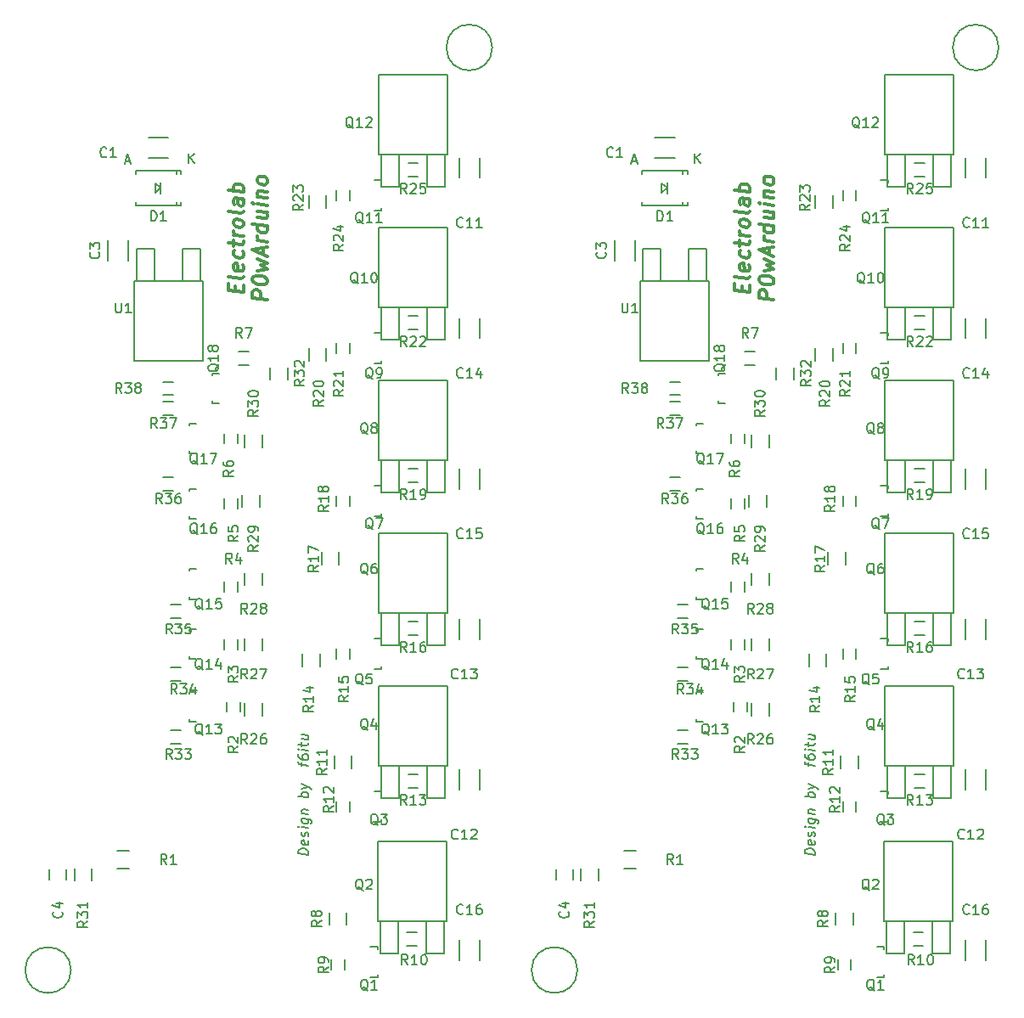
<source format=gto>
%TF.GenerationSoftware,KiCad,Pcbnew,4.0.1-stable*%
%TF.CreationDate,2016-04-03T13:48:15+02:00*%
%TF.ProjectId,ventirad,76656E74697261642E6B696361645F70,rev?*%
%TF.FileFunction,Legend,Top*%
%FSLAX46Y46*%
G04 Gerber Fmt 4.6, Leading zero omitted, Abs format (unit mm)*
G04 Created by KiCad (PCBNEW 4.0.1-stable) date 03/04/2016 13:48:15*
%MOMM*%
G01*
G04 APERTURE LIST*
%ADD10C,0.100000*%
%ADD11C,0.300000*%
%ADD12C,0.200000*%
%ADD13C,0.150000*%
G04 APERTURE END LIST*
D10*
D11*
X185192857Y-88308035D02*
X185192857Y-87808035D01*
X185978571Y-87691963D02*
X185978571Y-88406249D01*
X184478571Y-88218749D01*
X184478571Y-87504463D01*
X185978571Y-86834820D02*
X185907143Y-86968750D01*
X185764286Y-87022321D01*
X184478571Y-86861606D01*
X185907143Y-85683036D02*
X185978571Y-85834821D01*
X185978571Y-86120535D01*
X185907143Y-86254464D01*
X185764286Y-86308036D01*
X185192857Y-86236607D01*
X185050000Y-86147321D01*
X184978571Y-85995535D01*
X184978571Y-85709821D01*
X185050000Y-85575893D01*
X185192857Y-85522321D01*
X185335714Y-85540178D01*
X185478571Y-86272321D01*
X185907143Y-84325893D02*
X185978571Y-84477678D01*
X185978571Y-84763392D01*
X185907143Y-84897322D01*
X185835714Y-84959821D01*
X185692857Y-85013393D01*
X185264286Y-84959822D01*
X185121429Y-84870536D01*
X185050000Y-84790179D01*
X184978571Y-84638392D01*
X184978571Y-84352678D01*
X185050000Y-84218750D01*
X184978571Y-83781250D02*
X184978571Y-83209821D01*
X184478571Y-83504464D02*
X185764286Y-83665179D01*
X185907143Y-83611608D01*
X185978571Y-83477678D01*
X185978571Y-83334821D01*
X185978571Y-82834821D02*
X184978571Y-82709821D01*
X185264286Y-82745536D02*
X185121429Y-82656251D01*
X185050000Y-82575893D01*
X184978571Y-82424107D01*
X184978571Y-82281250D01*
X185978571Y-81691964D02*
X185907143Y-81825894D01*
X185835714Y-81888393D01*
X185692857Y-81941965D01*
X185264286Y-81888394D01*
X185121429Y-81799108D01*
X185050000Y-81718751D01*
X184978571Y-81566964D01*
X184978571Y-81352679D01*
X185050000Y-81218751D01*
X185121429Y-81156251D01*
X185264286Y-81102679D01*
X185692857Y-81156250D01*
X185835714Y-81245536D01*
X185907143Y-81325894D01*
X185978571Y-81477679D01*
X185978571Y-81691964D01*
X185978571Y-80334821D02*
X185907143Y-80468751D01*
X185764286Y-80522322D01*
X184478571Y-80361607D01*
X185978571Y-79120536D02*
X185192857Y-79022322D01*
X185050000Y-79075894D01*
X184978571Y-79209822D01*
X184978571Y-79495536D01*
X185050000Y-79647322D01*
X185907143Y-79111608D02*
X185978571Y-79263393D01*
X185978571Y-79620536D01*
X185907143Y-79754465D01*
X185764286Y-79808037D01*
X185621429Y-79790180D01*
X185478571Y-79700893D01*
X185407143Y-79549108D01*
X185407143Y-79191965D01*
X185335714Y-79040179D01*
X185978571Y-78406250D02*
X184478571Y-78218750D01*
X185050000Y-78290179D02*
X184978571Y-78138393D01*
X184978571Y-77852679D01*
X185050000Y-77718751D01*
X185121429Y-77656251D01*
X185264286Y-77602679D01*
X185692857Y-77656250D01*
X185835714Y-77745536D01*
X185907143Y-77825894D01*
X185978571Y-77977679D01*
X185978571Y-78263393D01*
X185907143Y-78397322D01*
X188378571Y-89156249D02*
X186878571Y-88968749D01*
X186878571Y-88397321D01*
X186950000Y-88263392D01*
X187021429Y-88200893D01*
X187164286Y-88147321D01*
X187378571Y-88174106D01*
X187521429Y-88263393D01*
X187592857Y-88343749D01*
X187664286Y-88495536D01*
X187664286Y-89066964D01*
X186878571Y-87183035D02*
X186878571Y-87040178D01*
X186950000Y-86906250D01*
X187021429Y-86843750D01*
X187164286Y-86790178D01*
X187450000Y-86754464D01*
X187807143Y-86799107D01*
X188092857Y-86906249D01*
X188235714Y-86995535D01*
X188307143Y-87075893D01*
X188378571Y-87227678D01*
X188378571Y-87370535D01*
X188307143Y-87504464D01*
X188235714Y-87566964D01*
X188092857Y-87620535D01*
X187807143Y-87656250D01*
X187450000Y-87611607D01*
X187164286Y-87504464D01*
X187021429Y-87415179D01*
X186950000Y-87334821D01*
X186878571Y-87183035D01*
X187378571Y-86245535D02*
X188378571Y-86084821D01*
X187664286Y-85709822D01*
X188378571Y-85513392D01*
X187378571Y-85102678D01*
X187950000Y-84674107D02*
X187950000Y-83959821D01*
X188378571Y-84870535D02*
X186878571Y-84183035D01*
X188378571Y-83870535D01*
X188378571Y-83370535D02*
X187378571Y-83245535D01*
X187664286Y-83281250D02*
X187521429Y-83191965D01*
X187450000Y-83111607D01*
X187378571Y-82959821D01*
X187378571Y-82816964D01*
X188378571Y-81799107D02*
X186878571Y-81611607D01*
X188307143Y-81790179D02*
X188378571Y-81941964D01*
X188378571Y-82227678D01*
X188307143Y-82361608D01*
X188235714Y-82424107D01*
X188092857Y-82477679D01*
X187664286Y-82424108D01*
X187521429Y-82334822D01*
X187450000Y-82254465D01*
X187378571Y-82102678D01*
X187378571Y-81816964D01*
X187450000Y-81683036D01*
X187378571Y-80316964D02*
X188378571Y-80441964D01*
X187378571Y-80959821D02*
X188164286Y-81058036D01*
X188307143Y-81004465D01*
X188378571Y-80870535D01*
X188378571Y-80656250D01*
X188307143Y-80504465D01*
X188235714Y-80424107D01*
X188378571Y-79727678D02*
X187378571Y-79602678D01*
X186878571Y-79540178D02*
X186950000Y-79620536D01*
X187021429Y-79558036D01*
X186950000Y-79477679D01*
X186878571Y-79540178D01*
X187021429Y-79558036D01*
X187378571Y-78888392D02*
X188378571Y-79013392D01*
X187521429Y-78906250D02*
X187450000Y-78825893D01*
X187378571Y-78674106D01*
X187378571Y-78459821D01*
X187450000Y-78325893D01*
X187592857Y-78272321D01*
X188378571Y-78370535D01*
X188378571Y-77441963D02*
X188307143Y-77575893D01*
X188235714Y-77638392D01*
X188092857Y-77691964D01*
X187664286Y-77638393D01*
X187521429Y-77549107D01*
X187450000Y-77468750D01*
X187378571Y-77316963D01*
X187378571Y-77102678D01*
X187450000Y-76968750D01*
X187521429Y-76906250D01*
X187664286Y-76852678D01*
X188092857Y-76906249D01*
X188235714Y-76995535D01*
X188307143Y-77075893D01*
X188378571Y-77227678D01*
X188378571Y-77441963D01*
D12*
X192452381Y-144508930D02*
X191452381Y-144383930D01*
X191452381Y-144145835D01*
X191500000Y-144008929D01*
X191595238Y-143925596D01*
X191690476Y-143889881D01*
X191880952Y-143866072D01*
X192023810Y-143883929D01*
X192214286Y-143955358D01*
X192309524Y-144014881D01*
X192404762Y-144122024D01*
X192452381Y-144270835D01*
X192452381Y-144508930D01*
X192404762Y-143122024D02*
X192452381Y-143223215D01*
X192452381Y-143413692D01*
X192404762Y-143502977D01*
X192309524Y-143538691D01*
X191928571Y-143491072D01*
X191833333Y-143431549D01*
X191785714Y-143330358D01*
X191785714Y-143139881D01*
X191833333Y-143050596D01*
X191928571Y-143014881D01*
X192023810Y-143026786D01*
X192119048Y-143514882D01*
X192404762Y-142693453D02*
X192452381Y-142604168D01*
X192452381Y-142413692D01*
X192404762Y-142312500D01*
X192309524Y-142252976D01*
X192261905Y-142247024D01*
X192166667Y-142282738D01*
X192119048Y-142372025D01*
X192119048Y-142514882D01*
X192071429Y-142604168D01*
X191976190Y-142639882D01*
X191928571Y-142633929D01*
X191833333Y-142574406D01*
X191785714Y-142473215D01*
X191785714Y-142330358D01*
X191833333Y-142241072D01*
X192452381Y-141842263D02*
X191785714Y-141758929D01*
X191452381Y-141717263D02*
X191500000Y-141770834D01*
X191547619Y-141729167D01*
X191500000Y-141675596D01*
X191452381Y-141717263D01*
X191547619Y-141729167D01*
X191785714Y-140854167D02*
X192595238Y-140955358D01*
X192690476Y-141014882D01*
X192738095Y-141068453D01*
X192785714Y-141169644D01*
X192785714Y-141312501D01*
X192738095Y-141401787D01*
X192404762Y-140931548D02*
X192452381Y-141032739D01*
X192452381Y-141223216D01*
X192404762Y-141312501D01*
X192357143Y-141354168D01*
X192261905Y-141389882D01*
X191976190Y-141354168D01*
X191880952Y-141294644D01*
X191833333Y-141241073D01*
X191785714Y-141139882D01*
X191785714Y-140949405D01*
X191833333Y-140860120D01*
X191785714Y-140377977D02*
X192452381Y-140461311D01*
X191880952Y-140389882D02*
X191833333Y-140336311D01*
X191785714Y-140235120D01*
X191785714Y-140092262D01*
X191833333Y-140002977D01*
X191928571Y-139967262D01*
X192452381Y-140032739D01*
X192452381Y-138794644D02*
X191452381Y-138669644D01*
X191833333Y-138717263D02*
X191785714Y-138616072D01*
X191785714Y-138425595D01*
X191833333Y-138336310D01*
X191880952Y-138294643D01*
X191976190Y-138258929D01*
X192261905Y-138294643D01*
X192357143Y-138354167D01*
X192404762Y-138407738D01*
X192452381Y-138508929D01*
X192452381Y-138699406D01*
X192404762Y-138788691D01*
X191785714Y-137901786D02*
X192452381Y-137747025D01*
X191785714Y-137425595D02*
X192452381Y-137747025D01*
X192690476Y-137872025D01*
X192738095Y-137925596D01*
X192785714Y-138026786D01*
X191785714Y-135663690D02*
X191785714Y-135282738D01*
X192452381Y-135604167D02*
X191595238Y-135497024D01*
X191500000Y-135437500D01*
X191452381Y-135336310D01*
X191452381Y-135241072D01*
X191452381Y-134479166D02*
X191452381Y-134669643D01*
X191500000Y-134770833D01*
X191547619Y-134824404D01*
X191690476Y-134937499D01*
X191880952Y-135008928D01*
X192261905Y-135056547D01*
X192357143Y-135020833D01*
X192404762Y-134979166D01*
X192452381Y-134889881D01*
X192452381Y-134699404D01*
X192404762Y-134598213D01*
X192357143Y-134544642D01*
X192261905Y-134485118D01*
X192023810Y-134455356D01*
X191928571Y-134491070D01*
X191880952Y-134532737D01*
X191833333Y-134622023D01*
X191833333Y-134812500D01*
X191880952Y-134913690D01*
X191928571Y-134967261D01*
X192023810Y-135026785D01*
X192452381Y-134080357D02*
X191785714Y-133997023D01*
X191452381Y-133955357D02*
X191500000Y-134008928D01*
X191547619Y-133967261D01*
X191500000Y-133913690D01*
X191452381Y-133955357D01*
X191547619Y-133967261D01*
X191785714Y-133663690D02*
X191785714Y-133282738D01*
X191452381Y-133479167D02*
X192309524Y-133586309D01*
X192404762Y-133550595D01*
X192452381Y-133461310D01*
X192452381Y-133366072D01*
X191785714Y-132520832D02*
X192452381Y-132604166D01*
X191785714Y-132949404D02*
X192309524Y-133014880D01*
X192404762Y-132979166D01*
X192452381Y-132889881D01*
X192452381Y-132747023D01*
X192404762Y-132645832D01*
X192357143Y-132592261D01*
X141952381Y-144508930D02*
X140952381Y-144383930D01*
X140952381Y-144145835D01*
X141000000Y-144008929D01*
X141095238Y-143925596D01*
X141190476Y-143889881D01*
X141380952Y-143866072D01*
X141523810Y-143883929D01*
X141714286Y-143955358D01*
X141809524Y-144014881D01*
X141904762Y-144122024D01*
X141952381Y-144270835D01*
X141952381Y-144508930D01*
X141904762Y-143122024D02*
X141952381Y-143223215D01*
X141952381Y-143413692D01*
X141904762Y-143502977D01*
X141809524Y-143538691D01*
X141428571Y-143491072D01*
X141333333Y-143431549D01*
X141285714Y-143330358D01*
X141285714Y-143139881D01*
X141333333Y-143050596D01*
X141428571Y-143014881D01*
X141523810Y-143026786D01*
X141619048Y-143514882D01*
X141904762Y-142693453D02*
X141952381Y-142604168D01*
X141952381Y-142413692D01*
X141904762Y-142312500D01*
X141809524Y-142252976D01*
X141761905Y-142247024D01*
X141666667Y-142282738D01*
X141619048Y-142372025D01*
X141619048Y-142514882D01*
X141571429Y-142604168D01*
X141476190Y-142639882D01*
X141428571Y-142633929D01*
X141333333Y-142574406D01*
X141285714Y-142473215D01*
X141285714Y-142330358D01*
X141333333Y-142241072D01*
X141952381Y-141842263D02*
X141285714Y-141758929D01*
X140952381Y-141717263D02*
X141000000Y-141770834D01*
X141047619Y-141729167D01*
X141000000Y-141675596D01*
X140952381Y-141717263D01*
X141047619Y-141729167D01*
X141285714Y-140854167D02*
X142095238Y-140955358D01*
X142190476Y-141014882D01*
X142238095Y-141068453D01*
X142285714Y-141169644D01*
X142285714Y-141312501D01*
X142238095Y-141401787D01*
X141904762Y-140931548D02*
X141952381Y-141032739D01*
X141952381Y-141223216D01*
X141904762Y-141312501D01*
X141857143Y-141354168D01*
X141761905Y-141389882D01*
X141476190Y-141354168D01*
X141380952Y-141294644D01*
X141333333Y-141241073D01*
X141285714Y-141139882D01*
X141285714Y-140949405D01*
X141333333Y-140860120D01*
X141285714Y-140377977D02*
X141952381Y-140461311D01*
X141380952Y-140389882D02*
X141333333Y-140336311D01*
X141285714Y-140235120D01*
X141285714Y-140092262D01*
X141333333Y-140002977D01*
X141428571Y-139967262D01*
X141952381Y-140032739D01*
X141952381Y-138794644D02*
X140952381Y-138669644D01*
X141333333Y-138717263D02*
X141285714Y-138616072D01*
X141285714Y-138425595D01*
X141333333Y-138336310D01*
X141380952Y-138294643D01*
X141476190Y-138258929D01*
X141761905Y-138294643D01*
X141857143Y-138354167D01*
X141904762Y-138407738D01*
X141952381Y-138508929D01*
X141952381Y-138699406D01*
X141904762Y-138788691D01*
X141285714Y-137901786D02*
X141952381Y-137747025D01*
X141285714Y-137425595D02*
X141952381Y-137747025D01*
X142190476Y-137872025D01*
X142238095Y-137925596D01*
X142285714Y-138026786D01*
X141285714Y-135663690D02*
X141285714Y-135282738D01*
X141952381Y-135604167D02*
X141095238Y-135497024D01*
X141000000Y-135437500D01*
X140952381Y-135336310D01*
X140952381Y-135241072D01*
X140952381Y-134479166D02*
X140952381Y-134669643D01*
X141000000Y-134770833D01*
X141047619Y-134824404D01*
X141190476Y-134937499D01*
X141380952Y-135008928D01*
X141761905Y-135056547D01*
X141857143Y-135020833D01*
X141904762Y-134979166D01*
X141952381Y-134889881D01*
X141952381Y-134699404D01*
X141904762Y-134598213D01*
X141857143Y-134544642D01*
X141761905Y-134485118D01*
X141523810Y-134455356D01*
X141428571Y-134491070D01*
X141380952Y-134532737D01*
X141333333Y-134622023D01*
X141333333Y-134812500D01*
X141380952Y-134913690D01*
X141428571Y-134967261D01*
X141523810Y-135026785D01*
X141952381Y-134080357D02*
X141285714Y-133997023D01*
X140952381Y-133955357D02*
X141000000Y-134008928D01*
X141047619Y-133967261D01*
X141000000Y-133913690D01*
X140952381Y-133955357D01*
X141047619Y-133967261D01*
X141285714Y-133663690D02*
X141285714Y-133282738D01*
X140952381Y-133479167D02*
X141809524Y-133586309D01*
X141904762Y-133550595D01*
X141952381Y-133461310D01*
X141952381Y-133366072D01*
X141285714Y-132520832D02*
X141952381Y-132604166D01*
X141285714Y-132949404D02*
X141809524Y-133014880D01*
X141904762Y-132979166D01*
X141952381Y-132889881D01*
X141952381Y-132747023D01*
X141904762Y-132645832D01*
X141857143Y-132592261D01*
D11*
X134692857Y-88308035D02*
X134692857Y-87808035D01*
X135478571Y-87691963D02*
X135478571Y-88406249D01*
X133978571Y-88218749D01*
X133978571Y-87504463D01*
X135478571Y-86834820D02*
X135407143Y-86968750D01*
X135264286Y-87022321D01*
X133978571Y-86861606D01*
X135407143Y-85683036D02*
X135478571Y-85834821D01*
X135478571Y-86120535D01*
X135407143Y-86254464D01*
X135264286Y-86308036D01*
X134692857Y-86236607D01*
X134550000Y-86147321D01*
X134478571Y-85995535D01*
X134478571Y-85709821D01*
X134550000Y-85575893D01*
X134692857Y-85522321D01*
X134835714Y-85540178D01*
X134978571Y-86272321D01*
X135407143Y-84325893D02*
X135478571Y-84477678D01*
X135478571Y-84763392D01*
X135407143Y-84897322D01*
X135335714Y-84959821D01*
X135192857Y-85013393D01*
X134764286Y-84959822D01*
X134621429Y-84870536D01*
X134550000Y-84790179D01*
X134478571Y-84638392D01*
X134478571Y-84352678D01*
X134550000Y-84218750D01*
X134478571Y-83781250D02*
X134478571Y-83209821D01*
X133978571Y-83504464D02*
X135264286Y-83665179D01*
X135407143Y-83611608D01*
X135478571Y-83477678D01*
X135478571Y-83334821D01*
X135478571Y-82834821D02*
X134478571Y-82709821D01*
X134764286Y-82745536D02*
X134621429Y-82656251D01*
X134550000Y-82575893D01*
X134478571Y-82424107D01*
X134478571Y-82281250D01*
X135478571Y-81691964D02*
X135407143Y-81825894D01*
X135335714Y-81888393D01*
X135192857Y-81941965D01*
X134764286Y-81888394D01*
X134621429Y-81799108D01*
X134550000Y-81718751D01*
X134478571Y-81566964D01*
X134478571Y-81352679D01*
X134550000Y-81218751D01*
X134621429Y-81156251D01*
X134764286Y-81102679D01*
X135192857Y-81156250D01*
X135335714Y-81245536D01*
X135407143Y-81325894D01*
X135478571Y-81477679D01*
X135478571Y-81691964D01*
X135478571Y-80334821D02*
X135407143Y-80468751D01*
X135264286Y-80522322D01*
X133978571Y-80361607D01*
X135478571Y-79120536D02*
X134692857Y-79022322D01*
X134550000Y-79075894D01*
X134478571Y-79209822D01*
X134478571Y-79495536D01*
X134550000Y-79647322D01*
X135407143Y-79111608D02*
X135478571Y-79263393D01*
X135478571Y-79620536D01*
X135407143Y-79754465D01*
X135264286Y-79808037D01*
X135121429Y-79790180D01*
X134978571Y-79700893D01*
X134907143Y-79549108D01*
X134907143Y-79191965D01*
X134835714Y-79040179D01*
X135478571Y-78406250D02*
X133978571Y-78218750D01*
X134550000Y-78290179D02*
X134478571Y-78138393D01*
X134478571Y-77852679D01*
X134550000Y-77718751D01*
X134621429Y-77656251D01*
X134764286Y-77602679D01*
X135192857Y-77656250D01*
X135335714Y-77745536D01*
X135407143Y-77825894D01*
X135478571Y-77977679D01*
X135478571Y-78263393D01*
X135407143Y-78397322D01*
X137878571Y-89156249D02*
X136378571Y-88968749D01*
X136378571Y-88397321D01*
X136450000Y-88263392D01*
X136521429Y-88200893D01*
X136664286Y-88147321D01*
X136878571Y-88174106D01*
X137021429Y-88263393D01*
X137092857Y-88343749D01*
X137164286Y-88495536D01*
X137164286Y-89066964D01*
X136378571Y-87183035D02*
X136378571Y-87040178D01*
X136450000Y-86906250D01*
X136521429Y-86843750D01*
X136664286Y-86790178D01*
X136950000Y-86754464D01*
X137307143Y-86799107D01*
X137592857Y-86906249D01*
X137735714Y-86995535D01*
X137807143Y-87075893D01*
X137878571Y-87227678D01*
X137878571Y-87370535D01*
X137807143Y-87504464D01*
X137735714Y-87566964D01*
X137592857Y-87620535D01*
X137307143Y-87656250D01*
X136950000Y-87611607D01*
X136664286Y-87504464D01*
X136521429Y-87415179D01*
X136450000Y-87334821D01*
X136378571Y-87183035D01*
X136878571Y-86245535D02*
X137878571Y-86084821D01*
X137164286Y-85709822D01*
X137878571Y-85513392D01*
X136878571Y-85102678D01*
X137450000Y-84674107D02*
X137450000Y-83959821D01*
X137878571Y-84870535D02*
X136378571Y-84183035D01*
X137878571Y-83870535D01*
X137878571Y-83370535D02*
X136878571Y-83245535D01*
X137164286Y-83281250D02*
X137021429Y-83191965D01*
X136950000Y-83111607D01*
X136878571Y-82959821D01*
X136878571Y-82816964D01*
X137878571Y-81799107D02*
X136378571Y-81611607D01*
X137807143Y-81790179D02*
X137878571Y-81941964D01*
X137878571Y-82227678D01*
X137807143Y-82361608D01*
X137735714Y-82424107D01*
X137592857Y-82477679D01*
X137164286Y-82424108D01*
X137021429Y-82334822D01*
X136950000Y-82254465D01*
X136878571Y-82102678D01*
X136878571Y-81816964D01*
X136950000Y-81683036D01*
X136878571Y-80316964D02*
X137878571Y-80441964D01*
X136878571Y-80959821D02*
X137664286Y-81058036D01*
X137807143Y-81004465D01*
X137878571Y-80870535D01*
X137878571Y-80656250D01*
X137807143Y-80504465D01*
X137735714Y-80424107D01*
X137878571Y-79727678D02*
X136878571Y-79602678D01*
X136378571Y-79540178D02*
X136450000Y-79620536D01*
X136521429Y-79558036D01*
X136450000Y-79477679D01*
X136378571Y-79540178D01*
X136521429Y-79558036D01*
X136878571Y-78888392D02*
X137878571Y-79013392D01*
X137021429Y-78906250D02*
X136950000Y-78825893D01*
X136878571Y-78674106D01*
X136878571Y-78459821D01*
X136950000Y-78325893D01*
X137092857Y-78272321D01*
X137878571Y-78370535D01*
X137878571Y-77441963D02*
X137807143Y-77575893D01*
X137735714Y-77638392D01*
X137592857Y-77691964D01*
X137164286Y-77638393D01*
X137021429Y-77549107D01*
X136950000Y-77468750D01*
X136878571Y-77316963D01*
X136878571Y-77102678D01*
X136950000Y-76968750D01*
X137021429Y-76906250D01*
X137164286Y-76852678D01*
X137592857Y-76906249D01*
X137735714Y-76995535D01*
X137807143Y-77075893D01*
X137878571Y-77227678D01*
X137878571Y-77441963D01*
D13*
X209525000Y-155000000D02*
X209525000Y-153000000D01*
X207475000Y-153000000D02*
X207475000Y-155000000D01*
X209525000Y-108000000D02*
X209525000Y-106000000D01*
X207475000Y-106000000D02*
X207475000Y-108000000D01*
X209525000Y-93000000D02*
X209525000Y-91000000D01*
X207475000Y-91000000D02*
X207475000Y-93000000D01*
X209525000Y-123000000D02*
X209525000Y-121000000D01*
X207475000Y-121000000D02*
X207475000Y-123000000D01*
X209525000Y-138000000D02*
X209525000Y-136000000D01*
X207475000Y-136000000D02*
X207475000Y-138000000D01*
X209525000Y-77000000D02*
X209525000Y-75000000D01*
X207475000Y-75000000D02*
X207475000Y-77000000D01*
X168786000Y-156000000D02*
G75*
G03X168786000Y-156000000I-2286000J0D01*
G01*
X210786000Y-64000000D02*
G75*
G03X210786000Y-64000000I-2286000J0D01*
G01*
X179000000Y-98675000D02*
X178000000Y-98675000D01*
X178000000Y-97325000D02*
X179000000Y-97325000D01*
X179000000Y-100675000D02*
X178000000Y-100675000D01*
X178000000Y-99325000D02*
X179000000Y-99325000D01*
X179000000Y-108175000D02*
X178000000Y-108175000D01*
X178000000Y-106825000D02*
X179000000Y-106825000D01*
X179750000Y-120925000D02*
X178750000Y-120925000D01*
X178750000Y-119575000D02*
X179750000Y-119575000D01*
X179750000Y-127175000D02*
X178750000Y-127175000D01*
X178750000Y-125825000D02*
X179750000Y-125825000D01*
X179750000Y-133425000D02*
X178750000Y-133425000D01*
X178750000Y-132075000D02*
X179750000Y-132075000D01*
X188625000Y-97100000D02*
X188625000Y-95900000D01*
X190375000Y-95900000D02*
X190375000Y-97100000D01*
X187875000Y-102650000D02*
X187875000Y-103850000D01*
X186125000Y-103850000D02*
X186125000Y-102650000D01*
X187625000Y-108650000D02*
X187625000Y-109850000D01*
X185875000Y-109850000D02*
X185875000Y-108650000D01*
X187875000Y-116400000D02*
X187875000Y-117600000D01*
X186125000Y-117600000D02*
X186125000Y-116400000D01*
X187875000Y-122900000D02*
X187875000Y-124100000D01*
X186125000Y-124100000D02*
X186125000Y-122900000D01*
X187875000Y-129400000D02*
X187875000Y-130600000D01*
X186125000Y-130600000D02*
X186125000Y-129400000D01*
X185500000Y-94325000D02*
X186500000Y-94325000D01*
X186500000Y-95675000D02*
X185500000Y-95675000D01*
X185425000Y-102500000D02*
X185425000Y-103500000D01*
X184075000Y-103500000D02*
X184075000Y-102500000D01*
X185425000Y-109000000D02*
X185425000Y-110000000D01*
X184075000Y-110000000D02*
X184075000Y-109000000D01*
X185425000Y-117250000D02*
X185425000Y-118250000D01*
X184075000Y-118250000D02*
X184075000Y-117250000D01*
X185425000Y-123000000D02*
X185425000Y-124000000D01*
X184075000Y-124000000D02*
X184075000Y-123000000D01*
X185675000Y-129250000D02*
X185675000Y-130250000D01*
X184325000Y-130250000D02*
X184325000Y-129250000D01*
X183550800Y-99499820D02*
X182849760Y-99499820D01*
X182849760Y-99499820D02*
X182849760Y-99250900D01*
X182849760Y-96700840D02*
X182849760Y-96500180D01*
X182849760Y-96500180D02*
X183550800Y-96500180D01*
X181300800Y-104499820D02*
X180599760Y-104499820D01*
X180599760Y-104499820D02*
X180599760Y-104250900D01*
X180599760Y-101700840D02*
X180599760Y-101500180D01*
X180599760Y-101500180D02*
X181300800Y-101500180D01*
X181300800Y-110999820D02*
X180599760Y-110999820D01*
X180599760Y-110999820D02*
X180599760Y-110750900D01*
X180599760Y-108200840D02*
X180599760Y-108000180D01*
X180599760Y-108000180D02*
X181300800Y-108000180D01*
X181300800Y-118999820D02*
X180599760Y-118999820D01*
X180599760Y-118999820D02*
X180599760Y-118750900D01*
X180599760Y-116200840D02*
X180599760Y-116000180D01*
X180599760Y-116000180D02*
X181300800Y-116000180D01*
X181300800Y-124999820D02*
X180599760Y-124999820D01*
X180599760Y-124999820D02*
X180599760Y-124750900D01*
X180599760Y-122200840D02*
X180599760Y-122000180D01*
X180599760Y-122000180D02*
X181300800Y-122000180D01*
X181300800Y-131249820D02*
X180599760Y-131249820D01*
X180599760Y-131249820D02*
X180599760Y-131000900D01*
X180599760Y-128450840D02*
X180599760Y-128250180D01*
X180599760Y-128250180D02*
X181300800Y-128250180D01*
X202273000Y-152233000D02*
X203273000Y-152233000D01*
X203273000Y-153583000D02*
X202273000Y-153583000D01*
X194732000Y-155948000D02*
X194732000Y-154948000D01*
X196082000Y-154948000D02*
X196082000Y-155948000D01*
X196282000Y-150276000D02*
X196282000Y-151476000D01*
X194532000Y-151476000D02*
X194532000Y-150276000D01*
X173400000Y-144125000D02*
X174600000Y-144125000D01*
X174600000Y-145875000D02*
X173400000Y-145875000D01*
X170875000Y-145900000D02*
X170875000Y-147100000D01*
X169125000Y-147100000D02*
X169125000Y-145900000D01*
X202400000Y-75525000D02*
X203400000Y-75525000D01*
X203400000Y-76875000D02*
X202400000Y-76875000D01*
X195240000Y-79240000D02*
X195240000Y-78240000D01*
X196590000Y-78240000D02*
X196590000Y-79240000D01*
X192500000Y-79975000D02*
X192500000Y-78775000D01*
X194250000Y-78775000D02*
X194250000Y-79975000D01*
X202400000Y-90765000D02*
X203400000Y-90765000D01*
X203400000Y-92115000D02*
X202400000Y-92115000D01*
X195240000Y-94480000D02*
X195240000Y-93480000D01*
X196590000Y-93480000D02*
X196590000Y-94480000D01*
X192500000Y-95215000D02*
X192500000Y-94015000D01*
X194250000Y-94015000D02*
X194250000Y-95215000D01*
X202400000Y-106005000D02*
X203400000Y-106005000D01*
X203400000Y-107355000D02*
X202400000Y-107355000D01*
X195240000Y-109720000D02*
X195240000Y-108720000D01*
X196590000Y-108720000D02*
X196590000Y-109720000D01*
X193770000Y-115535000D02*
X193770000Y-114335000D01*
X195520000Y-114335000D02*
X195520000Y-115535000D01*
X202400000Y-121245000D02*
X203400000Y-121245000D01*
X203400000Y-122595000D02*
X202400000Y-122595000D01*
X195240000Y-124960000D02*
X195240000Y-123960000D01*
X196590000Y-123960000D02*
X196590000Y-124960000D01*
X191865000Y-125695000D02*
X191865000Y-124495000D01*
X193615000Y-124495000D02*
X193615000Y-125695000D01*
X202400000Y-136485000D02*
X203400000Y-136485000D01*
X203400000Y-137835000D02*
X202400000Y-137835000D01*
X195240000Y-140200000D02*
X195240000Y-139200000D01*
X196590000Y-139200000D02*
X196590000Y-140200000D01*
X196790000Y-134655000D02*
X196790000Y-135855000D01*
X195040000Y-135855000D02*
X195040000Y-134655000D01*
X177750000Y-78000000D02*
X177200000Y-78450000D01*
X177200000Y-78450000D02*
X177200000Y-77550000D01*
X177200000Y-77550000D02*
X177750000Y-78000000D01*
X177750000Y-78550000D02*
X177750000Y-77450000D01*
X179299140Y-76249940D02*
X179299140Y-76600460D01*
X179299140Y-79750060D02*
X179299140Y-79399540D01*
X175249560Y-76249940D02*
X175249560Y-76600460D01*
X179750440Y-76249940D02*
X179750440Y-76600460D01*
X179750440Y-79750060D02*
X179750440Y-79399540D01*
X175249560Y-79750060D02*
X175249560Y-79399540D01*
X179750440Y-76249940D02*
X175249560Y-76249940D01*
X179750440Y-79750060D02*
X175249560Y-79750060D01*
X177103000Y-87274000D02*
X177103000Y-84099000D01*
X177103000Y-84099000D02*
X175325000Y-84099000D01*
X175325000Y-84099000D02*
X175325000Y-87274000D01*
X181675000Y-87274000D02*
X181675000Y-84099000D01*
X181675000Y-84099000D02*
X179897000Y-84099000D01*
X179897000Y-84099000D02*
X179897000Y-87274000D01*
X175071000Y-93370000D02*
X175071000Y-87274000D01*
X175071000Y-87274000D02*
X181929000Y-87274000D01*
X181929000Y-87274000D02*
X181929000Y-95148000D01*
X181929000Y-95275000D02*
X175071000Y-95275000D01*
X175071000Y-95148000D02*
X175071000Y-93370000D01*
X204297000Y-74676000D02*
X204297000Y-77851000D01*
X204297000Y-77851000D02*
X206075000Y-77851000D01*
X206075000Y-77851000D02*
X206075000Y-74676000D01*
X199725000Y-74676000D02*
X199725000Y-77851000D01*
X199725000Y-77851000D02*
X201503000Y-77851000D01*
X201503000Y-77851000D02*
X201503000Y-74676000D01*
X206329000Y-68580000D02*
X206329000Y-74676000D01*
X206329000Y-74676000D02*
X199471000Y-74676000D01*
X199471000Y-74676000D02*
X199471000Y-66802000D01*
X199471000Y-66675000D02*
X206329000Y-66675000D01*
X206329000Y-66802000D02*
X206329000Y-68580000D01*
X199039200Y-77240180D02*
X199740240Y-77240180D01*
X199740240Y-77240180D02*
X199740240Y-77489100D01*
X199740240Y-80039160D02*
X199740240Y-80239820D01*
X199740240Y-80239820D02*
X199039200Y-80239820D01*
X204297000Y-89916000D02*
X204297000Y-93091000D01*
X204297000Y-93091000D02*
X206075000Y-93091000D01*
X206075000Y-93091000D02*
X206075000Y-89916000D01*
X199725000Y-89916000D02*
X199725000Y-93091000D01*
X199725000Y-93091000D02*
X201503000Y-93091000D01*
X201503000Y-93091000D02*
X201503000Y-89916000D01*
X206329000Y-83820000D02*
X206329000Y-89916000D01*
X206329000Y-89916000D02*
X199471000Y-89916000D01*
X199471000Y-89916000D02*
X199471000Y-82042000D01*
X199471000Y-81915000D02*
X206329000Y-81915000D01*
X206329000Y-82042000D02*
X206329000Y-83820000D01*
X199039200Y-92480180D02*
X199740240Y-92480180D01*
X199740240Y-92480180D02*
X199740240Y-92729100D01*
X199740240Y-95279160D02*
X199740240Y-95479820D01*
X199740240Y-95479820D02*
X199039200Y-95479820D01*
X204297000Y-105156000D02*
X204297000Y-108331000D01*
X204297000Y-108331000D02*
X206075000Y-108331000D01*
X206075000Y-108331000D02*
X206075000Y-105156000D01*
X199725000Y-105156000D02*
X199725000Y-108331000D01*
X199725000Y-108331000D02*
X201503000Y-108331000D01*
X201503000Y-108331000D02*
X201503000Y-105156000D01*
X206329000Y-99060000D02*
X206329000Y-105156000D01*
X206329000Y-105156000D02*
X199471000Y-105156000D01*
X199471000Y-105156000D02*
X199471000Y-97282000D01*
X199471000Y-97155000D02*
X206329000Y-97155000D01*
X206329000Y-97282000D02*
X206329000Y-99060000D01*
X199039200Y-107720180D02*
X199740240Y-107720180D01*
X199740240Y-107720180D02*
X199740240Y-107969100D01*
X199740240Y-110519160D02*
X199740240Y-110719820D01*
X199740240Y-110719820D02*
X199039200Y-110719820D01*
X204297000Y-120396000D02*
X204297000Y-123571000D01*
X204297000Y-123571000D02*
X206075000Y-123571000D01*
X206075000Y-123571000D02*
X206075000Y-120396000D01*
X199725000Y-120396000D02*
X199725000Y-123571000D01*
X199725000Y-123571000D02*
X201503000Y-123571000D01*
X201503000Y-123571000D02*
X201503000Y-120396000D01*
X206329000Y-114300000D02*
X206329000Y-120396000D01*
X206329000Y-120396000D02*
X199471000Y-120396000D01*
X199471000Y-120396000D02*
X199471000Y-112522000D01*
X199471000Y-112395000D02*
X206329000Y-112395000D01*
X206329000Y-112522000D02*
X206329000Y-114300000D01*
X199039200Y-122960180D02*
X199740240Y-122960180D01*
X199740240Y-122960180D02*
X199740240Y-123209100D01*
X199740240Y-125759160D02*
X199740240Y-125959820D01*
X199740240Y-125959820D02*
X199039200Y-125959820D01*
X204297000Y-135636000D02*
X204297000Y-138811000D01*
X204297000Y-138811000D02*
X206075000Y-138811000D01*
X206075000Y-138811000D02*
X206075000Y-135636000D01*
X199725000Y-135636000D02*
X199725000Y-138811000D01*
X199725000Y-138811000D02*
X201503000Y-138811000D01*
X201503000Y-138811000D02*
X201503000Y-135636000D01*
X206329000Y-129540000D02*
X206329000Y-135636000D01*
X206329000Y-135636000D02*
X199471000Y-135636000D01*
X199471000Y-135636000D02*
X199471000Y-127762000D01*
X199471000Y-127635000D02*
X206329000Y-127635000D01*
X206329000Y-127762000D02*
X206329000Y-129540000D01*
X199039200Y-138200180D02*
X199740240Y-138200180D01*
X199740240Y-138200180D02*
X199740240Y-138449100D01*
X199740240Y-140999160D02*
X199740240Y-141199820D01*
X199740240Y-141199820D02*
X199039200Y-141199820D01*
X204170000Y-151130000D02*
X204170000Y-154305000D01*
X204170000Y-154305000D02*
X205948000Y-154305000D01*
X205948000Y-154305000D02*
X205948000Y-151130000D01*
X199598000Y-151130000D02*
X199598000Y-154305000D01*
X199598000Y-154305000D02*
X201376000Y-154305000D01*
X201376000Y-154305000D02*
X201376000Y-151130000D01*
X206202000Y-145034000D02*
X206202000Y-151130000D01*
X206202000Y-151130000D02*
X199344000Y-151130000D01*
X199344000Y-151130000D02*
X199344000Y-143256000D01*
X199344000Y-143129000D02*
X206202000Y-143129000D01*
X206202000Y-143256000D02*
X206202000Y-145034000D01*
X198658200Y-153694180D02*
X199359240Y-153694180D01*
X199359240Y-153694180D02*
X199359240Y-153943100D01*
X199359240Y-156493160D02*
X199359240Y-156693820D01*
X199359240Y-156693820D02*
X198658200Y-156693820D01*
X168350000Y-147000000D02*
X168350000Y-146000000D01*
X166650000Y-146000000D02*
X166650000Y-147000000D01*
X172475000Y-83250000D02*
X172475000Y-85250000D01*
X174525000Y-85250000D02*
X174525000Y-83250000D01*
X176500000Y-75025000D02*
X178500000Y-75025000D01*
X178500000Y-72975000D02*
X176500000Y-72975000D01*
X126000000Y-75025000D02*
X128000000Y-75025000D01*
X128000000Y-72975000D02*
X126000000Y-72975000D01*
X121975000Y-83250000D02*
X121975000Y-85250000D01*
X124025000Y-85250000D02*
X124025000Y-83250000D01*
X117850000Y-147000000D02*
X117850000Y-146000000D01*
X116150000Y-146000000D02*
X116150000Y-147000000D01*
X148158200Y-153694180D02*
X148859240Y-153694180D01*
X148859240Y-153694180D02*
X148859240Y-153943100D01*
X148859240Y-156493160D02*
X148859240Y-156693820D01*
X148859240Y-156693820D02*
X148158200Y-156693820D01*
X153670000Y-151130000D02*
X153670000Y-154305000D01*
X153670000Y-154305000D02*
X155448000Y-154305000D01*
X155448000Y-154305000D02*
X155448000Y-151130000D01*
X149098000Y-151130000D02*
X149098000Y-154305000D01*
X149098000Y-154305000D02*
X150876000Y-154305000D01*
X150876000Y-154305000D02*
X150876000Y-151130000D01*
X155702000Y-145034000D02*
X155702000Y-151130000D01*
X155702000Y-151130000D02*
X148844000Y-151130000D01*
X148844000Y-151130000D02*
X148844000Y-143256000D01*
X148844000Y-143129000D02*
X155702000Y-143129000D01*
X155702000Y-143256000D02*
X155702000Y-145034000D01*
X148539200Y-138200180D02*
X149240240Y-138200180D01*
X149240240Y-138200180D02*
X149240240Y-138449100D01*
X149240240Y-140999160D02*
X149240240Y-141199820D01*
X149240240Y-141199820D02*
X148539200Y-141199820D01*
X153797000Y-135636000D02*
X153797000Y-138811000D01*
X153797000Y-138811000D02*
X155575000Y-138811000D01*
X155575000Y-138811000D02*
X155575000Y-135636000D01*
X149225000Y-135636000D02*
X149225000Y-138811000D01*
X149225000Y-138811000D02*
X151003000Y-138811000D01*
X151003000Y-138811000D02*
X151003000Y-135636000D01*
X155829000Y-129540000D02*
X155829000Y-135636000D01*
X155829000Y-135636000D02*
X148971000Y-135636000D01*
X148971000Y-135636000D02*
X148971000Y-127762000D01*
X148971000Y-127635000D02*
X155829000Y-127635000D01*
X155829000Y-127762000D02*
X155829000Y-129540000D01*
X148539200Y-122960180D02*
X149240240Y-122960180D01*
X149240240Y-122960180D02*
X149240240Y-123209100D01*
X149240240Y-125759160D02*
X149240240Y-125959820D01*
X149240240Y-125959820D02*
X148539200Y-125959820D01*
X153797000Y-120396000D02*
X153797000Y-123571000D01*
X153797000Y-123571000D02*
X155575000Y-123571000D01*
X155575000Y-123571000D02*
X155575000Y-120396000D01*
X149225000Y-120396000D02*
X149225000Y-123571000D01*
X149225000Y-123571000D02*
X151003000Y-123571000D01*
X151003000Y-123571000D02*
X151003000Y-120396000D01*
X155829000Y-114300000D02*
X155829000Y-120396000D01*
X155829000Y-120396000D02*
X148971000Y-120396000D01*
X148971000Y-120396000D02*
X148971000Y-112522000D01*
X148971000Y-112395000D02*
X155829000Y-112395000D01*
X155829000Y-112522000D02*
X155829000Y-114300000D01*
X148539200Y-107720180D02*
X149240240Y-107720180D01*
X149240240Y-107720180D02*
X149240240Y-107969100D01*
X149240240Y-110519160D02*
X149240240Y-110719820D01*
X149240240Y-110719820D02*
X148539200Y-110719820D01*
X153797000Y-105156000D02*
X153797000Y-108331000D01*
X153797000Y-108331000D02*
X155575000Y-108331000D01*
X155575000Y-108331000D02*
X155575000Y-105156000D01*
X149225000Y-105156000D02*
X149225000Y-108331000D01*
X149225000Y-108331000D02*
X151003000Y-108331000D01*
X151003000Y-108331000D02*
X151003000Y-105156000D01*
X155829000Y-99060000D02*
X155829000Y-105156000D01*
X155829000Y-105156000D02*
X148971000Y-105156000D01*
X148971000Y-105156000D02*
X148971000Y-97282000D01*
X148971000Y-97155000D02*
X155829000Y-97155000D01*
X155829000Y-97282000D02*
X155829000Y-99060000D01*
X148539200Y-92480180D02*
X149240240Y-92480180D01*
X149240240Y-92480180D02*
X149240240Y-92729100D01*
X149240240Y-95279160D02*
X149240240Y-95479820D01*
X149240240Y-95479820D02*
X148539200Y-95479820D01*
X153797000Y-89916000D02*
X153797000Y-93091000D01*
X153797000Y-93091000D02*
X155575000Y-93091000D01*
X155575000Y-93091000D02*
X155575000Y-89916000D01*
X149225000Y-89916000D02*
X149225000Y-93091000D01*
X149225000Y-93091000D02*
X151003000Y-93091000D01*
X151003000Y-93091000D02*
X151003000Y-89916000D01*
X155829000Y-83820000D02*
X155829000Y-89916000D01*
X155829000Y-89916000D02*
X148971000Y-89916000D01*
X148971000Y-89916000D02*
X148971000Y-82042000D01*
X148971000Y-81915000D02*
X155829000Y-81915000D01*
X155829000Y-82042000D02*
X155829000Y-83820000D01*
X148539200Y-77240180D02*
X149240240Y-77240180D01*
X149240240Y-77240180D02*
X149240240Y-77489100D01*
X149240240Y-80039160D02*
X149240240Y-80239820D01*
X149240240Y-80239820D02*
X148539200Y-80239820D01*
X153797000Y-74676000D02*
X153797000Y-77851000D01*
X153797000Y-77851000D02*
X155575000Y-77851000D01*
X155575000Y-77851000D02*
X155575000Y-74676000D01*
X149225000Y-74676000D02*
X149225000Y-77851000D01*
X149225000Y-77851000D02*
X151003000Y-77851000D01*
X151003000Y-77851000D02*
X151003000Y-74676000D01*
X155829000Y-68580000D02*
X155829000Y-74676000D01*
X155829000Y-74676000D02*
X148971000Y-74676000D01*
X148971000Y-74676000D02*
X148971000Y-66802000D01*
X148971000Y-66675000D02*
X155829000Y-66675000D01*
X155829000Y-66802000D02*
X155829000Y-68580000D01*
X126603000Y-87274000D02*
X126603000Y-84099000D01*
X126603000Y-84099000D02*
X124825000Y-84099000D01*
X124825000Y-84099000D02*
X124825000Y-87274000D01*
X131175000Y-87274000D02*
X131175000Y-84099000D01*
X131175000Y-84099000D02*
X129397000Y-84099000D01*
X129397000Y-84099000D02*
X129397000Y-87274000D01*
X124571000Y-93370000D02*
X124571000Y-87274000D01*
X124571000Y-87274000D02*
X131429000Y-87274000D01*
X131429000Y-87274000D02*
X131429000Y-95148000D01*
X131429000Y-95275000D02*
X124571000Y-95275000D01*
X124571000Y-95148000D02*
X124571000Y-93370000D01*
X127250000Y-78000000D02*
X126700000Y-78450000D01*
X126700000Y-78450000D02*
X126700000Y-77550000D01*
X126700000Y-77550000D02*
X127250000Y-78000000D01*
X127250000Y-78550000D02*
X127250000Y-77450000D01*
X128799140Y-76249940D02*
X128799140Y-76600460D01*
X128799140Y-79750060D02*
X128799140Y-79399540D01*
X124749560Y-76249940D02*
X124749560Y-76600460D01*
X129250440Y-76249940D02*
X129250440Y-76600460D01*
X129250440Y-79750060D02*
X129250440Y-79399540D01*
X124749560Y-79750060D02*
X124749560Y-79399540D01*
X129250440Y-76249940D02*
X124749560Y-76249940D01*
X129250440Y-79750060D02*
X124749560Y-79750060D01*
X146290000Y-134655000D02*
X146290000Y-135855000D01*
X144540000Y-135855000D02*
X144540000Y-134655000D01*
X144740000Y-140200000D02*
X144740000Y-139200000D01*
X146090000Y-139200000D02*
X146090000Y-140200000D01*
X151900000Y-136485000D02*
X152900000Y-136485000D01*
X152900000Y-137835000D02*
X151900000Y-137835000D01*
X141365000Y-125695000D02*
X141365000Y-124495000D01*
X143115000Y-124495000D02*
X143115000Y-125695000D01*
X144740000Y-124960000D02*
X144740000Y-123960000D01*
X146090000Y-123960000D02*
X146090000Y-124960000D01*
X151900000Y-121245000D02*
X152900000Y-121245000D01*
X152900000Y-122595000D02*
X151900000Y-122595000D01*
X143270000Y-115535000D02*
X143270000Y-114335000D01*
X145020000Y-114335000D02*
X145020000Y-115535000D01*
X144740000Y-109720000D02*
X144740000Y-108720000D01*
X146090000Y-108720000D02*
X146090000Y-109720000D01*
X151900000Y-106005000D02*
X152900000Y-106005000D01*
X152900000Y-107355000D02*
X151900000Y-107355000D01*
X142000000Y-95215000D02*
X142000000Y-94015000D01*
X143750000Y-94015000D02*
X143750000Y-95215000D01*
X144740000Y-94480000D02*
X144740000Y-93480000D01*
X146090000Y-93480000D02*
X146090000Y-94480000D01*
X151900000Y-90765000D02*
X152900000Y-90765000D01*
X152900000Y-92115000D02*
X151900000Y-92115000D01*
X142000000Y-79975000D02*
X142000000Y-78775000D01*
X143750000Y-78775000D02*
X143750000Y-79975000D01*
X144740000Y-79240000D02*
X144740000Y-78240000D01*
X146090000Y-78240000D02*
X146090000Y-79240000D01*
X151900000Y-75525000D02*
X152900000Y-75525000D01*
X152900000Y-76875000D02*
X151900000Y-76875000D01*
X120375000Y-145900000D02*
X120375000Y-147100000D01*
X118625000Y-147100000D02*
X118625000Y-145900000D01*
X122900000Y-144125000D02*
X124100000Y-144125000D01*
X124100000Y-145875000D02*
X122900000Y-145875000D01*
X145782000Y-150276000D02*
X145782000Y-151476000D01*
X144032000Y-151476000D02*
X144032000Y-150276000D01*
X144232000Y-155948000D02*
X144232000Y-154948000D01*
X145582000Y-154948000D02*
X145582000Y-155948000D01*
X151773000Y-152233000D02*
X152773000Y-152233000D01*
X152773000Y-153583000D02*
X151773000Y-153583000D01*
X130800800Y-131249820D02*
X130099760Y-131249820D01*
X130099760Y-131249820D02*
X130099760Y-131000900D01*
X130099760Y-128450840D02*
X130099760Y-128250180D01*
X130099760Y-128250180D02*
X130800800Y-128250180D01*
X130800800Y-124999820D02*
X130099760Y-124999820D01*
X130099760Y-124999820D02*
X130099760Y-124750900D01*
X130099760Y-122200840D02*
X130099760Y-122000180D01*
X130099760Y-122000180D02*
X130800800Y-122000180D01*
X130800800Y-118999820D02*
X130099760Y-118999820D01*
X130099760Y-118999820D02*
X130099760Y-118750900D01*
X130099760Y-116200840D02*
X130099760Y-116000180D01*
X130099760Y-116000180D02*
X130800800Y-116000180D01*
X130800800Y-110999820D02*
X130099760Y-110999820D01*
X130099760Y-110999820D02*
X130099760Y-110750900D01*
X130099760Y-108200840D02*
X130099760Y-108000180D01*
X130099760Y-108000180D02*
X130800800Y-108000180D01*
X130800800Y-104499820D02*
X130099760Y-104499820D01*
X130099760Y-104499820D02*
X130099760Y-104250900D01*
X130099760Y-101700840D02*
X130099760Y-101500180D01*
X130099760Y-101500180D02*
X130800800Y-101500180D01*
X133050800Y-99499820D02*
X132349760Y-99499820D01*
X132349760Y-99499820D02*
X132349760Y-99250900D01*
X132349760Y-96700840D02*
X132349760Y-96500180D01*
X132349760Y-96500180D02*
X133050800Y-96500180D01*
X135175000Y-129250000D02*
X135175000Y-130250000D01*
X133825000Y-130250000D02*
X133825000Y-129250000D01*
X134925000Y-123000000D02*
X134925000Y-124000000D01*
X133575000Y-124000000D02*
X133575000Y-123000000D01*
X134925000Y-117250000D02*
X134925000Y-118250000D01*
X133575000Y-118250000D02*
X133575000Y-117250000D01*
X134925000Y-109000000D02*
X134925000Y-110000000D01*
X133575000Y-110000000D02*
X133575000Y-109000000D01*
X134925000Y-102500000D02*
X134925000Y-103500000D01*
X133575000Y-103500000D02*
X133575000Y-102500000D01*
X135000000Y-94325000D02*
X136000000Y-94325000D01*
X136000000Y-95675000D02*
X135000000Y-95675000D01*
X137375000Y-129400000D02*
X137375000Y-130600000D01*
X135625000Y-130600000D02*
X135625000Y-129400000D01*
X137375000Y-122900000D02*
X137375000Y-124100000D01*
X135625000Y-124100000D02*
X135625000Y-122900000D01*
X137375000Y-116400000D02*
X137375000Y-117600000D01*
X135625000Y-117600000D02*
X135625000Y-116400000D01*
X137125000Y-108650000D02*
X137125000Y-109850000D01*
X135375000Y-109850000D02*
X135375000Y-108650000D01*
X137375000Y-102650000D02*
X137375000Y-103850000D01*
X135625000Y-103850000D02*
X135625000Y-102650000D01*
X138125000Y-97100000D02*
X138125000Y-95900000D01*
X139875000Y-95900000D02*
X139875000Y-97100000D01*
X129250000Y-133425000D02*
X128250000Y-133425000D01*
X128250000Y-132075000D02*
X129250000Y-132075000D01*
X129250000Y-127175000D02*
X128250000Y-127175000D01*
X128250000Y-125825000D02*
X129250000Y-125825000D01*
X129250000Y-120925000D02*
X128250000Y-120925000D01*
X128250000Y-119575000D02*
X129250000Y-119575000D01*
X128500000Y-108175000D02*
X127500000Y-108175000D01*
X127500000Y-106825000D02*
X128500000Y-106825000D01*
X128500000Y-100675000D02*
X127500000Y-100675000D01*
X127500000Y-99325000D02*
X128500000Y-99325000D01*
X128500000Y-98675000D02*
X127500000Y-98675000D01*
X127500000Y-97325000D02*
X128500000Y-97325000D01*
X160286000Y-64000000D02*
G75*
G03X160286000Y-64000000I-2286000J0D01*
G01*
X118286000Y-156000000D02*
G75*
G03X118286000Y-156000000I-2286000J0D01*
G01*
X159025000Y-77000000D02*
X159025000Y-75000000D01*
X156975000Y-75000000D02*
X156975000Y-77000000D01*
X159025000Y-138000000D02*
X159025000Y-136000000D01*
X156975000Y-136000000D02*
X156975000Y-138000000D01*
X159025000Y-123000000D02*
X159025000Y-121000000D01*
X156975000Y-121000000D02*
X156975000Y-123000000D01*
X159025000Y-93000000D02*
X159025000Y-91000000D01*
X156975000Y-91000000D02*
X156975000Y-93000000D01*
X159025000Y-108000000D02*
X159025000Y-106000000D01*
X156975000Y-106000000D02*
X156975000Y-108000000D01*
X159025000Y-155000000D02*
X159025000Y-153000000D01*
X156975000Y-153000000D02*
X156975000Y-155000000D01*
X207857143Y-150357143D02*
X207809524Y-150404762D01*
X207666667Y-150452381D01*
X207571429Y-150452381D01*
X207428571Y-150404762D01*
X207333333Y-150309524D01*
X207285714Y-150214286D01*
X207238095Y-150023810D01*
X207238095Y-149880952D01*
X207285714Y-149690476D01*
X207333333Y-149595238D01*
X207428571Y-149500000D01*
X207571429Y-149452381D01*
X207666667Y-149452381D01*
X207809524Y-149500000D01*
X207857143Y-149547619D01*
X208809524Y-150452381D02*
X208238095Y-150452381D01*
X208523809Y-150452381D02*
X208523809Y-149452381D01*
X208428571Y-149595238D01*
X208333333Y-149690476D01*
X208238095Y-149738095D01*
X209666667Y-149452381D02*
X209476190Y-149452381D01*
X209380952Y-149500000D01*
X209333333Y-149547619D01*
X209238095Y-149690476D01*
X209190476Y-149880952D01*
X209190476Y-150261905D01*
X209238095Y-150357143D01*
X209285714Y-150404762D01*
X209380952Y-150452381D01*
X209571429Y-150452381D01*
X209666667Y-150404762D01*
X209714286Y-150357143D01*
X209761905Y-150261905D01*
X209761905Y-150023810D01*
X209714286Y-149928571D01*
X209666667Y-149880952D01*
X209571429Y-149833333D01*
X209380952Y-149833333D01*
X209285714Y-149880952D01*
X209238095Y-149928571D01*
X209190476Y-150023810D01*
X207857143Y-112857143D02*
X207809524Y-112904762D01*
X207666667Y-112952381D01*
X207571429Y-112952381D01*
X207428571Y-112904762D01*
X207333333Y-112809524D01*
X207285714Y-112714286D01*
X207238095Y-112523810D01*
X207238095Y-112380952D01*
X207285714Y-112190476D01*
X207333333Y-112095238D01*
X207428571Y-112000000D01*
X207571429Y-111952381D01*
X207666667Y-111952381D01*
X207809524Y-112000000D01*
X207857143Y-112047619D01*
X208809524Y-112952381D02*
X208238095Y-112952381D01*
X208523809Y-112952381D02*
X208523809Y-111952381D01*
X208428571Y-112095238D01*
X208333333Y-112190476D01*
X208238095Y-112238095D01*
X209714286Y-111952381D02*
X209238095Y-111952381D01*
X209190476Y-112428571D01*
X209238095Y-112380952D01*
X209333333Y-112333333D01*
X209571429Y-112333333D01*
X209666667Y-112380952D01*
X209714286Y-112428571D01*
X209761905Y-112523810D01*
X209761905Y-112761905D01*
X209714286Y-112857143D01*
X209666667Y-112904762D01*
X209571429Y-112952381D01*
X209333333Y-112952381D01*
X209238095Y-112904762D01*
X209190476Y-112857143D01*
X207857143Y-96857143D02*
X207809524Y-96904762D01*
X207666667Y-96952381D01*
X207571429Y-96952381D01*
X207428571Y-96904762D01*
X207333333Y-96809524D01*
X207285714Y-96714286D01*
X207238095Y-96523810D01*
X207238095Y-96380952D01*
X207285714Y-96190476D01*
X207333333Y-96095238D01*
X207428571Y-96000000D01*
X207571429Y-95952381D01*
X207666667Y-95952381D01*
X207809524Y-96000000D01*
X207857143Y-96047619D01*
X208809524Y-96952381D02*
X208238095Y-96952381D01*
X208523809Y-96952381D02*
X208523809Y-95952381D01*
X208428571Y-96095238D01*
X208333333Y-96190476D01*
X208238095Y-96238095D01*
X209666667Y-96285714D02*
X209666667Y-96952381D01*
X209428571Y-95904762D02*
X209190476Y-96619048D01*
X209809524Y-96619048D01*
X207357143Y-126857143D02*
X207309524Y-126904762D01*
X207166667Y-126952381D01*
X207071429Y-126952381D01*
X206928571Y-126904762D01*
X206833333Y-126809524D01*
X206785714Y-126714286D01*
X206738095Y-126523810D01*
X206738095Y-126380952D01*
X206785714Y-126190476D01*
X206833333Y-126095238D01*
X206928571Y-126000000D01*
X207071429Y-125952381D01*
X207166667Y-125952381D01*
X207309524Y-126000000D01*
X207357143Y-126047619D01*
X208309524Y-126952381D02*
X207738095Y-126952381D01*
X208023809Y-126952381D02*
X208023809Y-125952381D01*
X207928571Y-126095238D01*
X207833333Y-126190476D01*
X207738095Y-126238095D01*
X208642857Y-125952381D02*
X209261905Y-125952381D01*
X208928571Y-126333333D01*
X209071429Y-126333333D01*
X209166667Y-126380952D01*
X209214286Y-126428571D01*
X209261905Y-126523810D01*
X209261905Y-126761905D01*
X209214286Y-126857143D01*
X209166667Y-126904762D01*
X209071429Y-126952381D01*
X208785714Y-126952381D01*
X208690476Y-126904762D01*
X208642857Y-126857143D01*
X207357143Y-142857143D02*
X207309524Y-142904762D01*
X207166667Y-142952381D01*
X207071429Y-142952381D01*
X206928571Y-142904762D01*
X206833333Y-142809524D01*
X206785714Y-142714286D01*
X206738095Y-142523810D01*
X206738095Y-142380952D01*
X206785714Y-142190476D01*
X206833333Y-142095238D01*
X206928571Y-142000000D01*
X207071429Y-141952381D01*
X207166667Y-141952381D01*
X207309524Y-142000000D01*
X207357143Y-142047619D01*
X208309524Y-142952381D02*
X207738095Y-142952381D01*
X208023809Y-142952381D02*
X208023809Y-141952381D01*
X207928571Y-142095238D01*
X207833333Y-142190476D01*
X207738095Y-142238095D01*
X208690476Y-142047619D02*
X208738095Y-142000000D01*
X208833333Y-141952381D01*
X209071429Y-141952381D01*
X209166667Y-142000000D01*
X209214286Y-142047619D01*
X209261905Y-142142857D01*
X209261905Y-142238095D01*
X209214286Y-142380952D01*
X208642857Y-142952381D01*
X209261905Y-142952381D01*
X207857143Y-81857143D02*
X207809524Y-81904762D01*
X207666667Y-81952381D01*
X207571429Y-81952381D01*
X207428571Y-81904762D01*
X207333333Y-81809524D01*
X207285714Y-81714286D01*
X207238095Y-81523810D01*
X207238095Y-81380952D01*
X207285714Y-81190476D01*
X207333333Y-81095238D01*
X207428571Y-81000000D01*
X207571429Y-80952381D01*
X207666667Y-80952381D01*
X207809524Y-81000000D01*
X207857143Y-81047619D01*
X208809524Y-81952381D02*
X208238095Y-81952381D01*
X208523809Y-81952381D02*
X208523809Y-80952381D01*
X208428571Y-81095238D01*
X208333333Y-81190476D01*
X208238095Y-81238095D01*
X209761905Y-81952381D02*
X209190476Y-81952381D01*
X209476190Y-81952381D02*
X209476190Y-80952381D01*
X209380952Y-81095238D01*
X209285714Y-81190476D01*
X209190476Y-81238095D01*
X173857143Y-98452381D02*
X173523809Y-97976190D01*
X173285714Y-98452381D02*
X173285714Y-97452381D01*
X173666667Y-97452381D01*
X173761905Y-97500000D01*
X173809524Y-97547619D01*
X173857143Y-97642857D01*
X173857143Y-97785714D01*
X173809524Y-97880952D01*
X173761905Y-97928571D01*
X173666667Y-97976190D01*
X173285714Y-97976190D01*
X174190476Y-97452381D02*
X174809524Y-97452381D01*
X174476190Y-97833333D01*
X174619048Y-97833333D01*
X174714286Y-97880952D01*
X174761905Y-97928571D01*
X174809524Y-98023810D01*
X174809524Y-98261905D01*
X174761905Y-98357143D01*
X174714286Y-98404762D01*
X174619048Y-98452381D01*
X174333333Y-98452381D01*
X174238095Y-98404762D01*
X174190476Y-98357143D01*
X175380952Y-97880952D02*
X175285714Y-97833333D01*
X175238095Y-97785714D01*
X175190476Y-97690476D01*
X175190476Y-97642857D01*
X175238095Y-97547619D01*
X175285714Y-97500000D01*
X175380952Y-97452381D01*
X175571429Y-97452381D01*
X175666667Y-97500000D01*
X175714286Y-97547619D01*
X175761905Y-97642857D01*
X175761905Y-97690476D01*
X175714286Y-97785714D01*
X175666667Y-97833333D01*
X175571429Y-97880952D01*
X175380952Y-97880952D01*
X175285714Y-97928571D01*
X175238095Y-97976190D01*
X175190476Y-98071429D01*
X175190476Y-98261905D01*
X175238095Y-98357143D01*
X175285714Y-98404762D01*
X175380952Y-98452381D01*
X175571429Y-98452381D01*
X175666667Y-98404762D01*
X175714286Y-98357143D01*
X175761905Y-98261905D01*
X175761905Y-98071429D01*
X175714286Y-97976190D01*
X175666667Y-97928571D01*
X175571429Y-97880952D01*
X177357143Y-101952381D02*
X177023809Y-101476190D01*
X176785714Y-101952381D02*
X176785714Y-100952381D01*
X177166667Y-100952381D01*
X177261905Y-101000000D01*
X177309524Y-101047619D01*
X177357143Y-101142857D01*
X177357143Y-101285714D01*
X177309524Y-101380952D01*
X177261905Y-101428571D01*
X177166667Y-101476190D01*
X176785714Y-101476190D01*
X177690476Y-100952381D02*
X178309524Y-100952381D01*
X177976190Y-101333333D01*
X178119048Y-101333333D01*
X178214286Y-101380952D01*
X178261905Y-101428571D01*
X178309524Y-101523810D01*
X178309524Y-101761905D01*
X178261905Y-101857143D01*
X178214286Y-101904762D01*
X178119048Y-101952381D01*
X177833333Y-101952381D01*
X177738095Y-101904762D01*
X177690476Y-101857143D01*
X178642857Y-100952381D02*
X179309524Y-100952381D01*
X178880952Y-101952381D01*
X177857143Y-109452381D02*
X177523809Y-108976190D01*
X177285714Y-109452381D02*
X177285714Y-108452381D01*
X177666667Y-108452381D01*
X177761905Y-108500000D01*
X177809524Y-108547619D01*
X177857143Y-108642857D01*
X177857143Y-108785714D01*
X177809524Y-108880952D01*
X177761905Y-108928571D01*
X177666667Y-108976190D01*
X177285714Y-108976190D01*
X178190476Y-108452381D02*
X178809524Y-108452381D01*
X178476190Y-108833333D01*
X178619048Y-108833333D01*
X178714286Y-108880952D01*
X178761905Y-108928571D01*
X178809524Y-109023810D01*
X178809524Y-109261905D01*
X178761905Y-109357143D01*
X178714286Y-109404762D01*
X178619048Y-109452381D01*
X178333333Y-109452381D01*
X178238095Y-109404762D01*
X178190476Y-109357143D01*
X179666667Y-108452381D02*
X179476190Y-108452381D01*
X179380952Y-108500000D01*
X179333333Y-108547619D01*
X179238095Y-108690476D01*
X179190476Y-108880952D01*
X179190476Y-109261905D01*
X179238095Y-109357143D01*
X179285714Y-109404762D01*
X179380952Y-109452381D01*
X179571429Y-109452381D01*
X179666667Y-109404762D01*
X179714286Y-109357143D01*
X179761905Y-109261905D01*
X179761905Y-109023810D01*
X179714286Y-108928571D01*
X179666667Y-108880952D01*
X179571429Y-108833333D01*
X179380952Y-108833333D01*
X179285714Y-108880952D01*
X179238095Y-108928571D01*
X179190476Y-109023810D01*
X178857143Y-122452381D02*
X178523809Y-121976190D01*
X178285714Y-122452381D02*
X178285714Y-121452381D01*
X178666667Y-121452381D01*
X178761905Y-121500000D01*
X178809524Y-121547619D01*
X178857143Y-121642857D01*
X178857143Y-121785714D01*
X178809524Y-121880952D01*
X178761905Y-121928571D01*
X178666667Y-121976190D01*
X178285714Y-121976190D01*
X179190476Y-121452381D02*
X179809524Y-121452381D01*
X179476190Y-121833333D01*
X179619048Y-121833333D01*
X179714286Y-121880952D01*
X179761905Y-121928571D01*
X179809524Y-122023810D01*
X179809524Y-122261905D01*
X179761905Y-122357143D01*
X179714286Y-122404762D01*
X179619048Y-122452381D01*
X179333333Y-122452381D01*
X179238095Y-122404762D01*
X179190476Y-122357143D01*
X180714286Y-121452381D02*
X180238095Y-121452381D01*
X180190476Y-121928571D01*
X180238095Y-121880952D01*
X180333333Y-121833333D01*
X180571429Y-121833333D01*
X180666667Y-121880952D01*
X180714286Y-121928571D01*
X180761905Y-122023810D01*
X180761905Y-122261905D01*
X180714286Y-122357143D01*
X180666667Y-122404762D01*
X180571429Y-122452381D01*
X180333333Y-122452381D01*
X180238095Y-122404762D01*
X180190476Y-122357143D01*
X179357143Y-128452381D02*
X179023809Y-127976190D01*
X178785714Y-128452381D02*
X178785714Y-127452381D01*
X179166667Y-127452381D01*
X179261905Y-127500000D01*
X179309524Y-127547619D01*
X179357143Y-127642857D01*
X179357143Y-127785714D01*
X179309524Y-127880952D01*
X179261905Y-127928571D01*
X179166667Y-127976190D01*
X178785714Y-127976190D01*
X179690476Y-127452381D02*
X180309524Y-127452381D01*
X179976190Y-127833333D01*
X180119048Y-127833333D01*
X180214286Y-127880952D01*
X180261905Y-127928571D01*
X180309524Y-128023810D01*
X180309524Y-128261905D01*
X180261905Y-128357143D01*
X180214286Y-128404762D01*
X180119048Y-128452381D01*
X179833333Y-128452381D01*
X179738095Y-128404762D01*
X179690476Y-128357143D01*
X181166667Y-127785714D02*
X181166667Y-128452381D01*
X180928571Y-127404762D02*
X180690476Y-128119048D01*
X181309524Y-128119048D01*
X178857143Y-134952381D02*
X178523809Y-134476190D01*
X178285714Y-134952381D02*
X178285714Y-133952381D01*
X178666667Y-133952381D01*
X178761905Y-134000000D01*
X178809524Y-134047619D01*
X178857143Y-134142857D01*
X178857143Y-134285714D01*
X178809524Y-134380952D01*
X178761905Y-134428571D01*
X178666667Y-134476190D01*
X178285714Y-134476190D01*
X179190476Y-133952381D02*
X179809524Y-133952381D01*
X179476190Y-134333333D01*
X179619048Y-134333333D01*
X179714286Y-134380952D01*
X179761905Y-134428571D01*
X179809524Y-134523810D01*
X179809524Y-134761905D01*
X179761905Y-134857143D01*
X179714286Y-134904762D01*
X179619048Y-134952381D01*
X179333333Y-134952381D01*
X179238095Y-134904762D01*
X179190476Y-134857143D01*
X180142857Y-133952381D02*
X180761905Y-133952381D01*
X180428571Y-134333333D01*
X180571429Y-134333333D01*
X180666667Y-134380952D01*
X180714286Y-134428571D01*
X180761905Y-134523810D01*
X180761905Y-134761905D01*
X180714286Y-134857143D01*
X180666667Y-134904762D01*
X180571429Y-134952381D01*
X180285714Y-134952381D01*
X180190476Y-134904762D01*
X180142857Y-134857143D01*
X192052381Y-97142857D02*
X191576190Y-97476191D01*
X192052381Y-97714286D02*
X191052381Y-97714286D01*
X191052381Y-97333333D01*
X191100000Y-97238095D01*
X191147619Y-97190476D01*
X191242857Y-97142857D01*
X191385714Y-97142857D01*
X191480952Y-97190476D01*
X191528571Y-97238095D01*
X191576190Y-97333333D01*
X191576190Y-97714286D01*
X191052381Y-96809524D02*
X191052381Y-96190476D01*
X191433333Y-96523810D01*
X191433333Y-96380952D01*
X191480952Y-96285714D01*
X191528571Y-96238095D01*
X191623810Y-96190476D01*
X191861905Y-96190476D01*
X191957143Y-96238095D01*
X192004762Y-96285714D01*
X192052381Y-96380952D01*
X192052381Y-96666667D01*
X192004762Y-96761905D01*
X191957143Y-96809524D01*
X191147619Y-95809524D02*
X191100000Y-95761905D01*
X191052381Y-95666667D01*
X191052381Y-95428571D01*
X191100000Y-95333333D01*
X191147619Y-95285714D01*
X191242857Y-95238095D01*
X191338095Y-95238095D01*
X191480952Y-95285714D01*
X192052381Y-95857143D01*
X192052381Y-95238095D01*
X187452381Y-100142857D02*
X186976190Y-100476191D01*
X187452381Y-100714286D02*
X186452381Y-100714286D01*
X186452381Y-100333333D01*
X186500000Y-100238095D01*
X186547619Y-100190476D01*
X186642857Y-100142857D01*
X186785714Y-100142857D01*
X186880952Y-100190476D01*
X186928571Y-100238095D01*
X186976190Y-100333333D01*
X186976190Y-100714286D01*
X186452381Y-99809524D02*
X186452381Y-99190476D01*
X186833333Y-99523810D01*
X186833333Y-99380952D01*
X186880952Y-99285714D01*
X186928571Y-99238095D01*
X187023810Y-99190476D01*
X187261905Y-99190476D01*
X187357143Y-99238095D01*
X187404762Y-99285714D01*
X187452381Y-99380952D01*
X187452381Y-99666667D01*
X187404762Y-99761905D01*
X187357143Y-99809524D01*
X186452381Y-98571429D02*
X186452381Y-98476190D01*
X186500000Y-98380952D01*
X186547619Y-98333333D01*
X186642857Y-98285714D01*
X186833333Y-98238095D01*
X187071429Y-98238095D01*
X187261905Y-98285714D01*
X187357143Y-98333333D01*
X187404762Y-98380952D01*
X187452381Y-98476190D01*
X187452381Y-98571429D01*
X187404762Y-98666667D01*
X187357143Y-98714286D01*
X187261905Y-98761905D01*
X187071429Y-98809524D01*
X186833333Y-98809524D01*
X186642857Y-98761905D01*
X186547619Y-98714286D01*
X186500000Y-98666667D01*
X186452381Y-98571429D01*
X187452381Y-113642857D02*
X186976190Y-113976191D01*
X187452381Y-114214286D02*
X186452381Y-114214286D01*
X186452381Y-113833333D01*
X186500000Y-113738095D01*
X186547619Y-113690476D01*
X186642857Y-113642857D01*
X186785714Y-113642857D01*
X186880952Y-113690476D01*
X186928571Y-113738095D01*
X186976190Y-113833333D01*
X186976190Y-114214286D01*
X186547619Y-113261905D02*
X186500000Y-113214286D01*
X186452381Y-113119048D01*
X186452381Y-112880952D01*
X186500000Y-112785714D01*
X186547619Y-112738095D01*
X186642857Y-112690476D01*
X186738095Y-112690476D01*
X186880952Y-112738095D01*
X187452381Y-113309524D01*
X187452381Y-112690476D01*
X187452381Y-112214286D02*
X187452381Y-112023810D01*
X187404762Y-111928571D01*
X187357143Y-111880952D01*
X187214286Y-111785714D01*
X187023810Y-111738095D01*
X186642857Y-111738095D01*
X186547619Y-111785714D01*
X186500000Y-111833333D01*
X186452381Y-111928571D01*
X186452381Y-112119048D01*
X186500000Y-112214286D01*
X186547619Y-112261905D01*
X186642857Y-112309524D01*
X186880952Y-112309524D01*
X186976190Y-112261905D01*
X187023810Y-112214286D01*
X187071429Y-112119048D01*
X187071429Y-111928571D01*
X187023810Y-111833333D01*
X186976190Y-111785714D01*
X186880952Y-111738095D01*
X186357143Y-120452381D02*
X186023809Y-119976190D01*
X185785714Y-120452381D02*
X185785714Y-119452381D01*
X186166667Y-119452381D01*
X186261905Y-119500000D01*
X186309524Y-119547619D01*
X186357143Y-119642857D01*
X186357143Y-119785714D01*
X186309524Y-119880952D01*
X186261905Y-119928571D01*
X186166667Y-119976190D01*
X185785714Y-119976190D01*
X186738095Y-119547619D02*
X186785714Y-119500000D01*
X186880952Y-119452381D01*
X187119048Y-119452381D01*
X187214286Y-119500000D01*
X187261905Y-119547619D01*
X187309524Y-119642857D01*
X187309524Y-119738095D01*
X187261905Y-119880952D01*
X186690476Y-120452381D01*
X187309524Y-120452381D01*
X187880952Y-119880952D02*
X187785714Y-119833333D01*
X187738095Y-119785714D01*
X187690476Y-119690476D01*
X187690476Y-119642857D01*
X187738095Y-119547619D01*
X187785714Y-119500000D01*
X187880952Y-119452381D01*
X188071429Y-119452381D01*
X188166667Y-119500000D01*
X188214286Y-119547619D01*
X188261905Y-119642857D01*
X188261905Y-119690476D01*
X188214286Y-119785714D01*
X188166667Y-119833333D01*
X188071429Y-119880952D01*
X187880952Y-119880952D01*
X187785714Y-119928571D01*
X187738095Y-119976190D01*
X187690476Y-120071429D01*
X187690476Y-120261905D01*
X187738095Y-120357143D01*
X187785714Y-120404762D01*
X187880952Y-120452381D01*
X188071429Y-120452381D01*
X188166667Y-120404762D01*
X188214286Y-120357143D01*
X188261905Y-120261905D01*
X188261905Y-120071429D01*
X188214286Y-119976190D01*
X188166667Y-119928571D01*
X188071429Y-119880952D01*
X186357143Y-126952381D02*
X186023809Y-126476190D01*
X185785714Y-126952381D02*
X185785714Y-125952381D01*
X186166667Y-125952381D01*
X186261905Y-126000000D01*
X186309524Y-126047619D01*
X186357143Y-126142857D01*
X186357143Y-126285714D01*
X186309524Y-126380952D01*
X186261905Y-126428571D01*
X186166667Y-126476190D01*
X185785714Y-126476190D01*
X186738095Y-126047619D02*
X186785714Y-126000000D01*
X186880952Y-125952381D01*
X187119048Y-125952381D01*
X187214286Y-126000000D01*
X187261905Y-126047619D01*
X187309524Y-126142857D01*
X187309524Y-126238095D01*
X187261905Y-126380952D01*
X186690476Y-126952381D01*
X187309524Y-126952381D01*
X187642857Y-125952381D02*
X188309524Y-125952381D01*
X187880952Y-126952381D01*
X186357143Y-133452381D02*
X186023809Y-132976190D01*
X185785714Y-133452381D02*
X185785714Y-132452381D01*
X186166667Y-132452381D01*
X186261905Y-132500000D01*
X186309524Y-132547619D01*
X186357143Y-132642857D01*
X186357143Y-132785714D01*
X186309524Y-132880952D01*
X186261905Y-132928571D01*
X186166667Y-132976190D01*
X185785714Y-132976190D01*
X186738095Y-132547619D02*
X186785714Y-132500000D01*
X186880952Y-132452381D01*
X187119048Y-132452381D01*
X187214286Y-132500000D01*
X187261905Y-132547619D01*
X187309524Y-132642857D01*
X187309524Y-132738095D01*
X187261905Y-132880952D01*
X186690476Y-133452381D01*
X187309524Y-133452381D01*
X188166667Y-132452381D02*
X187976190Y-132452381D01*
X187880952Y-132500000D01*
X187833333Y-132547619D01*
X187738095Y-132690476D01*
X187690476Y-132880952D01*
X187690476Y-133261905D01*
X187738095Y-133357143D01*
X187785714Y-133404762D01*
X187880952Y-133452381D01*
X188071429Y-133452381D01*
X188166667Y-133404762D01*
X188214286Y-133357143D01*
X188261905Y-133261905D01*
X188261905Y-133023810D01*
X188214286Y-132928571D01*
X188166667Y-132880952D01*
X188071429Y-132833333D01*
X187880952Y-132833333D01*
X187785714Y-132880952D01*
X187738095Y-132928571D01*
X187690476Y-133023810D01*
X185833334Y-92952381D02*
X185500000Y-92476190D01*
X185261905Y-92952381D02*
X185261905Y-91952381D01*
X185642858Y-91952381D01*
X185738096Y-92000000D01*
X185785715Y-92047619D01*
X185833334Y-92142857D01*
X185833334Y-92285714D01*
X185785715Y-92380952D01*
X185738096Y-92428571D01*
X185642858Y-92476190D01*
X185261905Y-92476190D01*
X186166667Y-91952381D02*
X186833334Y-91952381D01*
X186404762Y-92952381D01*
X184952381Y-106166666D02*
X184476190Y-106500000D01*
X184952381Y-106738095D02*
X183952381Y-106738095D01*
X183952381Y-106357142D01*
X184000000Y-106261904D01*
X184047619Y-106214285D01*
X184142857Y-106166666D01*
X184285714Y-106166666D01*
X184380952Y-106214285D01*
X184428571Y-106261904D01*
X184476190Y-106357142D01*
X184476190Y-106738095D01*
X183952381Y-105309523D02*
X183952381Y-105500000D01*
X184000000Y-105595238D01*
X184047619Y-105642857D01*
X184190476Y-105738095D01*
X184380952Y-105785714D01*
X184761905Y-105785714D01*
X184857143Y-105738095D01*
X184904762Y-105690476D01*
X184952381Y-105595238D01*
X184952381Y-105404761D01*
X184904762Y-105309523D01*
X184857143Y-105261904D01*
X184761905Y-105214285D01*
X184523810Y-105214285D01*
X184428571Y-105261904D01*
X184380952Y-105309523D01*
X184333333Y-105404761D01*
X184333333Y-105595238D01*
X184380952Y-105690476D01*
X184428571Y-105738095D01*
X184523810Y-105785714D01*
X185452381Y-112666666D02*
X184976190Y-113000000D01*
X185452381Y-113238095D02*
X184452381Y-113238095D01*
X184452381Y-112857142D01*
X184500000Y-112761904D01*
X184547619Y-112714285D01*
X184642857Y-112666666D01*
X184785714Y-112666666D01*
X184880952Y-112714285D01*
X184928571Y-112761904D01*
X184976190Y-112857142D01*
X184976190Y-113238095D01*
X184452381Y-111761904D02*
X184452381Y-112238095D01*
X184928571Y-112285714D01*
X184880952Y-112238095D01*
X184833333Y-112142857D01*
X184833333Y-111904761D01*
X184880952Y-111809523D01*
X184928571Y-111761904D01*
X185023810Y-111714285D01*
X185261905Y-111714285D01*
X185357143Y-111761904D01*
X185404762Y-111809523D01*
X185452381Y-111904761D01*
X185452381Y-112142857D01*
X185404762Y-112238095D01*
X185357143Y-112285714D01*
X184833334Y-115452381D02*
X184500000Y-114976190D01*
X184261905Y-115452381D02*
X184261905Y-114452381D01*
X184642858Y-114452381D01*
X184738096Y-114500000D01*
X184785715Y-114547619D01*
X184833334Y-114642857D01*
X184833334Y-114785714D01*
X184785715Y-114880952D01*
X184738096Y-114928571D01*
X184642858Y-114976190D01*
X184261905Y-114976190D01*
X185690477Y-114785714D02*
X185690477Y-115452381D01*
X185452381Y-114404762D02*
X185214286Y-115119048D01*
X185833334Y-115119048D01*
X185452381Y-126666666D02*
X184976190Y-127000000D01*
X185452381Y-127238095D02*
X184452381Y-127238095D01*
X184452381Y-126857142D01*
X184500000Y-126761904D01*
X184547619Y-126714285D01*
X184642857Y-126666666D01*
X184785714Y-126666666D01*
X184880952Y-126714285D01*
X184928571Y-126761904D01*
X184976190Y-126857142D01*
X184976190Y-127238095D01*
X184452381Y-126333333D02*
X184452381Y-125714285D01*
X184833333Y-126047619D01*
X184833333Y-125904761D01*
X184880952Y-125809523D01*
X184928571Y-125761904D01*
X185023810Y-125714285D01*
X185261905Y-125714285D01*
X185357143Y-125761904D01*
X185404762Y-125809523D01*
X185452381Y-125904761D01*
X185452381Y-126190476D01*
X185404762Y-126285714D01*
X185357143Y-126333333D01*
X185452381Y-133666666D02*
X184976190Y-134000000D01*
X185452381Y-134238095D02*
X184452381Y-134238095D01*
X184452381Y-133857142D01*
X184500000Y-133761904D01*
X184547619Y-133714285D01*
X184642857Y-133666666D01*
X184785714Y-133666666D01*
X184880952Y-133714285D01*
X184928571Y-133761904D01*
X184976190Y-133857142D01*
X184976190Y-134238095D01*
X184547619Y-133285714D02*
X184500000Y-133238095D01*
X184452381Y-133142857D01*
X184452381Y-132904761D01*
X184500000Y-132809523D01*
X184547619Y-132761904D01*
X184642857Y-132714285D01*
X184738095Y-132714285D01*
X184880952Y-132761904D01*
X185452381Y-133333333D01*
X185452381Y-132714285D01*
X183547619Y-95571428D02*
X183500000Y-95666666D01*
X183404762Y-95761904D01*
X183261905Y-95904761D01*
X183214286Y-96000000D01*
X183214286Y-96095238D01*
X183452381Y-96047619D02*
X183404762Y-96142857D01*
X183309524Y-96238095D01*
X183119048Y-96285714D01*
X182785714Y-96285714D01*
X182595238Y-96238095D01*
X182500000Y-96142857D01*
X182452381Y-96047619D01*
X182452381Y-95857142D01*
X182500000Y-95761904D01*
X182595238Y-95666666D01*
X182785714Y-95619047D01*
X183119048Y-95619047D01*
X183309524Y-95666666D01*
X183404762Y-95761904D01*
X183452381Y-95857142D01*
X183452381Y-96047619D01*
X183452381Y-94666666D02*
X183452381Y-95238095D01*
X183452381Y-94952381D02*
X182452381Y-94952381D01*
X182595238Y-95047619D01*
X182690476Y-95142857D01*
X182738095Y-95238095D01*
X182880952Y-94095238D02*
X182833333Y-94190476D01*
X182785714Y-94238095D01*
X182690476Y-94285714D01*
X182642857Y-94285714D01*
X182547619Y-94238095D01*
X182500000Y-94190476D01*
X182452381Y-94095238D01*
X182452381Y-93904761D01*
X182500000Y-93809523D01*
X182547619Y-93761904D01*
X182642857Y-93714285D01*
X182690476Y-93714285D01*
X182785714Y-93761904D01*
X182833333Y-93809523D01*
X182880952Y-93904761D01*
X182880952Y-94095238D01*
X182928571Y-94190476D01*
X182976190Y-94238095D01*
X183071429Y-94285714D01*
X183261905Y-94285714D01*
X183357143Y-94238095D01*
X183404762Y-94190476D01*
X183452381Y-94095238D01*
X183452381Y-93904761D01*
X183404762Y-93809523D01*
X183357143Y-93761904D01*
X183261905Y-93714285D01*
X183071429Y-93714285D01*
X182976190Y-93761904D01*
X182928571Y-93809523D01*
X182880952Y-93904761D01*
X181428572Y-105547619D02*
X181333334Y-105500000D01*
X181238096Y-105404762D01*
X181095239Y-105261905D01*
X181000000Y-105214286D01*
X180904762Y-105214286D01*
X180952381Y-105452381D02*
X180857143Y-105404762D01*
X180761905Y-105309524D01*
X180714286Y-105119048D01*
X180714286Y-104785714D01*
X180761905Y-104595238D01*
X180857143Y-104500000D01*
X180952381Y-104452381D01*
X181142858Y-104452381D01*
X181238096Y-104500000D01*
X181333334Y-104595238D01*
X181380953Y-104785714D01*
X181380953Y-105119048D01*
X181333334Y-105309524D01*
X181238096Y-105404762D01*
X181142858Y-105452381D01*
X180952381Y-105452381D01*
X182333334Y-105452381D02*
X181761905Y-105452381D01*
X182047619Y-105452381D02*
X182047619Y-104452381D01*
X181952381Y-104595238D01*
X181857143Y-104690476D01*
X181761905Y-104738095D01*
X182666667Y-104452381D02*
X183333334Y-104452381D01*
X182904762Y-105452381D01*
X181428572Y-112547619D02*
X181333334Y-112500000D01*
X181238096Y-112404762D01*
X181095239Y-112261905D01*
X181000000Y-112214286D01*
X180904762Y-112214286D01*
X180952381Y-112452381D02*
X180857143Y-112404762D01*
X180761905Y-112309524D01*
X180714286Y-112119048D01*
X180714286Y-111785714D01*
X180761905Y-111595238D01*
X180857143Y-111500000D01*
X180952381Y-111452381D01*
X181142858Y-111452381D01*
X181238096Y-111500000D01*
X181333334Y-111595238D01*
X181380953Y-111785714D01*
X181380953Y-112119048D01*
X181333334Y-112309524D01*
X181238096Y-112404762D01*
X181142858Y-112452381D01*
X180952381Y-112452381D01*
X182333334Y-112452381D02*
X181761905Y-112452381D01*
X182047619Y-112452381D02*
X182047619Y-111452381D01*
X181952381Y-111595238D01*
X181857143Y-111690476D01*
X181761905Y-111738095D01*
X183190477Y-111452381D02*
X183000000Y-111452381D01*
X182904762Y-111500000D01*
X182857143Y-111547619D01*
X182761905Y-111690476D01*
X182714286Y-111880952D01*
X182714286Y-112261905D01*
X182761905Y-112357143D01*
X182809524Y-112404762D01*
X182904762Y-112452381D01*
X183095239Y-112452381D01*
X183190477Y-112404762D01*
X183238096Y-112357143D01*
X183285715Y-112261905D01*
X183285715Y-112023810D01*
X183238096Y-111928571D01*
X183190477Y-111880952D01*
X183095239Y-111833333D01*
X182904762Y-111833333D01*
X182809524Y-111880952D01*
X182761905Y-111928571D01*
X182714286Y-112023810D01*
X181928572Y-120047619D02*
X181833334Y-120000000D01*
X181738096Y-119904762D01*
X181595239Y-119761905D01*
X181500000Y-119714286D01*
X181404762Y-119714286D01*
X181452381Y-119952381D02*
X181357143Y-119904762D01*
X181261905Y-119809524D01*
X181214286Y-119619048D01*
X181214286Y-119285714D01*
X181261905Y-119095238D01*
X181357143Y-119000000D01*
X181452381Y-118952381D01*
X181642858Y-118952381D01*
X181738096Y-119000000D01*
X181833334Y-119095238D01*
X181880953Y-119285714D01*
X181880953Y-119619048D01*
X181833334Y-119809524D01*
X181738096Y-119904762D01*
X181642858Y-119952381D01*
X181452381Y-119952381D01*
X182833334Y-119952381D02*
X182261905Y-119952381D01*
X182547619Y-119952381D02*
X182547619Y-118952381D01*
X182452381Y-119095238D01*
X182357143Y-119190476D01*
X182261905Y-119238095D01*
X183738096Y-118952381D02*
X183261905Y-118952381D01*
X183214286Y-119428571D01*
X183261905Y-119380952D01*
X183357143Y-119333333D01*
X183595239Y-119333333D01*
X183690477Y-119380952D01*
X183738096Y-119428571D01*
X183785715Y-119523810D01*
X183785715Y-119761905D01*
X183738096Y-119857143D01*
X183690477Y-119904762D01*
X183595239Y-119952381D01*
X183357143Y-119952381D01*
X183261905Y-119904762D01*
X183214286Y-119857143D01*
X181928572Y-126047619D02*
X181833334Y-126000000D01*
X181738096Y-125904762D01*
X181595239Y-125761905D01*
X181500000Y-125714286D01*
X181404762Y-125714286D01*
X181452381Y-125952381D02*
X181357143Y-125904762D01*
X181261905Y-125809524D01*
X181214286Y-125619048D01*
X181214286Y-125285714D01*
X181261905Y-125095238D01*
X181357143Y-125000000D01*
X181452381Y-124952381D01*
X181642858Y-124952381D01*
X181738096Y-125000000D01*
X181833334Y-125095238D01*
X181880953Y-125285714D01*
X181880953Y-125619048D01*
X181833334Y-125809524D01*
X181738096Y-125904762D01*
X181642858Y-125952381D01*
X181452381Y-125952381D01*
X182833334Y-125952381D02*
X182261905Y-125952381D01*
X182547619Y-125952381D02*
X182547619Y-124952381D01*
X182452381Y-125095238D01*
X182357143Y-125190476D01*
X182261905Y-125238095D01*
X183690477Y-125285714D02*
X183690477Y-125952381D01*
X183452381Y-124904762D02*
X183214286Y-125619048D01*
X183833334Y-125619048D01*
X181928572Y-132547619D02*
X181833334Y-132500000D01*
X181738096Y-132404762D01*
X181595239Y-132261905D01*
X181500000Y-132214286D01*
X181404762Y-132214286D01*
X181452381Y-132452381D02*
X181357143Y-132404762D01*
X181261905Y-132309524D01*
X181214286Y-132119048D01*
X181214286Y-131785714D01*
X181261905Y-131595238D01*
X181357143Y-131500000D01*
X181452381Y-131452381D01*
X181642858Y-131452381D01*
X181738096Y-131500000D01*
X181833334Y-131595238D01*
X181880953Y-131785714D01*
X181880953Y-132119048D01*
X181833334Y-132309524D01*
X181738096Y-132404762D01*
X181642858Y-132452381D01*
X181452381Y-132452381D01*
X182833334Y-132452381D02*
X182261905Y-132452381D01*
X182547619Y-132452381D02*
X182547619Y-131452381D01*
X182452381Y-131595238D01*
X182357143Y-131690476D01*
X182261905Y-131738095D01*
X183166667Y-131452381D02*
X183785715Y-131452381D01*
X183452381Y-131833333D01*
X183595239Y-131833333D01*
X183690477Y-131880952D01*
X183738096Y-131928571D01*
X183785715Y-132023810D01*
X183785715Y-132261905D01*
X183738096Y-132357143D01*
X183690477Y-132404762D01*
X183595239Y-132452381D01*
X183309524Y-132452381D01*
X183214286Y-132404762D01*
X183166667Y-132357143D01*
X202357143Y-155452381D02*
X202023809Y-154976190D01*
X201785714Y-155452381D02*
X201785714Y-154452381D01*
X202166667Y-154452381D01*
X202261905Y-154500000D01*
X202309524Y-154547619D01*
X202357143Y-154642857D01*
X202357143Y-154785714D01*
X202309524Y-154880952D01*
X202261905Y-154928571D01*
X202166667Y-154976190D01*
X201785714Y-154976190D01*
X203309524Y-155452381D02*
X202738095Y-155452381D01*
X203023809Y-155452381D02*
X203023809Y-154452381D01*
X202928571Y-154595238D01*
X202833333Y-154690476D01*
X202738095Y-154738095D01*
X203928571Y-154452381D02*
X204023810Y-154452381D01*
X204119048Y-154500000D01*
X204166667Y-154547619D01*
X204214286Y-154642857D01*
X204261905Y-154833333D01*
X204261905Y-155071429D01*
X204214286Y-155261905D01*
X204166667Y-155357143D01*
X204119048Y-155404762D01*
X204023810Y-155452381D01*
X203928571Y-155452381D01*
X203833333Y-155404762D01*
X203785714Y-155357143D01*
X203738095Y-155261905D01*
X203690476Y-155071429D01*
X203690476Y-154833333D01*
X203738095Y-154642857D01*
X203785714Y-154547619D01*
X203833333Y-154500000D01*
X203928571Y-154452381D01*
X194452381Y-155666666D02*
X193976190Y-156000000D01*
X194452381Y-156238095D02*
X193452381Y-156238095D01*
X193452381Y-155857142D01*
X193500000Y-155761904D01*
X193547619Y-155714285D01*
X193642857Y-155666666D01*
X193785714Y-155666666D01*
X193880952Y-155714285D01*
X193928571Y-155761904D01*
X193976190Y-155857142D01*
X193976190Y-156238095D01*
X194452381Y-155190476D02*
X194452381Y-155000000D01*
X194404762Y-154904761D01*
X194357143Y-154857142D01*
X194214286Y-154761904D01*
X194023810Y-154714285D01*
X193642857Y-154714285D01*
X193547619Y-154761904D01*
X193500000Y-154809523D01*
X193452381Y-154904761D01*
X193452381Y-155095238D01*
X193500000Y-155190476D01*
X193547619Y-155238095D01*
X193642857Y-155285714D01*
X193880952Y-155285714D01*
X193976190Y-155238095D01*
X194023810Y-155190476D01*
X194071429Y-155095238D01*
X194071429Y-154904761D01*
X194023810Y-154809523D01*
X193976190Y-154761904D01*
X193880952Y-154714285D01*
X193759381Y-151042666D02*
X193283190Y-151376000D01*
X193759381Y-151614095D02*
X192759381Y-151614095D01*
X192759381Y-151233142D01*
X192807000Y-151137904D01*
X192854619Y-151090285D01*
X192949857Y-151042666D01*
X193092714Y-151042666D01*
X193187952Y-151090285D01*
X193235571Y-151137904D01*
X193283190Y-151233142D01*
X193283190Y-151614095D01*
X193187952Y-150471238D02*
X193140333Y-150566476D01*
X193092714Y-150614095D01*
X192997476Y-150661714D01*
X192949857Y-150661714D01*
X192854619Y-150614095D01*
X192807000Y-150566476D01*
X192759381Y-150471238D01*
X192759381Y-150280761D01*
X192807000Y-150185523D01*
X192854619Y-150137904D01*
X192949857Y-150090285D01*
X192997476Y-150090285D01*
X193092714Y-150137904D01*
X193140333Y-150185523D01*
X193187952Y-150280761D01*
X193187952Y-150471238D01*
X193235571Y-150566476D01*
X193283190Y-150614095D01*
X193378429Y-150661714D01*
X193568905Y-150661714D01*
X193664143Y-150614095D01*
X193711762Y-150566476D01*
X193759381Y-150471238D01*
X193759381Y-150280761D01*
X193711762Y-150185523D01*
X193664143Y-150137904D01*
X193568905Y-150090285D01*
X193378429Y-150090285D01*
X193283190Y-150137904D01*
X193235571Y-150185523D01*
X193187952Y-150280761D01*
X178333334Y-145452381D02*
X178000000Y-144976190D01*
X177761905Y-145452381D02*
X177761905Y-144452381D01*
X178142858Y-144452381D01*
X178238096Y-144500000D01*
X178285715Y-144547619D01*
X178333334Y-144642857D01*
X178333334Y-144785714D01*
X178285715Y-144880952D01*
X178238096Y-144928571D01*
X178142858Y-144976190D01*
X177761905Y-144976190D01*
X179285715Y-145452381D02*
X178714286Y-145452381D01*
X179000000Y-145452381D02*
X179000000Y-144452381D01*
X178904762Y-144595238D01*
X178809524Y-144690476D01*
X178714286Y-144738095D01*
X170452381Y-151142857D02*
X169976190Y-151476191D01*
X170452381Y-151714286D02*
X169452381Y-151714286D01*
X169452381Y-151333333D01*
X169500000Y-151238095D01*
X169547619Y-151190476D01*
X169642857Y-151142857D01*
X169785714Y-151142857D01*
X169880952Y-151190476D01*
X169928571Y-151238095D01*
X169976190Y-151333333D01*
X169976190Y-151714286D01*
X169452381Y-150809524D02*
X169452381Y-150190476D01*
X169833333Y-150523810D01*
X169833333Y-150380952D01*
X169880952Y-150285714D01*
X169928571Y-150238095D01*
X170023810Y-150190476D01*
X170261905Y-150190476D01*
X170357143Y-150238095D01*
X170404762Y-150285714D01*
X170452381Y-150380952D01*
X170452381Y-150666667D01*
X170404762Y-150761905D01*
X170357143Y-150809524D01*
X170452381Y-149238095D02*
X170452381Y-149809524D01*
X170452381Y-149523810D02*
X169452381Y-149523810D01*
X169595238Y-149619048D01*
X169690476Y-149714286D01*
X169738095Y-149809524D01*
X202257143Y-78552381D02*
X201923809Y-78076190D01*
X201685714Y-78552381D02*
X201685714Y-77552381D01*
X202066667Y-77552381D01*
X202161905Y-77600000D01*
X202209524Y-77647619D01*
X202257143Y-77742857D01*
X202257143Y-77885714D01*
X202209524Y-77980952D01*
X202161905Y-78028571D01*
X202066667Y-78076190D01*
X201685714Y-78076190D01*
X202638095Y-77647619D02*
X202685714Y-77600000D01*
X202780952Y-77552381D01*
X203019048Y-77552381D01*
X203114286Y-77600000D01*
X203161905Y-77647619D01*
X203209524Y-77742857D01*
X203209524Y-77838095D01*
X203161905Y-77980952D01*
X202590476Y-78552381D01*
X203209524Y-78552381D01*
X204114286Y-77552381D02*
X203638095Y-77552381D01*
X203590476Y-78028571D01*
X203638095Y-77980952D01*
X203733333Y-77933333D01*
X203971429Y-77933333D01*
X204066667Y-77980952D01*
X204114286Y-78028571D01*
X204161905Y-78123810D01*
X204161905Y-78361905D01*
X204114286Y-78457143D01*
X204066667Y-78504762D01*
X203971429Y-78552381D01*
X203733333Y-78552381D01*
X203638095Y-78504762D01*
X203590476Y-78457143D01*
X195952381Y-83642857D02*
X195476190Y-83976191D01*
X195952381Y-84214286D02*
X194952381Y-84214286D01*
X194952381Y-83833333D01*
X195000000Y-83738095D01*
X195047619Y-83690476D01*
X195142857Y-83642857D01*
X195285714Y-83642857D01*
X195380952Y-83690476D01*
X195428571Y-83738095D01*
X195476190Y-83833333D01*
X195476190Y-84214286D01*
X195047619Y-83261905D02*
X195000000Y-83214286D01*
X194952381Y-83119048D01*
X194952381Y-82880952D01*
X195000000Y-82785714D01*
X195047619Y-82738095D01*
X195142857Y-82690476D01*
X195238095Y-82690476D01*
X195380952Y-82738095D01*
X195952381Y-83309524D01*
X195952381Y-82690476D01*
X195285714Y-81833333D02*
X195952381Y-81833333D01*
X194904762Y-82071429D02*
X195619048Y-82309524D01*
X195619048Y-81690476D01*
X191952381Y-79642857D02*
X191476190Y-79976191D01*
X191952381Y-80214286D02*
X190952381Y-80214286D01*
X190952381Y-79833333D01*
X191000000Y-79738095D01*
X191047619Y-79690476D01*
X191142857Y-79642857D01*
X191285714Y-79642857D01*
X191380952Y-79690476D01*
X191428571Y-79738095D01*
X191476190Y-79833333D01*
X191476190Y-80214286D01*
X191047619Y-79261905D02*
X191000000Y-79214286D01*
X190952381Y-79119048D01*
X190952381Y-78880952D01*
X191000000Y-78785714D01*
X191047619Y-78738095D01*
X191142857Y-78690476D01*
X191238095Y-78690476D01*
X191380952Y-78738095D01*
X191952381Y-79309524D01*
X191952381Y-78690476D01*
X190952381Y-78357143D02*
X190952381Y-77738095D01*
X191333333Y-78071429D01*
X191333333Y-77928571D01*
X191380952Y-77833333D01*
X191428571Y-77785714D01*
X191523810Y-77738095D01*
X191761905Y-77738095D01*
X191857143Y-77785714D01*
X191904762Y-77833333D01*
X191952381Y-77928571D01*
X191952381Y-78214286D01*
X191904762Y-78309524D01*
X191857143Y-78357143D01*
X202257143Y-93792381D02*
X201923809Y-93316190D01*
X201685714Y-93792381D02*
X201685714Y-92792381D01*
X202066667Y-92792381D01*
X202161905Y-92840000D01*
X202209524Y-92887619D01*
X202257143Y-92982857D01*
X202257143Y-93125714D01*
X202209524Y-93220952D01*
X202161905Y-93268571D01*
X202066667Y-93316190D01*
X201685714Y-93316190D01*
X202638095Y-92887619D02*
X202685714Y-92840000D01*
X202780952Y-92792381D01*
X203019048Y-92792381D01*
X203114286Y-92840000D01*
X203161905Y-92887619D01*
X203209524Y-92982857D01*
X203209524Y-93078095D01*
X203161905Y-93220952D01*
X202590476Y-93792381D01*
X203209524Y-93792381D01*
X203590476Y-92887619D02*
X203638095Y-92840000D01*
X203733333Y-92792381D01*
X203971429Y-92792381D01*
X204066667Y-92840000D01*
X204114286Y-92887619D01*
X204161905Y-92982857D01*
X204161905Y-93078095D01*
X204114286Y-93220952D01*
X203542857Y-93792381D01*
X204161905Y-93792381D01*
X195952381Y-98142857D02*
X195476190Y-98476191D01*
X195952381Y-98714286D02*
X194952381Y-98714286D01*
X194952381Y-98333333D01*
X195000000Y-98238095D01*
X195047619Y-98190476D01*
X195142857Y-98142857D01*
X195285714Y-98142857D01*
X195380952Y-98190476D01*
X195428571Y-98238095D01*
X195476190Y-98333333D01*
X195476190Y-98714286D01*
X195047619Y-97761905D02*
X195000000Y-97714286D01*
X194952381Y-97619048D01*
X194952381Y-97380952D01*
X195000000Y-97285714D01*
X195047619Y-97238095D01*
X195142857Y-97190476D01*
X195238095Y-97190476D01*
X195380952Y-97238095D01*
X195952381Y-97809524D01*
X195952381Y-97190476D01*
X195952381Y-96238095D02*
X195952381Y-96809524D01*
X195952381Y-96523810D02*
X194952381Y-96523810D01*
X195095238Y-96619048D01*
X195190476Y-96714286D01*
X195238095Y-96809524D01*
X193952381Y-99142857D02*
X193476190Y-99476191D01*
X193952381Y-99714286D02*
X192952381Y-99714286D01*
X192952381Y-99333333D01*
X193000000Y-99238095D01*
X193047619Y-99190476D01*
X193142857Y-99142857D01*
X193285714Y-99142857D01*
X193380952Y-99190476D01*
X193428571Y-99238095D01*
X193476190Y-99333333D01*
X193476190Y-99714286D01*
X193047619Y-98761905D02*
X193000000Y-98714286D01*
X192952381Y-98619048D01*
X192952381Y-98380952D01*
X193000000Y-98285714D01*
X193047619Y-98238095D01*
X193142857Y-98190476D01*
X193238095Y-98190476D01*
X193380952Y-98238095D01*
X193952381Y-98809524D01*
X193952381Y-98190476D01*
X192952381Y-97571429D02*
X192952381Y-97476190D01*
X193000000Y-97380952D01*
X193047619Y-97333333D01*
X193142857Y-97285714D01*
X193333333Y-97238095D01*
X193571429Y-97238095D01*
X193761905Y-97285714D01*
X193857143Y-97333333D01*
X193904762Y-97380952D01*
X193952381Y-97476190D01*
X193952381Y-97571429D01*
X193904762Y-97666667D01*
X193857143Y-97714286D01*
X193761905Y-97761905D01*
X193571429Y-97809524D01*
X193333333Y-97809524D01*
X193142857Y-97761905D01*
X193047619Y-97714286D01*
X193000000Y-97666667D01*
X192952381Y-97571429D01*
X202257143Y-109032381D02*
X201923809Y-108556190D01*
X201685714Y-109032381D02*
X201685714Y-108032381D01*
X202066667Y-108032381D01*
X202161905Y-108080000D01*
X202209524Y-108127619D01*
X202257143Y-108222857D01*
X202257143Y-108365714D01*
X202209524Y-108460952D01*
X202161905Y-108508571D01*
X202066667Y-108556190D01*
X201685714Y-108556190D01*
X203209524Y-109032381D02*
X202638095Y-109032381D01*
X202923809Y-109032381D02*
X202923809Y-108032381D01*
X202828571Y-108175238D01*
X202733333Y-108270476D01*
X202638095Y-108318095D01*
X203685714Y-109032381D02*
X203876190Y-109032381D01*
X203971429Y-108984762D01*
X204019048Y-108937143D01*
X204114286Y-108794286D01*
X204161905Y-108603810D01*
X204161905Y-108222857D01*
X204114286Y-108127619D01*
X204066667Y-108080000D01*
X203971429Y-108032381D01*
X203780952Y-108032381D01*
X203685714Y-108080000D01*
X203638095Y-108127619D01*
X203590476Y-108222857D01*
X203590476Y-108460952D01*
X203638095Y-108556190D01*
X203685714Y-108603810D01*
X203780952Y-108651429D01*
X203971429Y-108651429D01*
X204066667Y-108603810D01*
X204114286Y-108556190D01*
X204161905Y-108460952D01*
X194452381Y-109642857D02*
X193976190Y-109976191D01*
X194452381Y-110214286D02*
X193452381Y-110214286D01*
X193452381Y-109833333D01*
X193500000Y-109738095D01*
X193547619Y-109690476D01*
X193642857Y-109642857D01*
X193785714Y-109642857D01*
X193880952Y-109690476D01*
X193928571Y-109738095D01*
X193976190Y-109833333D01*
X193976190Y-110214286D01*
X194452381Y-108690476D02*
X194452381Y-109261905D01*
X194452381Y-108976191D02*
X193452381Y-108976191D01*
X193595238Y-109071429D01*
X193690476Y-109166667D01*
X193738095Y-109261905D01*
X193880952Y-108119048D02*
X193833333Y-108214286D01*
X193785714Y-108261905D01*
X193690476Y-108309524D01*
X193642857Y-108309524D01*
X193547619Y-108261905D01*
X193500000Y-108214286D01*
X193452381Y-108119048D01*
X193452381Y-107928571D01*
X193500000Y-107833333D01*
X193547619Y-107785714D01*
X193642857Y-107738095D01*
X193690476Y-107738095D01*
X193785714Y-107785714D01*
X193833333Y-107833333D01*
X193880952Y-107928571D01*
X193880952Y-108119048D01*
X193928571Y-108214286D01*
X193976190Y-108261905D01*
X194071429Y-108309524D01*
X194261905Y-108309524D01*
X194357143Y-108261905D01*
X194404762Y-108214286D01*
X194452381Y-108119048D01*
X194452381Y-107928571D01*
X194404762Y-107833333D01*
X194357143Y-107785714D01*
X194261905Y-107738095D01*
X194071429Y-107738095D01*
X193976190Y-107785714D01*
X193928571Y-107833333D01*
X193880952Y-107928571D01*
X193452381Y-115642857D02*
X192976190Y-115976191D01*
X193452381Y-116214286D02*
X192452381Y-116214286D01*
X192452381Y-115833333D01*
X192500000Y-115738095D01*
X192547619Y-115690476D01*
X192642857Y-115642857D01*
X192785714Y-115642857D01*
X192880952Y-115690476D01*
X192928571Y-115738095D01*
X192976190Y-115833333D01*
X192976190Y-116214286D01*
X193452381Y-114690476D02*
X193452381Y-115261905D01*
X193452381Y-114976191D02*
X192452381Y-114976191D01*
X192595238Y-115071429D01*
X192690476Y-115166667D01*
X192738095Y-115261905D01*
X192452381Y-114357143D02*
X192452381Y-113690476D01*
X193452381Y-114119048D01*
X202257143Y-124272381D02*
X201923809Y-123796190D01*
X201685714Y-124272381D02*
X201685714Y-123272381D01*
X202066667Y-123272381D01*
X202161905Y-123320000D01*
X202209524Y-123367619D01*
X202257143Y-123462857D01*
X202257143Y-123605714D01*
X202209524Y-123700952D01*
X202161905Y-123748571D01*
X202066667Y-123796190D01*
X201685714Y-123796190D01*
X203209524Y-124272381D02*
X202638095Y-124272381D01*
X202923809Y-124272381D02*
X202923809Y-123272381D01*
X202828571Y-123415238D01*
X202733333Y-123510476D01*
X202638095Y-123558095D01*
X204066667Y-123272381D02*
X203876190Y-123272381D01*
X203780952Y-123320000D01*
X203733333Y-123367619D01*
X203638095Y-123510476D01*
X203590476Y-123700952D01*
X203590476Y-124081905D01*
X203638095Y-124177143D01*
X203685714Y-124224762D01*
X203780952Y-124272381D01*
X203971429Y-124272381D01*
X204066667Y-124224762D01*
X204114286Y-124177143D01*
X204161905Y-124081905D01*
X204161905Y-123843810D01*
X204114286Y-123748571D01*
X204066667Y-123700952D01*
X203971429Y-123653333D01*
X203780952Y-123653333D01*
X203685714Y-123700952D01*
X203638095Y-123748571D01*
X203590476Y-123843810D01*
X196452381Y-128642857D02*
X195976190Y-128976191D01*
X196452381Y-129214286D02*
X195452381Y-129214286D01*
X195452381Y-128833333D01*
X195500000Y-128738095D01*
X195547619Y-128690476D01*
X195642857Y-128642857D01*
X195785714Y-128642857D01*
X195880952Y-128690476D01*
X195928571Y-128738095D01*
X195976190Y-128833333D01*
X195976190Y-129214286D01*
X196452381Y-127690476D02*
X196452381Y-128261905D01*
X196452381Y-127976191D02*
X195452381Y-127976191D01*
X195595238Y-128071429D01*
X195690476Y-128166667D01*
X195738095Y-128261905D01*
X195452381Y-126785714D02*
X195452381Y-127261905D01*
X195928571Y-127309524D01*
X195880952Y-127261905D01*
X195833333Y-127166667D01*
X195833333Y-126928571D01*
X195880952Y-126833333D01*
X195928571Y-126785714D01*
X196023810Y-126738095D01*
X196261905Y-126738095D01*
X196357143Y-126785714D01*
X196404762Y-126833333D01*
X196452381Y-126928571D01*
X196452381Y-127166667D01*
X196404762Y-127261905D01*
X196357143Y-127309524D01*
X192952381Y-129642857D02*
X192476190Y-129976191D01*
X192952381Y-130214286D02*
X191952381Y-130214286D01*
X191952381Y-129833333D01*
X192000000Y-129738095D01*
X192047619Y-129690476D01*
X192142857Y-129642857D01*
X192285714Y-129642857D01*
X192380952Y-129690476D01*
X192428571Y-129738095D01*
X192476190Y-129833333D01*
X192476190Y-130214286D01*
X192952381Y-128690476D02*
X192952381Y-129261905D01*
X192952381Y-128976191D02*
X191952381Y-128976191D01*
X192095238Y-129071429D01*
X192190476Y-129166667D01*
X192238095Y-129261905D01*
X192285714Y-127833333D02*
X192952381Y-127833333D01*
X191904762Y-128071429D02*
X192619048Y-128309524D01*
X192619048Y-127690476D01*
X202257143Y-139512381D02*
X201923809Y-139036190D01*
X201685714Y-139512381D02*
X201685714Y-138512381D01*
X202066667Y-138512381D01*
X202161905Y-138560000D01*
X202209524Y-138607619D01*
X202257143Y-138702857D01*
X202257143Y-138845714D01*
X202209524Y-138940952D01*
X202161905Y-138988571D01*
X202066667Y-139036190D01*
X201685714Y-139036190D01*
X203209524Y-139512381D02*
X202638095Y-139512381D01*
X202923809Y-139512381D02*
X202923809Y-138512381D01*
X202828571Y-138655238D01*
X202733333Y-138750476D01*
X202638095Y-138798095D01*
X203542857Y-138512381D02*
X204161905Y-138512381D01*
X203828571Y-138893333D01*
X203971429Y-138893333D01*
X204066667Y-138940952D01*
X204114286Y-138988571D01*
X204161905Y-139083810D01*
X204161905Y-139321905D01*
X204114286Y-139417143D01*
X204066667Y-139464762D01*
X203971429Y-139512381D01*
X203685714Y-139512381D01*
X203590476Y-139464762D01*
X203542857Y-139417143D01*
X194952381Y-139642857D02*
X194476190Y-139976191D01*
X194952381Y-140214286D02*
X193952381Y-140214286D01*
X193952381Y-139833333D01*
X194000000Y-139738095D01*
X194047619Y-139690476D01*
X194142857Y-139642857D01*
X194285714Y-139642857D01*
X194380952Y-139690476D01*
X194428571Y-139738095D01*
X194476190Y-139833333D01*
X194476190Y-140214286D01*
X194952381Y-138690476D02*
X194952381Y-139261905D01*
X194952381Y-138976191D02*
X193952381Y-138976191D01*
X194095238Y-139071429D01*
X194190476Y-139166667D01*
X194238095Y-139261905D01*
X194047619Y-138309524D02*
X194000000Y-138261905D01*
X193952381Y-138166667D01*
X193952381Y-137928571D01*
X194000000Y-137833333D01*
X194047619Y-137785714D01*
X194142857Y-137738095D01*
X194238095Y-137738095D01*
X194380952Y-137785714D01*
X194952381Y-138357143D01*
X194952381Y-137738095D01*
X194267381Y-135897857D02*
X193791190Y-136231191D01*
X194267381Y-136469286D02*
X193267381Y-136469286D01*
X193267381Y-136088333D01*
X193315000Y-135993095D01*
X193362619Y-135945476D01*
X193457857Y-135897857D01*
X193600714Y-135897857D01*
X193695952Y-135945476D01*
X193743571Y-135993095D01*
X193791190Y-136088333D01*
X193791190Y-136469286D01*
X194267381Y-134945476D02*
X194267381Y-135516905D01*
X194267381Y-135231191D02*
X193267381Y-135231191D01*
X193410238Y-135326429D01*
X193505476Y-135421667D01*
X193553095Y-135516905D01*
X194267381Y-133993095D02*
X194267381Y-134564524D01*
X194267381Y-134278810D02*
X193267381Y-134278810D01*
X193410238Y-134374048D01*
X193505476Y-134469286D01*
X193553095Y-134564524D01*
X176761905Y-81302381D02*
X176761905Y-80302381D01*
X177000000Y-80302381D01*
X177142858Y-80350000D01*
X177238096Y-80445238D01*
X177285715Y-80540476D01*
X177333334Y-80730952D01*
X177333334Y-80873810D01*
X177285715Y-81064286D01*
X177238096Y-81159524D01*
X177142858Y-81254762D01*
X177000000Y-81302381D01*
X176761905Y-81302381D01*
X178285715Y-81302381D02*
X177714286Y-81302381D01*
X178000000Y-81302381D02*
X178000000Y-80302381D01*
X177904762Y-80445238D01*
X177809524Y-80540476D01*
X177714286Y-80588095D01*
X180488095Y-75552381D02*
X180488095Y-74552381D01*
X181059524Y-75552381D02*
X180630952Y-74980952D01*
X181059524Y-74552381D02*
X180488095Y-75123810D01*
X174211905Y-75316667D02*
X174688096Y-75316667D01*
X174116667Y-75602381D02*
X174450000Y-74602381D01*
X174783334Y-75602381D01*
X173238095Y-89452381D02*
X173238095Y-90261905D01*
X173285714Y-90357143D01*
X173333333Y-90404762D01*
X173428571Y-90452381D01*
X173619048Y-90452381D01*
X173714286Y-90404762D01*
X173761905Y-90357143D01*
X173809524Y-90261905D01*
X173809524Y-89452381D01*
X174809524Y-90452381D02*
X174238095Y-90452381D01*
X174523809Y-90452381D02*
X174523809Y-89452381D01*
X174428571Y-89595238D01*
X174333333Y-89690476D01*
X174238095Y-89738095D01*
X196928572Y-72047619D02*
X196833334Y-72000000D01*
X196738096Y-71904762D01*
X196595239Y-71761905D01*
X196500000Y-71714286D01*
X196404762Y-71714286D01*
X196452381Y-71952381D02*
X196357143Y-71904762D01*
X196261905Y-71809524D01*
X196214286Y-71619048D01*
X196214286Y-71285714D01*
X196261905Y-71095238D01*
X196357143Y-71000000D01*
X196452381Y-70952381D01*
X196642858Y-70952381D01*
X196738096Y-71000000D01*
X196833334Y-71095238D01*
X196880953Y-71285714D01*
X196880953Y-71619048D01*
X196833334Y-71809524D01*
X196738096Y-71904762D01*
X196642858Y-71952381D01*
X196452381Y-71952381D01*
X197833334Y-71952381D02*
X197261905Y-71952381D01*
X197547619Y-71952381D02*
X197547619Y-70952381D01*
X197452381Y-71095238D01*
X197357143Y-71190476D01*
X197261905Y-71238095D01*
X198214286Y-71047619D02*
X198261905Y-71000000D01*
X198357143Y-70952381D01*
X198595239Y-70952381D01*
X198690477Y-71000000D01*
X198738096Y-71047619D01*
X198785715Y-71142857D01*
X198785715Y-71238095D01*
X198738096Y-71380952D01*
X198166667Y-71952381D01*
X198785715Y-71952381D01*
X197928572Y-81547619D02*
X197833334Y-81500000D01*
X197738096Y-81404762D01*
X197595239Y-81261905D01*
X197500000Y-81214286D01*
X197404762Y-81214286D01*
X197452381Y-81452381D02*
X197357143Y-81404762D01*
X197261905Y-81309524D01*
X197214286Y-81119048D01*
X197214286Y-80785714D01*
X197261905Y-80595238D01*
X197357143Y-80500000D01*
X197452381Y-80452381D01*
X197642858Y-80452381D01*
X197738096Y-80500000D01*
X197833334Y-80595238D01*
X197880953Y-80785714D01*
X197880953Y-81119048D01*
X197833334Y-81309524D01*
X197738096Y-81404762D01*
X197642858Y-81452381D01*
X197452381Y-81452381D01*
X198833334Y-81452381D02*
X198261905Y-81452381D01*
X198547619Y-81452381D02*
X198547619Y-80452381D01*
X198452381Y-80595238D01*
X198357143Y-80690476D01*
X198261905Y-80738095D01*
X199785715Y-81452381D02*
X199214286Y-81452381D01*
X199500000Y-81452381D02*
X199500000Y-80452381D01*
X199404762Y-80595238D01*
X199309524Y-80690476D01*
X199214286Y-80738095D01*
X197428572Y-87547619D02*
X197333334Y-87500000D01*
X197238096Y-87404762D01*
X197095239Y-87261905D01*
X197000000Y-87214286D01*
X196904762Y-87214286D01*
X196952381Y-87452381D02*
X196857143Y-87404762D01*
X196761905Y-87309524D01*
X196714286Y-87119048D01*
X196714286Y-86785714D01*
X196761905Y-86595238D01*
X196857143Y-86500000D01*
X196952381Y-86452381D01*
X197142858Y-86452381D01*
X197238096Y-86500000D01*
X197333334Y-86595238D01*
X197380953Y-86785714D01*
X197380953Y-87119048D01*
X197333334Y-87309524D01*
X197238096Y-87404762D01*
X197142858Y-87452381D01*
X196952381Y-87452381D01*
X198333334Y-87452381D02*
X197761905Y-87452381D01*
X198047619Y-87452381D02*
X198047619Y-86452381D01*
X197952381Y-86595238D01*
X197857143Y-86690476D01*
X197761905Y-86738095D01*
X198952381Y-86452381D02*
X199047620Y-86452381D01*
X199142858Y-86500000D01*
X199190477Y-86547619D01*
X199238096Y-86642857D01*
X199285715Y-86833333D01*
X199285715Y-87071429D01*
X199238096Y-87261905D01*
X199190477Y-87357143D01*
X199142858Y-87404762D01*
X199047620Y-87452381D01*
X198952381Y-87452381D01*
X198857143Y-87404762D01*
X198809524Y-87357143D01*
X198761905Y-87261905D01*
X198714286Y-87071429D01*
X198714286Y-86833333D01*
X198761905Y-86642857D01*
X198809524Y-86547619D01*
X198857143Y-86500000D01*
X198952381Y-86452381D01*
X198904762Y-97047619D02*
X198809524Y-97000000D01*
X198714286Y-96904762D01*
X198571429Y-96761905D01*
X198476190Y-96714286D01*
X198380952Y-96714286D01*
X198428571Y-96952381D02*
X198333333Y-96904762D01*
X198238095Y-96809524D01*
X198190476Y-96619048D01*
X198190476Y-96285714D01*
X198238095Y-96095238D01*
X198333333Y-96000000D01*
X198428571Y-95952381D01*
X198619048Y-95952381D01*
X198714286Y-96000000D01*
X198809524Y-96095238D01*
X198857143Y-96285714D01*
X198857143Y-96619048D01*
X198809524Y-96809524D01*
X198714286Y-96904762D01*
X198619048Y-96952381D01*
X198428571Y-96952381D01*
X199333333Y-96952381D02*
X199523809Y-96952381D01*
X199619048Y-96904762D01*
X199666667Y-96857143D01*
X199761905Y-96714286D01*
X199809524Y-96523810D01*
X199809524Y-96142857D01*
X199761905Y-96047619D01*
X199714286Y-96000000D01*
X199619048Y-95952381D01*
X199428571Y-95952381D01*
X199333333Y-96000000D01*
X199285714Y-96047619D01*
X199238095Y-96142857D01*
X199238095Y-96380952D01*
X199285714Y-96476190D01*
X199333333Y-96523810D01*
X199428571Y-96571429D01*
X199619048Y-96571429D01*
X199714286Y-96523810D01*
X199761905Y-96476190D01*
X199809524Y-96380952D01*
X198404762Y-102547619D02*
X198309524Y-102500000D01*
X198214286Y-102404762D01*
X198071429Y-102261905D01*
X197976190Y-102214286D01*
X197880952Y-102214286D01*
X197928571Y-102452381D02*
X197833333Y-102404762D01*
X197738095Y-102309524D01*
X197690476Y-102119048D01*
X197690476Y-101785714D01*
X197738095Y-101595238D01*
X197833333Y-101500000D01*
X197928571Y-101452381D01*
X198119048Y-101452381D01*
X198214286Y-101500000D01*
X198309524Y-101595238D01*
X198357143Y-101785714D01*
X198357143Y-102119048D01*
X198309524Y-102309524D01*
X198214286Y-102404762D01*
X198119048Y-102452381D01*
X197928571Y-102452381D01*
X198928571Y-101880952D02*
X198833333Y-101833333D01*
X198785714Y-101785714D01*
X198738095Y-101690476D01*
X198738095Y-101642857D01*
X198785714Y-101547619D01*
X198833333Y-101500000D01*
X198928571Y-101452381D01*
X199119048Y-101452381D01*
X199214286Y-101500000D01*
X199261905Y-101547619D01*
X199309524Y-101642857D01*
X199309524Y-101690476D01*
X199261905Y-101785714D01*
X199214286Y-101833333D01*
X199119048Y-101880952D01*
X198928571Y-101880952D01*
X198833333Y-101928571D01*
X198785714Y-101976190D01*
X198738095Y-102071429D01*
X198738095Y-102261905D01*
X198785714Y-102357143D01*
X198833333Y-102404762D01*
X198928571Y-102452381D01*
X199119048Y-102452381D01*
X199214286Y-102404762D01*
X199261905Y-102357143D01*
X199309524Y-102261905D01*
X199309524Y-102071429D01*
X199261905Y-101976190D01*
X199214286Y-101928571D01*
X199119048Y-101880952D01*
X198904762Y-112047619D02*
X198809524Y-112000000D01*
X198714286Y-111904762D01*
X198571429Y-111761905D01*
X198476190Y-111714286D01*
X198380952Y-111714286D01*
X198428571Y-111952381D02*
X198333333Y-111904762D01*
X198238095Y-111809524D01*
X198190476Y-111619048D01*
X198190476Y-111285714D01*
X198238095Y-111095238D01*
X198333333Y-111000000D01*
X198428571Y-110952381D01*
X198619048Y-110952381D01*
X198714286Y-111000000D01*
X198809524Y-111095238D01*
X198857143Y-111285714D01*
X198857143Y-111619048D01*
X198809524Y-111809524D01*
X198714286Y-111904762D01*
X198619048Y-111952381D01*
X198428571Y-111952381D01*
X199190476Y-110952381D02*
X199857143Y-110952381D01*
X199428571Y-111952381D01*
X198404762Y-116547619D02*
X198309524Y-116500000D01*
X198214286Y-116404762D01*
X198071429Y-116261905D01*
X197976190Y-116214286D01*
X197880952Y-116214286D01*
X197928571Y-116452381D02*
X197833333Y-116404762D01*
X197738095Y-116309524D01*
X197690476Y-116119048D01*
X197690476Y-115785714D01*
X197738095Y-115595238D01*
X197833333Y-115500000D01*
X197928571Y-115452381D01*
X198119048Y-115452381D01*
X198214286Y-115500000D01*
X198309524Y-115595238D01*
X198357143Y-115785714D01*
X198357143Y-116119048D01*
X198309524Y-116309524D01*
X198214286Y-116404762D01*
X198119048Y-116452381D01*
X197928571Y-116452381D01*
X199214286Y-115452381D02*
X199023809Y-115452381D01*
X198928571Y-115500000D01*
X198880952Y-115547619D01*
X198785714Y-115690476D01*
X198738095Y-115880952D01*
X198738095Y-116261905D01*
X198785714Y-116357143D01*
X198833333Y-116404762D01*
X198928571Y-116452381D01*
X199119048Y-116452381D01*
X199214286Y-116404762D01*
X199261905Y-116357143D01*
X199309524Y-116261905D01*
X199309524Y-116023810D01*
X199261905Y-115928571D01*
X199214286Y-115880952D01*
X199119048Y-115833333D01*
X198928571Y-115833333D01*
X198833333Y-115880952D01*
X198785714Y-115928571D01*
X198738095Y-116023810D01*
X197904762Y-127547619D02*
X197809524Y-127500000D01*
X197714286Y-127404762D01*
X197571429Y-127261905D01*
X197476190Y-127214286D01*
X197380952Y-127214286D01*
X197428571Y-127452381D02*
X197333333Y-127404762D01*
X197238095Y-127309524D01*
X197190476Y-127119048D01*
X197190476Y-126785714D01*
X197238095Y-126595238D01*
X197333333Y-126500000D01*
X197428571Y-126452381D01*
X197619048Y-126452381D01*
X197714286Y-126500000D01*
X197809524Y-126595238D01*
X197857143Y-126785714D01*
X197857143Y-127119048D01*
X197809524Y-127309524D01*
X197714286Y-127404762D01*
X197619048Y-127452381D01*
X197428571Y-127452381D01*
X198761905Y-126452381D02*
X198285714Y-126452381D01*
X198238095Y-126928571D01*
X198285714Y-126880952D01*
X198380952Y-126833333D01*
X198619048Y-126833333D01*
X198714286Y-126880952D01*
X198761905Y-126928571D01*
X198809524Y-127023810D01*
X198809524Y-127261905D01*
X198761905Y-127357143D01*
X198714286Y-127404762D01*
X198619048Y-127452381D01*
X198380952Y-127452381D01*
X198285714Y-127404762D01*
X198238095Y-127357143D01*
X198404762Y-132047619D02*
X198309524Y-132000000D01*
X198214286Y-131904762D01*
X198071429Y-131761905D01*
X197976190Y-131714286D01*
X197880952Y-131714286D01*
X197928571Y-131952381D02*
X197833333Y-131904762D01*
X197738095Y-131809524D01*
X197690476Y-131619048D01*
X197690476Y-131285714D01*
X197738095Y-131095238D01*
X197833333Y-131000000D01*
X197928571Y-130952381D01*
X198119048Y-130952381D01*
X198214286Y-131000000D01*
X198309524Y-131095238D01*
X198357143Y-131285714D01*
X198357143Y-131619048D01*
X198309524Y-131809524D01*
X198214286Y-131904762D01*
X198119048Y-131952381D01*
X197928571Y-131952381D01*
X199214286Y-131285714D02*
X199214286Y-131952381D01*
X198976190Y-130904762D02*
X198738095Y-131619048D01*
X199357143Y-131619048D01*
X199404762Y-141547619D02*
X199309524Y-141500000D01*
X199214286Y-141404762D01*
X199071429Y-141261905D01*
X198976190Y-141214286D01*
X198880952Y-141214286D01*
X198928571Y-141452381D02*
X198833333Y-141404762D01*
X198738095Y-141309524D01*
X198690476Y-141119048D01*
X198690476Y-140785714D01*
X198738095Y-140595238D01*
X198833333Y-140500000D01*
X198928571Y-140452381D01*
X199119048Y-140452381D01*
X199214286Y-140500000D01*
X199309524Y-140595238D01*
X199357143Y-140785714D01*
X199357143Y-141119048D01*
X199309524Y-141309524D01*
X199214286Y-141404762D01*
X199119048Y-141452381D01*
X198928571Y-141452381D01*
X199690476Y-140452381D02*
X200309524Y-140452381D01*
X199976190Y-140833333D01*
X200119048Y-140833333D01*
X200214286Y-140880952D01*
X200261905Y-140928571D01*
X200309524Y-141023810D01*
X200309524Y-141261905D01*
X200261905Y-141357143D01*
X200214286Y-141404762D01*
X200119048Y-141452381D01*
X199833333Y-141452381D01*
X199738095Y-141404762D01*
X199690476Y-141357143D01*
X197904762Y-148047619D02*
X197809524Y-148000000D01*
X197714286Y-147904762D01*
X197571429Y-147761905D01*
X197476190Y-147714286D01*
X197380952Y-147714286D01*
X197428571Y-147952381D02*
X197333333Y-147904762D01*
X197238095Y-147809524D01*
X197190476Y-147619048D01*
X197190476Y-147285714D01*
X197238095Y-147095238D01*
X197333333Y-147000000D01*
X197428571Y-146952381D01*
X197619048Y-146952381D01*
X197714286Y-147000000D01*
X197809524Y-147095238D01*
X197857143Y-147285714D01*
X197857143Y-147619048D01*
X197809524Y-147809524D01*
X197714286Y-147904762D01*
X197619048Y-147952381D01*
X197428571Y-147952381D01*
X198238095Y-147047619D02*
X198285714Y-147000000D01*
X198380952Y-146952381D01*
X198619048Y-146952381D01*
X198714286Y-147000000D01*
X198761905Y-147047619D01*
X198809524Y-147142857D01*
X198809524Y-147238095D01*
X198761905Y-147380952D01*
X198190476Y-147952381D01*
X198809524Y-147952381D01*
X198404762Y-158047619D02*
X198309524Y-158000000D01*
X198214286Y-157904762D01*
X198071429Y-157761905D01*
X197976190Y-157714286D01*
X197880952Y-157714286D01*
X197928571Y-157952381D02*
X197833333Y-157904762D01*
X197738095Y-157809524D01*
X197690476Y-157619048D01*
X197690476Y-157285714D01*
X197738095Y-157095238D01*
X197833333Y-157000000D01*
X197928571Y-156952381D01*
X198119048Y-156952381D01*
X198214286Y-157000000D01*
X198309524Y-157095238D01*
X198357143Y-157285714D01*
X198357143Y-157619048D01*
X198309524Y-157809524D01*
X198214286Y-157904762D01*
X198119048Y-157952381D01*
X197928571Y-157952381D01*
X199309524Y-157952381D02*
X198738095Y-157952381D01*
X199023809Y-157952381D02*
X199023809Y-156952381D01*
X198928571Y-157095238D01*
X198833333Y-157190476D01*
X198738095Y-157238095D01*
X167857143Y-150166666D02*
X167904762Y-150214285D01*
X167952381Y-150357142D01*
X167952381Y-150452380D01*
X167904762Y-150595238D01*
X167809524Y-150690476D01*
X167714286Y-150738095D01*
X167523810Y-150785714D01*
X167380952Y-150785714D01*
X167190476Y-150738095D01*
X167095238Y-150690476D01*
X167000000Y-150595238D01*
X166952381Y-150452380D01*
X166952381Y-150357142D01*
X167000000Y-150214285D01*
X167047619Y-150166666D01*
X167285714Y-149309523D02*
X167952381Y-149309523D01*
X166904762Y-149547619D02*
X167619048Y-149785714D01*
X167619048Y-149166666D01*
X171557143Y-84416666D02*
X171604762Y-84464285D01*
X171652381Y-84607142D01*
X171652381Y-84702380D01*
X171604762Y-84845238D01*
X171509524Y-84940476D01*
X171414286Y-84988095D01*
X171223810Y-85035714D01*
X171080952Y-85035714D01*
X170890476Y-84988095D01*
X170795238Y-84940476D01*
X170700000Y-84845238D01*
X170652381Y-84702380D01*
X170652381Y-84607142D01*
X170700000Y-84464285D01*
X170747619Y-84416666D01*
X170652381Y-84083333D02*
X170652381Y-83464285D01*
X171033333Y-83797619D01*
X171033333Y-83654761D01*
X171080952Y-83559523D01*
X171128571Y-83511904D01*
X171223810Y-83464285D01*
X171461905Y-83464285D01*
X171557143Y-83511904D01*
X171604762Y-83559523D01*
X171652381Y-83654761D01*
X171652381Y-83940476D01*
X171604762Y-84035714D01*
X171557143Y-84083333D01*
X172333334Y-74857143D02*
X172285715Y-74904762D01*
X172142858Y-74952381D01*
X172047620Y-74952381D01*
X171904762Y-74904762D01*
X171809524Y-74809524D01*
X171761905Y-74714286D01*
X171714286Y-74523810D01*
X171714286Y-74380952D01*
X171761905Y-74190476D01*
X171809524Y-74095238D01*
X171904762Y-74000000D01*
X172047620Y-73952381D01*
X172142858Y-73952381D01*
X172285715Y-74000000D01*
X172333334Y-74047619D01*
X173285715Y-74952381D02*
X172714286Y-74952381D01*
X173000000Y-74952381D02*
X173000000Y-73952381D01*
X172904762Y-74095238D01*
X172809524Y-74190476D01*
X172714286Y-74238095D01*
X121833334Y-74857143D02*
X121785715Y-74904762D01*
X121642858Y-74952381D01*
X121547620Y-74952381D01*
X121404762Y-74904762D01*
X121309524Y-74809524D01*
X121261905Y-74714286D01*
X121214286Y-74523810D01*
X121214286Y-74380952D01*
X121261905Y-74190476D01*
X121309524Y-74095238D01*
X121404762Y-74000000D01*
X121547620Y-73952381D01*
X121642858Y-73952381D01*
X121785715Y-74000000D01*
X121833334Y-74047619D01*
X122785715Y-74952381D02*
X122214286Y-74952381D01*
X122500000Y-74952381D02*
X122500000Y-73952381D01*
X122404762Y-74095238D01*
X122309524Y-74190476D01*
X122214286Y-74238095D01*
X121057143Y-84416666D02*
X121104762Y-84464285D01*
X121152381Y-84607142D01*
X121152381Y-84702380D01*
X121104762Y-84845238D01*
X121009524Y-84940476D01*
X120914286Y-84988095D01*
X120723810Y-85035714D01*
X120580952Y-85035714D01*
X120390476Y-84988095D01*
X120295238Y-84940476D01*
X120200000Y-84845238D01*
X120152381Y-84702380D01*
X120152381Y-84607142D01*
X120200000Y-84464285D01*
X120247619Y-84416666D01*
X120152381Y-84083333D02*
X120152381Y-83464285D01*
X120533333Y-83797619D01*
X120533333Y-83654761D01*
X120580952Y-83559523D01*
X120628571Y-83511904D01*
X120723810Y-83464285D01*
X120961905Y-83464285D01*
X121057143Y-83511904D01*
X121104762Y-83559523D01*
X121152381Y-83654761D01*
X121152381Y-83940476D01*
X121104762Y-84035714D01*
X121057143Y-84083333D01*
X117357143Y-150166666D02*
X117404762Y-150214285D01*
X117452381Y-150357142D01*
X117452381Y-150452380D01*
X117404762Y-150595238D01*
X117309524Y-150690476D01*
X117214286Y-150738095D01*
X117023810Y-150785714D01*
X116880952Y-150785714D01*
X116690476Y-150738095D01*
X116595238Y-150690476D01*
X116500000Y-150595238D01*
X116452381Y-150452380D01*
X116452381Y-150357142D01*
X116500000Y-150214285D01*
X116547619Y-150166666D01*
X116785714Y-149309523D02*
X117452381Y-149309523D01*
X116404762Y-149547619D02*
X117119048Y-149785714D01*
X117119048Y-149166666D01*
X147904762Y-158047619D02*
X147809524Y-158000000D01*
X147714286Y-157904762D01*
X147571429Y-157761905D01*
X147476190Y-157714286D01*
X147380952Y-157714286D01*
X147428571Y-157952381D02*
X147333333Y-157904762D01*
X147238095Y-157809524D01*
X147190476Y-157619048D01*
X147190476Y-157285714D01*
X147238095Y-157095238D01*
X147333333Y-157000000D01*
X147428571Y-156952381D01*
X147619048Y-156952381D01*
X147714286Y-157000000D01*
X147809524Y-157095238D01*
X147857143Y-157285714D01*
X147857143Y-157619048D01*
X147809524Y-157809524D01*
X147714286Y-157904762D01*
X147619048Y-157952381D01*
X147428571Y-157952381D01*
X148809524Y-157952381D02*
X148238095Y-157952381D01*
X148523809Y-157952381D02*
X148523809Y-156952381D01*
X148428571Y-157095238D01*
X148333333Y-157190476D01*
X148238095Y-157238095D01*
X147404762Y-148047619D02*
X147309524Y-148000000D01*
X147214286Y-147904762D01*
X147071429Y-147761905D01*
X146976190Y-147714286D01*
X146880952Y-147714286D01*
X146928571Y-147952381D02*
X146833333Y-147904762D01*
X146738095Y-147809524D01*
X146690476Y-147619048D01*
X146690476Y-147285714D01*
X146738095Y-147095238D01*
X146833333Y-147000000D01*
X146928571Y-146952381D01*
X147119048Y-146952381D01*
X147214286Y-147000000D01*
X147309524Y-147095238D01*
X147357143Y-147285714D01*
X147357143Y-147619048D01*
X147309524Y-147809524D01*
X147214286Y-147904762D01*
X147119048Y-147952381D01*
X146928571Y-147952381D01*
X147738095Y-147047619D02*
X147785714Y-147000000D01*
X147880952Y-146952381D01*
X148119048Y-146952381D01*
X148214286Y-147000000D01*
X148261905Y-147047619D01*
X148309524Y-147142857D01*
X148309524Y-147238095D01*
X148261905Y-147380952D01*
X147690476Y-147952381D01*
X148309524Y-147952381D01*
X148904762Y-141547619D02*
X148809524Y-141500000D01*
X148714286Y-141404762D01*
X148571429Y-141261905D01*
X148476190Y-141214286D01*
X148380952Y-141214286D01*
X148428571Y-141452381D02*
X148333333Y-141404762D01*
X148238095Y-141309524D01*
X148190476Y-141119048D01*
X148190476Y-140785714D01*
X148238095Y-140595238D01*
X148333333Y-140500000D01*
X148428571Y-140452381D01*
X148619048Y-140452381D01*
X148714286Y-140500000D01*
X148809524Y-140595238D01*
X148857143Y-140785714D01*
X148857143Y-141119048D01*
X148809524Y-141309524D01*
X148714286Y-141404762D01*
X148619048Y-141452381D01*
X148428571Y-141452381D01*
X149190476Y-140452381D02*
X149809524Y-140452381D01*
X149476190Y-140833333D01*
X149619048Y-140833333D01*
X149714286Y-140880952D01*
X149761905Y-140928571D01*
X149809524Y-141023810D01*
X149809524Y-141261905D01*
X149761905Y-141357143D01*
X149714286Y-141404762D01*
X149619048Y-141452381D01*
X149333333Y-141452381D01*
X149238095Y-141404762D01*
X149190476Y-141357143D01*
X147904762Y-132047619D02*
X147809524Y-132000000D01*
X147714286Y-131904762D01*
X147571429Y-131761905D01*
X147476190Y-131714286D01*
X147380952Y-131714286D01*
X147428571Y-131952381D02*
X147333333Y-131904762D01*
X147238095Y-131809524D01*
X147190476Y-131619048D01*
X147190476Y-131285714D01*
X147238095Y-131095238D01*
X147333333Y-131000000D01*
X147428571Y-130952381D01*
X147619048Y-130952381D01*
X147714286Y-131000000D01*
X147809524Y-131095238D01*
X147857143Y-131285714D01*
X147857143Y-131619048D01*
X147809524Y-131809524D01*
X147714286Y-131904762D01*
X147619048Y-131952381D01*
X147428571Y-131952381D01*
X148714286Y-131285714D02*
X148714286Y-131952381D01*
X148476190Y-130904762D02*
X148238095Y-131619048D01*
X148857143Y-131619048D01*
X147404762Y-127547619D02*
X147309524Y-127500000D01*
X147214286Y-127404762D01*
X147071429Y-127261905D01*
X146976190Y-127214286D01*
X146880952Y-127214286D01*
X146928571Y-127452381D02*
X146833333Y-127404762D01*
X146738095Y-127309524D01*
X146690476Y-127119048D01*
X146690476Y-126785714D01*
X146738095Y-126595238D01*
X146833333Y-126500000D01*
X146928571Y-126452381D01*
X147119048Y-126452381D01*
X147214286Y-126500000D01*
X147309524Y-126595238D01*
X147357143Y-126785714D01*
X147357143Y-127119048D01*
X147309524Y-127309524D01*
X147214286Y-127404762D01*
X147119048Y-127452381D01*
X146928571Y-127452381D01*
X148261905Y-126452381D02*
X147785714Y-126452381D01*
X147738095Y-126928571D01*
X147785714Y-126880952D01*
X147880952Y-126833333D01*
X148119048Y-126833333D01*
X148214286Y-126880952D01*
X148261905Y-126928571D01*
X148309524Y-127023810D01*
X148309524Y-127261905D01*
X148261905Y-127357143D01*
X148214286Y-127404762D01*
X148119048Y-127452381D01*
X147880952Y-127452381D01*
X147785714Y-127404762D01*
X147738095Y-127357143D01*
X147904762Y-116547619D02*
X147809524Y-116500000D01*
X147714286Y-116404762D01*
X147571429Y-116261905D01*
X147476190Y-116214286D01*
X147380952Y-116214286D01*
X147428571Y-116452381D02*
X147333333Y-116404762D01*
X147238095Y-116309524D01*
X147190476Y-116119048D01*
X147190476Y-115785714D01*
X147238095Y-115595238D01*
X147333333Y-115500000D01*
X147428571Y-115452381D01*
X147619048Y-115452381D01*
X147714286Y-115500000D01*
X147809524Y-115595238D01*
X147857143Y-115785714D01*
X147857143Y-116119048D01*
X147809524Y-116309524D01*
X147714286Y-116404762D01*
X147619048Y-116452381D01*
X147428571Y-116452381D01*
X148714286Y-115452381D02*
X148523809Y-115452381D01*
X148428571Y-115500000D01*
X148380952Y-115547619D01*
X148285714Y-115690476D01*
X148238095Y-115880952D01*
X148238095Y-116261905D01*
X148285714Y-116357143D01*
X148333333Y-116404762D01*
X148428571Y-116452381D01*
X148619048Y-116452381D01*
X148714286Y-116404762D01*
X148761905Y-116357143D01*
X148809524Y-116261905D01*
X148809524Y-116023810D01*
X148761905Y-115928571D01*
X148714286Y-115880952D01*
X148619048Y-115833333D01*
X148428571Y-115833333D01*
X148333333Y-115880952D01*
X148285714Y-115928571D01*
X148238095Y-116023810D01*
X148404762Y-112047619D02*
X148309524Y-112000000D01*
X148214286Y-111904762D01*
X148071429Y-111761905D01*
X147976190Y-111714286D01*
X147880952Y-111714286D01*
X147928571Y-111952381D02*
X147833333Y-111904762D01*
X147738095Y-111809524D01*
X147690476Y-111619048D01*
X147690476Y-111285714D01*
X147738095Y-111095238D01*
X147833333Y-111000000D01*
X147928571Y-110952381D01*
X148119048Y-110952381D01*
X148214286Y-111000000D01*
X148309524Y-111095238D01*
X148357143Y-111285714D01*
X148357143Y-111619048D01*
X148309524Y-111809524D01*
X148214286Y-111904762D01*
X148119048Y-111952381D01*
X147928571Y-111952381D01*
X148690476Y-110952381D02*
X149357143Y-110952381D01*
X148928571Y-111952381D01*
X147904762Y-102547619D02*
X147809524Y-102500000D01*
X147714286Y-102404762D01*
X147571429Y-102261905D01*
X147476190Y-102214286D01*
X147380952Y-102214286D01*
X147428571Y-102452381D02*
X147333333Y-102404762D01*
X147238095Y-102309524D01*
X147190476Y-102119048D01*
X147190476Y-101785714D01*
X147238095Y-101595238D01*
X147333333Y-101500000D01*
X147428571Y-101452381D01*
X147619048Y-101452381D01*
X147714286Y-101500000D01*
X147809524Y-101595238D01*
X147857143Y-101785714D01*
X147857143Y-102119048D01*
X147809524Y-102309524D01*
X147714286Y-102404762D01*
X147619048Y-102452381D01*
X147428571Y-102452381D01*
X148428571Y-101880952D02*
X148333333Y-101833333D01*
X148285714Y-101785714D01*
X148238095Y-101690476D01*
X148238095Y-101642857D01*
X148285714Y-101547619D01*
X148333333Y-101500000D01*
X148428571Y-101452381D01*
X148619048Y-101452381D01*
X148714286Y-101500000D01*
X148761905Y-101547619D01*
X148809524Y-101642857D01*
X148809524Y-101690476D01*
X148761905Y-101785714D01*
X148714286Y-101833333D01*
X148619048Y-101880952D01*
X148428571Y-101880952D01*
X148333333Y-101928571D01*
X148285714Y-101976190D01*
X148238095Y-102071429D01*
X148238095Y-102261905D01*
X148285714Y-102357143D01*
X148333333Y-102404762D01*
X148428571Y-102452381D01*
X148619048Y-102452381D01*
X148714286Y-102404762D01*
X148761905Y-102357143D01*
X148809524Y-102261905D01*
X148809524Y-102071429D01*
X148761905Y-101976190D01*
X148714286Y-101928571D01*
X148619048Y-101880952D01*
X148404762Y-97047619D02*
X148309524Y-97000000D01*
X148214286Y-96904762D01*
X148071429Y-96761905D01*
X147976190Y-96714286D01*
X147880952Y-96714286D01*
X147928571Y-96952381D02*
X147833333Y-96904762D01*
X147738095Y-96809524D01*
X147690476Y-96619048D01*
X147690476Y-96285714D01*
X147738095Y-96095238D01*
X147833333Y-96000000D01*
X147928571Y-95952381D01*
X148119048Y-95952381D01*
X148214286Y-96000000D01*
X148309524Y-96095238D01*
X148357143Y-96285714D01*
X148357143Y-96619048D01*
X148309524Y-96809524D01*
X148214286Y-96904762D01*
X148119048Y-96952381D01*
X147928571Y-96952381D01*
X148833333Y-96952381D02*
X149023809Y-96952381D01*
X149119048Y-96904762D01*
X149166667Y-96857143D01*
X149261905Y-96714286D01*
X149309524Y-96523810D01*
X149309524Y-96142857D01*
X149261905Y-96047619D01*
X149214286Y-96000000D01*
X149119048Y-95952381D01*
X148928571Y-95952381D01*
X148833333Y-96000000D01*
X148785714Y-96047619D01*
X148738095Y-96142857D01*
X148738095Y-96380952D01*
X148785714Y-96476190D01*
X148833333Y-96523810D01*
X148928571Y-96571429D01*
X149119048Y-96571429D01*
X149214286Y-96523810D01*
X149261905Y-96476190D01*
X149309524Y-96380952D01*
X146928572Y-87547619D02*
X146833334Y-87500000D01*
X146738096Y-87404762D01*
X146595239Y-87261905D01*
X146500000Y-87214286D01*
X146404762Y-87214286D01*
X146452381Y-87452381D02*
X146357143Y-87404762D01*
X146261905Y-87309524D01*
X146214286Y-87119048D01*
X146214286Y-86785714D01*
X146261905Y-86595238D01*
X146357143Y-86500000D01*
X146452381Y-86452381D01*
X146642858Y-86452381D01*
X146738096Y-86500000D01*
X146833334Y-86595238D01*
X146880953Y-86785714D01*
X146880953Y-87119048D01*
X146833334Y-87309524D01*
X146738096Y-87404762D01*
X146642858Y-87452381D01*
X146452381Y-87452381D01*
X147833334Y-87452381D02*
X147261905Y-87452381D01*
X147547619Y-87452381D02*
X147547619Y-86452381D01*
X147452381Y-86595238D01*
X147357143Y-86690476D01*
X147261905Y-86738095D01*
X148452381Y-86452381D02*
X148547620Y-86452381D01*
X148642858Y-86500000D01*
X148690477Y-86547619D01*
X148738096Y-86642857D01*
X148785715Y-86833333D01*
X148785715Y-87071429D01*
X148738096Y-87261905D01*
X148690477Y-87357143D01*
X148642858Y-87404762D01*
X148547620Y-87452381D01*
X148452381Y-87452381D01*
X148357143Y-87404762D01*
X148309524Y-87357143D01*
X148261905Y-87261905D01*
X148214286Y-87071429D01*
X148214286Y-86833333D01*
X148261905Y-86642857D01*
X148309524Y-86547619D01*
X148357143Y-86500000D01*
X148452381Y-86452381D01*
X147428572Y-81547619D02*
X147333334Y-81500000D01*
X147238096Y-81404762D01*
X147095239Y-81261905D01*
X147000000Y-81214286D01*
X146904762Y-81214286D01*
X146952381Y-81452381D02*
X146857143Y-81404762D01*
X146761905Y-81309524D01*
X146714286Y-81119048D01*
X146714286Y-80785714D01*
X146761905Y-80595238D01*
X146857143Y-80500000D01*
X146952381Y-80452381D01*
X147142858Y-80452381D01*
X147238096Y-80500000D01*
X147333334Y-80595238D01*
X147380953Y-80785714D01*
X147380953Y-81119048D01*
X147333334Y-81309524D01*
X147238096Y-81404762D01*
X147142858Y-81452381D01*
X146952381Y-81452381D01*
X148333334Y-81452381D02*
X147761905Y-81452381D01*
X148047619Y-81452381D02*
X148047619Y-80452381D01*
X147952381Y-80595238D01*
X147857143Y-80690476D01*
X147761905Y-80738095D01*
X149285715Y-81452381D02*
X148714286Y-81452381D01*
X149000000Y-81452381D02*
X149000000Y-80452381D01*
X148904762Y-80595238D01*
X148809524Y-80690476D01*
X148714286Y-80738095D01*
X146428572Y-72047619D02*
X146333334Y-72000000D01*
X146238096Y-71904762D01*
X146095239Y-71761905D01*
X146000000Y-71714286D01*
X145904762Y-71714286D01*
X145952381Y-71952381D02*
X145857143Y-71904762D01*
X145761905Y-71809524D01*
X145714286Y-71619048D01*
X145714286Y-71285714D01*
X145761905Y-71095238D01*
X145857143Y-71000000D01*
X145952381Y-70952381D01*
X146142858Y-70952381D01*
X146238096Y-71000000D01*
X146333334Y-71095238D01*
X146380953Y-71285714D01*
X146380953Y-71619048D01*
X146333334Y-71809524D01*
X146238096Y-71904762D01*
X146142858Y-71952381D01*
X145952381Y-71952381D01*
X147333334Y-71952381D02*
X146761905Y-71952381D01*
X147047619Y-71952381D02*
X147047619Y-70952381D01*
X146952381Y-71095238D01*
X146857143Y-71190476D01*
X146761905Y-71238095D01*
X147714286Y-71047619D02*
X147761905Y-71000000D01*
X147857143Y-70952381D01*
X148095239Y-70952381D01*
X148190477Y-71000000D01*
X148238096Y-71047619D01*
X148285715Y-71142857D01*
X148285715Y-71238095D01*
X148238096Y-71380952D01*
X147666667Y-71952381D01*
X148285715Y-71952381D01*
X122738095Y-89452381D02*
X122738095Y-90261905D01*
X122785714Y-90357143D01*
X122833333Y-90404762D01*
X122928571Y-90452381D01*
X123119048Y-90452381D01*
X123214286Y-90404762D01*
X123261905Y-90357143D01*
X123309524Y-90261905D01*
X123309524Y-89452381D01*
X124309524Y-90452381D02*
X123738095Y-90452381D01*
X124023809Y-90452381D02*
X124023809Y-89452381D01*
X123928571Y-89595238D01*
X123833333Y-89690476D01*
X123738095Y-89738095D01*
X126261905Y-81302381D02*
X126261905Y-80302381D01*
X126500000Y-80302381D01*
X126642858Y-80350000D01*
X126738096Y-80445238D01*
X126785715Y-80540476D01*
X126833334Y-80730952D01*
X126833334Y-80873810D01*
X126785715Y-81064286D01*
X126738096Y-81159524D01*
X126642858Y-81254762D01*
X126500000Y-81302381D01*
X126261905Y-81302381D01*
X127785715Y-81302381D02*
X127214286Y-81302381D01*
X127500000Y-81302381D02*
X127500000Y-80302381D01*
X127404762Y-80445238D01*
X127309524Y-80540476D01*
X127214286Y-80588095D01*
X129988095Y-75552381D02*
X129988095Y-74552381D01*
X130559524Y-75552381D02*
X130130952Y-74980952D01*
X130559524Y-74552381D02*
X129988095Y-75123810D01*
X123711905Y-75316667D02*
X124188096Y-75316667D01*
X123616667Y-75602381D02*
X123950000Y-74602381D01*
X124283334Y-75602381D01*
X143767381Y-135897857D02*
X143291190Y-136231191D01*
X143767381Y-136469286D02*
X142767381Y-136469286D01*
X142767381Y-136088333D01*
X142815000Y-135993095D01*
X142862619Y-135945476D01*
X142957857Y-135897857D01*
X143100714Y-135897857D01*
X143195952Y-135945476D01*
X143243571Y-135993095D01*
X143291190Y-136088333D01*
X143291190Y-136469286D01*
X143767381Y-134945476D02*
X143767381Y-135516905D01*
X143767381Y-135231191D02*
X142767381Y-135231191D01*
X142910238Y-135326429D01*
X143005476Y-135421667D01*
X143053095Y-135516905D01*
X143767381Y-133993095D02*
X143767381Y-134564524D01*
X143767381Y-134278810D02*
X142767381Y-134278810D01*
X142910238Y-134374048D01*
X143005476Y-134469286D01*
X143053095Y-134564524D01*
X144452381Y-139642857D02*
X143976190Y-139976191D01*
X144452381Y-140214286D02*
X143452381Y-140214286D01*
X143452381Y-139833333D01*
X143500000Y-139738095D01*
X143547619Y-139690476D01*
X143642857Y-139642857D01*
X143785714Y-139642857D01*
X143880952Y-139690476D01*
X143928571Y-139738095D01*
X143976190Y-139833333D01*
X143976190Y-140214286D01*
X144452381Y-138690476D02*
X144452381Y-139261905D01*
X144452381Y-138976191D02*
X143452381Y-138976191D01*
X143595238Y-139071429D01*
X143690476Y-139166667D01*
X143738095Y-139261905D01*
X143547619Y-138309524D02*
X143500000Y-138261905D01*
X143452381Y-138166667D01*
X143452381Y-137928571D01*
X143500000Y-137833333D01*
X143547619Y-137785714D01*
X143642857Y-137738095D01*
X143738095Y-137738095D01*
X143880952Y-137785714D01*
X144452381Y-138357143D01*
X144452381Y-137738095D01*
X151757143Y-139512381D02*
X151423809Y-139036190D01*
X151185714Y-139512381D02*
X151185714Y-138512381D01*
X151566667Y-138512381D01*
X151661905Y-138560000D01*
X151709524Y-138607619D01*
X151757143Y-138702857D01*
X151757143Y-138845714D01*
X151709524Y-138940952D01*
X151661905Y-138988571D01*
X151566667Y-139036190D01*
X151185714Y-139036190D01*
X152709524Y-139512381D02*
X152138095Y-139512381D01*
X152423809Y-139512381D02*
X152423809Y-138512381D01*
X152328571Y-138655238D01*
X152233333Y-138750476D01*
X152138095Y-138798095D01*
X153042857Y-138512381D02*
X153661905Y-138512381D01*
X153328571Y-138893333D01*
X153471429Y-138893333D01*
X153566667Y-138940952D01*
X153614286Y-138988571D01*
X153661905Y-139083810D01*
X153661905Y-139321905D01*
X153614286Y-139417143D01*
X153566667Y-139464762D01*
X153471429Y-139512381D01*
X153185714Y-139512381D01*
X153090476Y-139464762D01*
X153042857Y-139417143D01*
X142452381Y-129642857D02*
X141976190Y-129976191D01*
X142452381Y-130214286D02*
X141452381Y-130214286D01*
X141452381Y-129833333D01*
X141500000Y-129738095D01*
X141547619Y-129690476D01*
X141642857Y-129642857D01*
X141785714Y-129642857D01*
X141880952Y-129690476D01*
X141928571Y-129738095D01*
X141976190Y-129833333D01*
X141976190Y-130214286D01*
X142452381Y-128690476D02*
X142452381Y-129261905D01*
X142452381Y-128976191D02*
X141452381Y-128976191D01*
X141595238Y-129071429D01*
X141690476Y-129166667D01*
X141738095Y-129261905D01*
X141785714Y-127833333D02*
X142452381Y-127833333D01*
X141404762Y-128071429D02*
X142119048Y-128309524D01*
X142119048Y-127690476D01*
X145952381Y-128642857D02*
X145476190Y-128976191D01*
X145952381Y-129214286D02*
X144952381Y-129214286D01*
X144952381Y-128833333D01*
X145000000Y-128738095D01*
X145047619Y-128690476D01*
X145142857Y-128642857D01*
X145285714Y-128642857D01*
X145380952Y-128690476D01*
X145428571Y-128738095D01*
X145476190Y-128833333D01*
X145476190Y-129214286D01*
X145952381Y-127690476D02*
X145952381Y-128261905D01*
X145952381Y-127976191D02*
X144952381Y-127976191D01*
X145095238Y-128071429D01*
X145190476Y-128166667D01*
X145238095Y-128261905D01*
X144952381Y-126785714D02*
X144952381Y-127261905D01*
X145428571Y-127309524D01*
X145380952Y-127261905D01*
X145333333Y-127166667D01*
X145333333Y-126928571D01*
X145380952Y-126833333D01*
X145428571Y-126785714D01*
X145523810Y-126738095D01*
X145761905Y-126738095D01*
X145857143Y-126785714D01*
X145904762Y-126833333D01*
X145952381Y-126928571D01*
X145952381Y-127166667D01*
X145904762Y-127261905D01*
X145857143Y-127309524D01*
X151757143Y-124272381D02*
X151423809Y-123796190D01*
X151185714Y-124272381D02*
X151185714Y-123272381D01*
X151566667Y-123272381D01*
X151661905Y-123320000D01*
X151709524Y-123367619D01*
X151757143Y-123462857D01*
X151757143Y-123605714D01*
X151709524Y-123700952D01*
X151661905Y-123748571D01*
X151566667Y-123796190D01*
X151185714Y-123796190D01*
X152709524Y-124272381D02*
X152138095Y-124272381D01*
X152423809Y-124272381D02*
X152423809Y-123272381D01*
X152328571Y-123415238D01*
X152233333Y-123510476D01*
X152138095Y-123558095D01*
X153566667Y-123272381D02*
X153376190Y-123272381D01*
X153280952Y-123320000D01*
X153233333Y-123367619D01*
X153138095Y-123510476D01*
X153090476Y-123700952D01*
X153090476Y-124081905D01*
X153138095Y-124177143D01*
X153185714Y-124224762D01*
X153280952Y-124272381D01*
X153471429Y-124272381D01*
X153566667Y-124224762D01*
X153614286Y-124177143D01*
X153661905Y-124081905D01*
X153661905Y-123843810D01*
X153614286Y-123748571D01*
X153566667Y-123700952D01*
X153471429Y-123653333D01*
X153280952Y-123653333D01*
X153185714Y-123700952D01*
X153138095Y-123748571D01*
X153090476Y-123843810D01*
X142952381Y-115642857D02*
X142476190Y-115976191D01*
X142952381Y-116214286D02*
X141952381Y-116214286D01*
X141952381Y-115833333D01*
X142000000Y-115738095D01*
X142047619Y-115690476D01*
X142142857Y-115642857D01*
X142285714Y-115642857D01*
X142380952Y-115690476D01*
X142428571Y-115738095D01*
X142476190Y-115833333D01*
X142476190Y-116214286D01*
X142952381Y-114690476D02*
X142952381Y-115261905D01*
X142952381Y-114976191D02*
X141952381Y-114976191D01*
X142095238Y-115071429D01*
X142190476Y-115166667D01*
X142238095Y-115261905D01*
X141952381Y-114357143D02*
X141952381Y-113690476D01*
X142952381Y-114119048D01*
X143952381Y-109642857D02*
X143476190Y-109976191D01*
X143952381Y-110214286D02*
X142952381Y-110214286D01*
X142952381Y-109833333D01*
X143000000Y-109738095D01*
X143047619Y-109690476D01*
X143142857Y-109642857D01*
X143285714Y-109642857D01*
X143380952Y-109690476D01*
X143428571Y-109738095D01*
X143476190Y-109833333D01*
X143476190Y-110214286D01*
X143952381Y-108690476D02*
X143952381Y-109261905D01*
X143952381Y-108976191D02*
X142952381Y-108976191D01*
X143095238Y-109071429D01*
X143190476Y-109166667D01*
X143238095Y-109261905D01*
X143380952Y-108119048D02*
X143333333Y-108214286D01*
X143285714Y-108261905D01*
X143190476Y-108309524D01*
X143142857Y-108309524D01*
X143047619Y-108261905D01*
X143000000Y-108214286D01*
X142952381Y-108119048D01*
X142952381Y-107928571D01*
X143000000Y-107833333D01*
X143047619Y-107785714D01*
X143142857Y-107738095D01*
X143190476Y-107738095D01*
X143285714Y-107785714D01*
X143333333Y-107833333D01*
X143380952Y-107928571D01*
X143380952Y-108119048D01*
X143428571Y-108214286D01*
X143476190Y-108261905D01*
X143571429Y-108309524D01*
X143761905Y-108309524D01*
X143857143Y-108261905D01*
X143904762Y-108214286D01*
X143952381Y-108119048D01*
X143952381Y-107928571D01*
X143904762Y-107833333D01*
X143857143Y-107785714D01*
X143761905Y-107738095D01*
X143571429Y-107738095D01*
X143476190Y-107785714D01*
X143428571Y-107833333D01*
X143380952Y-107928571D01*
X151757143Y-109032381D02*
X151423809Y-108556190D01*
X151185714Y-109032381D02*
X151185714Y-108032381D01*
X151566667Y-108032381D01*
X151661905Y-108080000D01*
X151709524Y-108127619D01*
X151757143Y-108222857D01*
X151757143Y-108365714D01*
X151709524Y-108460952D01*
X151661905Y-108508571D01*
X151566667Y-108556190D01*
X151185714Y-108556190D01*
X152709524Y-109032381D02*
X152138095Y-109032381D01*
X152423809Y-109032381D02*
X152423809Y-108032381D01*
X152328571Y-108175238D01*
X152233333Y-108270476D01*
X152138095Y-108318095D01*
X153185714Y-109032381D02*
X153376190Y-109032381D01*
X153471429Y-108984762D01*
X153519048Y-108937143D01*
X153614286Y-108794286D01*
X153661905Y-108603810D01*
X153661905Y-108222857D01*
X153614286Y-108127619D01*
X153566667Y-108080000D01*
X153471429Y-108032381D01*
X153280952Y-108032381D01*
X153185714Y-108080000D01*
X153138095Y-108127619D01*
X153090476Y-108222857D01*
X153090476Y-108460952D01*
X153138095Y-108556190D01*
X153185714Y-108603810D01*
X153280952Y-108651429D01*
X153471429Y-108651429D01*
X153566667Y-108603810D01*
X153614286Y-108556190D01*
X153661905Y-108460952D01*
X143452381Y-99142857D02*
X142976190Y-99476191D01*
X143452381Y-99714286D02*
X142452381Y-99714286D01*
X142452381Y-99333333D01*
X142500000Y-99238095D01*
X142547619Y-99190476D01*
X142642857Y-99142857D01*
X142785714Y-99142857D01*
X142880952Y-99190476D01*
X142928571Y-99238095D01*
X142976190Y-99333333D01*
X142976190Y-99714286D01*
X142547619Y-98761905D02*
X142500000Y-98714286D01*
X142452381Y-98619048D01*
X142452381Y-98380952D01*
X142500000Y-98285714D01*
X142547619Y-98238095D01*
X142642857Y-98190476D01*
X142738095Y-98190476D01*
X142880952Y-98238095D01*
X143452381Y-98809524D01*
X143452381Y-98190476D01*
X142452381Y-97571429D02*
X142452381Y-97476190D01*
X142500000Y-97380952D01*
X142547619Y-97333333D01*
X142642857Y-97285714D01*
X142833333Y-97238095D01*
X143071429Y-97238095D01*
X143261905Y-97285714D01*
X143357143Y-97333333D01*
X143404762Y-97380952D01*
X143452381Y-97476190D01*
X143452381Y-97571429D01*
X143404762Y-97666667D01*
X143357143Y-97714286D01*
X143261905Y-97761905D01*
X143071429Y-97809524D01*
X142833333Y-97809524D01*
X142642857Y-97761905D01*
X142547619Y-97714286D01*
X142500000Y-97666667D01*
X142452381Y-97571429D01*
X145452381Y-98142857D02*
X144976190Y-98476191D01*
X145452381Y-98714286D02*
X144452381Y-98714286D01*
X144452381Y-98333333D01*
X144500000Y-98238095D01*
X144547619Y-98190476D01*
X144642857Y-98142857D01*
X144785714Y-98142857D01*
X144880952Y-98190476D01*
X144928571Y-98238095D01*
X144976190Y-98333333D01*
X144976190Y-98714286D01*
X144547619Y-97761905D02*
X144500000Y-97714286D01*
X144452381Y-97619048D01*
X144452381Y-97380952D01*
X144500000Y-97285714D01*
X144547619Y-97238095D01*
X144642857Y-97190476D01*
X144738095Y-97190476D01*
X144880952Y-97238095D01*
X145452381Y-97809524D01*
X145452381Y-97190476D01*
X145452381Y-96238095D02*
X145452381Y-96809524D01*
X145452381Y-96523810D02*
X144452381Y-96523810D01*
X144595238Y-96619048D01*
X144690476Y-96714286D01*
X144738095Y-96809524D01*
X151757143Y-93792381D02*
X151423809Y-93316190D01*
X151185714Y-93792381D02*
X151185714Y-92792381D01*
X151566667Y-92792381D01*
X151661905Y-92840000D01*
X151709524Y-92887619D01*
X151757143Y-92982857D01*
X151757143Y-93125714D01*
X151709524Y-93220952D01*
X151661905Y-93268571D01*
X151566667Y-93316190D01*
X151185714Y-93316190D01*
X152138095Y-92887619D02*
X152185714Y-92840000D01*
X152280952Y-92792381D01*
X152519048Y-92792381D01*
X152614286Y-92840000D01*
X152661905Y-92887619D01*
X152709524Y-92982857D01*
X152709524Y-93078095D01*
X152661905Y-93220952D01*
X152090476Y-93792381D01*
X152709524Y-93792381D01*
X153090476Y-92887619D02*
X153138095Y-92840000D01*
X153233333Y-92792381D01*
X153471429Y-92792381D01*
X153566667Y-92840000D01*
X153614286Y-92887619D01*
X153661905Y-92982857D01*
X153661905Y-93078095D01*
X153614286Y-93220952D01*
X153042857Y-93792381D01*
X153661905Y-93792381D01*
X141452381Y-79642857D02*
X140976190Y-79976191D01*
X141452381Y-80214286D02*
X140452381Y-80214286D01*
X140452381Y-79833333D01*
X140500000Y-79738095D01*
X140547619Y-79690476D01*
X140642857Y-79642857D01*
X140785714Y-79642857D01*
X140880952Y-79690476D01*
X140928571Y-79738095D01*
X140976190Y-79833333D01*
X140976190Y-80214286D01*
X140547619Y-79261905D02*
X140500000Y-79214286D01*
X140452381Y-79119048D01*
X140452381Y-78880952D01*
X140500000Y-78785714D01*
X140547619Y-78738095D01*
X140642857Y-78690476D01*
X140738095Y-78690476D01*
X140880952Y-78738095D01*
X141452381Y-79309524D01*
X141452381Y-78690476D01*
X140452381Y-78357143D02*
X140452381Y-77738095D01*
X140833333Y-78071429D01*
X140833333Y-77928571D01*
X140880952Y-77833333D01*
X140928571Y-77785714D01*
X141023810Y-77738095D01*
X141261905Y-77738095D01*
X141357143Y-77785714D01*
X141404762Y-77833333D01*
X141452381Y-77928571D01*
X141452381Y-78214286D01*
X141404762Y-78309524D01*
X141357143Y-78357143D01*
X145452381Y-83642857D02*
X144976190Y-83976191D01*
X145452381Y-84214286D02*
X144452381Y-84214286D01*
X144452381Y-83833333D01*
X144500000Y-83738095D01*
X144547619Y-83690476D01*
X144642857Y-83642857D01*
X144785714Y-83642857D01*
X144880952Y-83690476D01*
X144928571Y-83738095D01*
X144976190Y-83833333D01*
X144976190Y-84214286D01*
X144547619Y-83261905D02*
X144500000Y-83214286D01*
X144452381Y-83119048D01*
X144452381Y-82880952D01*
X144500000Y-82785714D01*
X144547619Y-82738095D01*
X144642857Y-82690476D01*
X144738095Y-82690476D01*
X144880952Y-82738095D01*
X145452381Y-83309524D01*
X145452381Y-82690476D01*
X144785714Y-81833333D02*
X145452381Y-81833333D01*
X144404762Y-82071429D02*
X145119048Y-82309524D01*
X145119048Y-81690476D01*
X151757143Y-78552381D02*
X151423809Y-78076190D01*
X151185714Y-78552381D02*
X151185714Y-77552381D01*
X151566667Y-77552381D01*
X151661905Y-77600000D01*
X151709524Y-77647619D01*
X151757143Y-77742857D01*
X151757143Y-77885714D01*
X151709524Y-77980952D01*
X151661905Y-78028571D01*
X151566667Y-78076190D01*
X151185714Y-78076190D01*
X152138095Y-77647619D02*
X152185714Y-77600000D01*
X152280952Y-77552381D01*
X152519048Y-77552381D01*
X152614286Y-77600000D01*
X152661905Y-77647619D01*
X152709524Y-77742857D01*
X152709524Y-77838095D01*
X152661905Y-77980952D01*
X152090476Y-78552381D01*
X152709524Y-78552381D01*
X153614286Y-77552381D02*
X153138095Y-77552381D01*
X153090476Y-78028571D01*
X153138095Y-77980952D01*
X153233333Y-77933333D01*
X153471429Y-77933333D01*
X153566667Y-77980952D01*
X153614286Y-78028571D01*
X153661905Y-78123810D01*
X153661905Y-78361905D01*
X153614286Y-78457143D01*
X153566667Y-78504762D01*
X153471429Y-78552381D01*
X153233333Y-78552381D01*
X153138095Y-78504762D01*
X153090476Y-78457143D01*
X119952381Y-151142857D02*
X119476190Y-151476191D01*
X119952381Y-151714286D02*
X118952381Y-151714286D01*
X118952381Y-151333333D01*
X119000000Y-151238095D01*
X119047619Y-151190476D01*
X119142857Y-151142857D01*
X119285714Y-151142857D01*
X119380952Y-151190476D01*
X119428571Y-151238095D01*
X119476190Y-151333333D01*
X119476190Y-151714286D01*
X118952381Y-150809524D02*
X118952381Y-150190476D01*
X119333333Y-150523810D01*
X119333333Y-150380952D01*
X119380952Y-150285714D01*
X119428571Y-150238095D01*
X119523810Y-150190476D01*
X119761905Y-150190476D01*
X119857143Y-150238095D01*
X119904762Y-150285714D01*
X119952381Y-150380952D01*
X119952381Y-150666667D01*
X119904762Y-150761905D01*
X119857143Y-150809524D01*
X119952381Y-149238095D02*
X119952381Y-149809524D01*
X119952381Y-149523810D02*
X118952381Y-149523810D01*
X119095238Y-149619048D01*
X119190476Y-149714286D01*
X119238095Y-149809524D01*
X127833334Y-145452381D02*
X127500000Y-144976190D01*
X127261905Y-145452381D02*
X127261905Y-144452381D01*
X127642858Y-144452381D01*
X127738096Y-144500000D01*
X127785715Y-144547619D01*
X127833334Y-144642857D01*
X127833334Y-144785714D01*
X127785715Y-144880952D01*
X127738096Y-144928571D01*
X127642858Y-144976190D01*
X127261905Y-144976190D01*
X128785715Y-145452381D02*
X128214286Y-145452381D01*
X128500000Y-145452381D02*
X128500000Y-144452381D01*
X128404762Y-144595238D01*
X128309524Y-144690476D01*
X128214286Y-144738095D01*
X143259381Y-151042666D02*
X142783190Y-151376000D01*
X143259381Y-151614095D02*
X142259381Y-151614095D01*
X142259381Y-151233142D01*
X142307000Y-151137904D01*
X142354619Y-151090285D01*
X142449857Y-151042666D01*
X142592714Y-151042666D01*
X142687952Y-151090285D01*
X142735571Y-151137904D01*
X142783190Y-151233142D01*
X142783190Y-151614095D01*
X142687952Y-150471238D02*
X142640333Y-150566476D01*
X142592714Y-150614095D01*
X142497476Y-150661714D01*
X142449857Y-150661714D01*
X142354619Y-150614095D01*
X142307000Y-150566476D01*
X142259381Y-150471238D01*
X142259381Y-150280761D01*
X142307000Y-150185523D01*
X142354619Y-150137904D01*
X142449857Y-150090285D01*
X142497476Y-150090285D01*
X142592714Y-150137904D01*
X142640333Y-150185523D01*
X142687952Y-150280761D01*
X142687952Y-150471238D01*
X142735571Y-150566476D01*
X142783190Y-150614095D01*
X142878429Y-150661714D01*
X143068905Y-150661714D01*
X143164143Y-150614095D01*
X143211762Y-150566476D01*
X143259381Y-150471238D01*
X143259381Y-150280761D01*
X143211762Y-150185523D01*
X143164143Y-150137904D01*
X143068905Y-150090285D01*
X142878429Y-150090285D01*
X142783190Y-150137904D01*
X142735571Y-150185523D01*
X142687952Y-150280761D01*
X143952381Y-155666666D02*
X143476190Y-156000000D01*
X143952381Y-156238095D02*
X142952381Y-156238095D01*
X142952381Y-155857142D01*
X143000000Y-155761904D01*
X143047619Y-155714285D01*
X143142857Y-155666666D01*
X143285714Y-155666666D01*
X143380952Y-155714285D01*
X143428571Y-155761904D01*
X143476190Y-155857142D01*
X143476190Y-156238095D01*
X143952381Y-155190476D02*
X143952381Y-155000000D01*
X143904762Y-154904761D01*
X143857143Y-154857142D01*
X143714286Y-154761904D01*
X143523810Y-154714285D01*
X143142857Y-154714285D01*
X143047619Y-154761904D01*
X143000000Y-154809523D01*
X142952381Y-154904761D01*
X142952381Y-155095238D01*
X143000000Y-155190476D01*
X143047619Y-155238095D01*
X143142857Y-155285714D01*
X143380952Y-155285714D01*
X143476190Y-155238095D01*
X143523810Y-155190476D01*
X143571429Y-155095238D01*
X143571429Y-154904761D01*
X143523810Y-154809523D01*
X143476190Y-154761904D01*
X143380952Y-154714285D01*
X151857143Y-155452381D02*
X151523809Y-154976190D01*
X151285714Y-155452381D02*
X151285714Y-154452381D01*
X151666667Y-154452381D01*
X151761905Y-154500000D01*
X151809524Y-154547619D01*
X151857143Y-154642857D01*
X151857143Y-154785714D01*
X151809524Y-154880952D01*
X151761905Y-154928571D01*
X151666667Y-154976190D01*
X151285714Y-154976190D01*
X152809524Y-155452381D02*
X152238095Y-155452381D01*
X152523809Y-155452381D02*
X152523809Y-154452381D01*
X152428571Y-154595238D01*
X152333333Y-154690476D01*
X152238095Y-154738095D01*
X153428571Y-154452381D02*
X153523810Y-154452381D01*
X153619048Y-154500000D01*
X153666667Y-154547619D01*
X153714286Y-154642857D01*
X153761905Y-154833333D01*
X153761905Y-155071429D01*
X153714286Y-155261905D01*
X153666667Y-155357143D01*
X153619048Y-155404762D01*
X153523810Y-155452381D01*
X153428571Y-155452381D01*
X153333333Y-155404762D01*
X153285714Y-155357143D01*
X153238095Y-155261905D01*
X153190476Y-155071429D01*
X153190476Y-154833333D01*
X153238095Y-154642857D01*
X153285714Y-154547619D01*
X153333333Y-154500000D01*
X153428571Y-154452381D01*
X131428572Y-132547619D02*
X131333334Y-132500000D01*
X131238096Y-132404762D01*
X131095239Y-132261905D01*
X131000000Y-132214286D01*
X130904762Y-132214286D01*
X130952381Y-132452381D02*
X130857143Y-132404762D01*
X130761905Y-132309524D01*
X130714286Y-132119048D01*
X130714286Y-131785714D01*
X130761905Y-131595238D01*
X130857143Y-131500000D01*
X130952381Y-131452381D01*
X131142858Y-131452381D01*
X131238096Y-131500000D01*
X131333334Y-131595238D01*
X131380953Y-131785714D01*
X131380953Y-132119048D01*
X131333334Y-132309524D01*
X131238096Y-132404762D01*
X131142858Y-132452381D01*
X130952381Y-132452381D01*
X132333334Y-132452381D02*
X131761905Y-132452381D01*
X132047619Y-132452381D02*
X132047619Y-131452381D01*
X131952381Y-131595238D01*
X131857143Y-131690476D01*
X131761905Y-131738095D01*
X132666667Y-131452381D02*
X133285715Y-131452381D01*
X132952381Y-131833333D01*
X133095239Y-131833333D01*
X133190477Y-131880952D01*
X133238096Y-131928571D01*
X133285715Y-132023810D01*
X133285715Y-132261905D01*
X133238096Y-132357143D01*
X133190477Y-132404762D01*
X133095239Y-132452381D01*
X132809524Y-132452381D01*
X132714286Y-132404762D01*
X132666667Y-132357143D01*
X131428572Y-126047619D02*
X131333334Y-126000000D01*
X131238096Y-125904762D01*
X131095239Y-125761905D01*
X131000000Y-125714286D01*
X130904762Y-125714286D01*
X130952381Y-125952381D02*
X130857143Y-125904762D01*
X130761905Y-125809524D01*
X130714286Y-125619048D01*
X130714286Y-125285714D01*
X130761905Y-125095238D01*
X130857143Y-125000000D01*
X130952381Y-124952381D01*
X131142858Y-124952381D01*
X131238096Y-125000000D01*
X131333334Y-125095238D01*
X131380953Y-125285714D01*
X131380953Y-125619048D01*
X131333334Y-125809524D01*
X131238096Y-125904762D01*
X131142858Y-125952381D01*
X130952381Y-125952381D01*
X132333334Y-125952381D02*
X131761905Y-125952381D01*
X132047619Y-125952381D02*
X132047619Y-124952381D01*
X131952381Y-125095238D01*
X131857143Y-125190476D01*
X131761905Y-125238095D01*
X133190477Y-125285714D02*
X133190477Y-125952381D01*
X132952381Y-124904762D02*
X132714286Y-125619048D01*
X133333334Y-125619048D01*
X131428572Y-120047619D02*
X131333334Y-120000000D01*
X131238096Y-119904762D01*
X131095239Y-119761905D01*
X131000000Y-119714286D01*
X130904762Y-119714286D01*
X130952381Y-119952381D02*
X130857143Y-119904762D01*
X130761905Y-119809524D01*
X130714286Y-119619048D01*
X130714286Y-119285714D01*
X130761905Y-119095238D01*
X130857143Y-119000000D01*
X130952381Y-118952381D01*
X131142858Y-118952381D01*
X131238096Y-119000000D01*
X131333334Y-119095238D01*
X131380953Y-119285714D01*
X131380953Y-119619048D01*
X131333334Y-119809524D01*
X131238096Y-119904762D01*
X131142858Y-119952381D01*
X130952381Y-119952381D01*
X132333334Y-119952381D02*
X131761905Y-119952381D01*
X132047619Y-119952381D02*
X132047619Y-118952381D01*
X131952381Y-119095238D01*
X131857143Y-119190476D01*
X131761905Y-119238095D01*
X133238096Y-118952381D02*
X132761905Y-118952381D01*
X132714286Y-119428571D01*
X132761905Y-119380952D01*
X132857143Y-119333333D01*
X133095239Y-119333333D01*
X133190477Y-119380952D01*
X133238096Y-119428571D01*
X133285715Y-119523810D01*
X133285715Y-119761905D01*
X133238096Y-119857143D01*
X133190477Y-119904762D01*
X133095239Y-119952381D01*
X132857143Y-119952381D01*
X132761905Y-119904762D01*
X132714286Y-119857143D01*
X130928572Y-112547619D02*
X130833334Y-112500000D01*
X130738096Y-112404762D01*
X130595239Y-112261905D01*
X130500000Y-112214286D01*
X130404762Y-112214286D01*
X130452381Y-112452381D02*
X130357143Y-112404762D01*
X130261905Y-112309524D01*
X130214286Y-112119048D01*
X130214286Y-111785714D01*
X130261905Y-111595238D01*
X130357143Y-111500000D01*
X130452381Y-111452381D01*
X130642858Y-111452381D01*
X130738096Y-111500000D01*
X130833334Y-111595238D01*
X130880953Y-111785714D01*
X130880953Y-112119048D01*
X130833334Y-112309524D01*
X130738096Y-112404762D01*
X130642858Y-112452381D01*
X130452381Y-112452381D01*
X131833334Y-112452381D02*
X131261905Y-112452381D01*
X131547619Y-112452381D02*
X131547619Y-111452381D01*
X131452381Y-111595238D01*
X131357143Y-111690476D01*
X131261905Y-111738095D01*
X132690477Y-111452381D02*
X132500000Y-111452381D01*
X132404762Y-111500000D01*
X132357143Y-111547619D01*
X132261905Y-111690476D01*
X132214286Y-111880952D01*
X132214286Y-112261905D01*
X132261905Y-112357143D01*
X132309524Y-112404762D01*
X132404762Y-112452381D01*
X132595239Y-112452381D01*
X132690477Y-112404762D01*
X132738096Y-112357143D01*
X132785715Y-112261905D01*
X132785715Y-112023810D01*
X132738096Y-111928571D01*
X132690477Y-111880952D01*
X132595239Y-111833333D01*
X132404762Y-111833333D01*
X132309524Y-111880952D01*
X132261905Y-111928571D01*
X132214286Y-112023810D01*
X130928572Y-105547619D02*
X130833334Y-105500000D01*
X130738096Y-105404762D01*
X130595239Y-105261905D01*
X130500000Y-105214286D01*
X130404762Y-105214286D01*
X130452381Y-105452381D02*
X130357143Y-105404762D01*
X130261905Y-105309524D01*
X130214286Y-105119048D01*
X130214286Y-104785714D01*
X130261905Y-104595238D01*
X130357143Y-104500000D01*
X130452381Y-104452381D01*
X130642858Y-104452381D01*
X130738096Y-104500000D01*
X130833334Y-104595238D01*
X130880953Y-104785714D01*
X130880953Y-105119048D01*
X130833334Y-105309524D01*
X130738096Y-105404762D01*
X130642858Y-105452381D01*
X130452381Y-105452381D01*
X131833334Y-105452381D02*
X131261905Y-105452381D01*
X131547619Y-105452381D02*
X131547619Y-104452381D01*
X131452381Y-104595238D01*
X131357143Y-104690476D01*
X131261905Y-104738095D01*
X132166667Y-104452381D02*
X132833334Y-104452381D01*
X132404762Y-105452381D01*
X133047619Y-95571428D02*
X133000000Y-95666666D01*
X132904762Y-95761904D01*
X132761905Y-95904761D01*
X132714286Y-96000000D01*
X132714286Y-96095238D01*
X132952381Y-96047619D02*
X132904762Y-96142857D01*
X132809524Y-96238095D01*
X132619048Y-96285714D01*
X132285714Y-96285714D01*
X132095238Y-96238095D01*
X132000000Y-96142857D01*
X131952381Y-96047619D01*
X131952381Y-95857142D01*
X132000000Y-95761904D01*
X132095238Y-95666666D01*
X132285714Y-95619047D01*
X132619048Y-95619047D01*
X132809524Y-95666666D01*
X132904762Y-95761904D01*
X132952381Y-95857142D01*
X132952381Y-96047619D01*
X132952381Y-94666666D02*
X132952381Y-95238095D01*
X132952381Y-94952381D02*
X131952381Y-94952381D01*
X132095238Y-95047619D01*
X132190476Y-95142857D01*
X132238095Y-95238095D01*
X132380952Y-94095238D02*
X132333333Y-94190476D01*
X132285714Y-94238095D01*
X132190476Y-94285714D01*
X132142857Y-94285714D01*
X132047619Y-94238095D01*
X132000000Y-94190476D01*
X131952381Y-94095238D01*
X131952381Y-93904761D01*
X132000000Y-93809523D01*
X132047619Y-93761904D01*
X132142857Y-93714285D01*
X132190476Y-93714285D01*
X132285714Y-93761904D01*
X132333333Y-93809523D01*
X132380952Y-93904761D01*
X132380952Y-94095238D01*
X132428571Y-94190476D01*
X132476190Y-94238095D01*
X132571429Y-94285714D01*
X132761905Y-94285714D01*
X132857143Y-94238095D01*
X132904762Y-94190476D01*
X132952381Y-94095238D01*
X132952381Y-93904761D01*
X132904762Y-93809523D01*
X132857143Y-93761904D01*
X132761905Y-93714285D01*
X132571429Y-93714285D01*
X132476190Y-93761904D01*
X132428571Y-93809523D01*
X132380952Y-93904761D01*
X134952381Y-133666666D02*
X134476190Y-134000000D01*
X134952381Y-134238095D02*
X133952381Y-134238095D01*
X133952381Y-133857142D01*
X134000000Y-133761904D01*
X134047619Y-133714285D01*
X134142857Y-133666666D01*
X134285714Y-133666666D01*
X134380952Y-133714285D01*
X134428571Y-133761904D01*
X134476190Y-133857142D01*
X134476190Y-134238095D01*
X134047619Y-133285714D02*
X134000000Y-133238095D01*
X133952381Y-133142857D01*
X133952381Y-132904761D01*
X134000000Y-132809523D01*
X134047619Y-132761904D01*
X134142857Y-132714285D01*
X134238095Y-132714285D01*
X134380952Y-132761904D01*
X134952381Y-133333333D01*
X134952381Y-132714285D01*
X134952381Y-126666666D02*
X134476190Y-127000000D01*
X134952381Y-127238095D02*
X133952381Y-127238095D01*
X133952381Y-126857142D01*
X134000000Y-126761904D01*
X134047619Y-126714285D01*
X134142857Y-126666666D01*
X134285714Y-126666666D01*
X134380952Y-126714285D01*
X134428571Y-126761904D01*
X134476190Y-126857142D01*
X134476190Y-127238095D01*
X133952381Y-126333333D02*
X133952381Y-125714285D01*
X134333333Y-126047619D01*
X134333333Y-125904761D01*
X134380952Y-125809523D01*
X134428571Y-125761904D01*
X134523810Y-125714285D01*
X134761905Y-125714285D01*
X134857143Y-125761904D01*
X134904762Y-125809523D01*
X134952381Y-125904761D01*
X134952381Y-126190476D01*
X134904762Y-126285714D01*
X134857143Y-126333333D01*
X134333334Y-115452381D02*
X134000000Y-114976190D01*
X133761905Y-115452381D02*
X133761905Y-114452381D01*
X134142858Y-114452381D01*
X134238096Y-114500000D01*
X134285715Y-114547619D01*
X134333334Y-114642857D01*
X134333334Y-114785714D01*
X134285715Y-114880952D01*
X134238096Y-114928571D01*
X134142858Y-114976190D01*
X133761905Y-114976190D01*
X135190477Y-114785714D02*
X135190477Y-115452381D01*
X134952381Y-114404762D02*
X134714286Y-115119048D01*
X135333334Y-115119048D01*
X134952381Y-112666666D02*
X134476190Y-113000000D01*
X134952381Y-113238095D02*
X133952381Y-113238095D01*
X133952381Y-112857142D01*
X134000000Y-112761904D01*
X134047619Y-112714285D01*
X134142857Y-112666666D01*
X134285714Y-112666666D01*
X134380952Y-112714285D01*
X134428571Y-112761904D01*
X134476190Y-112857142D01*
X134476190Y-113238095D01*
X133952381Y-111761904D02*
X133952381Y-112238095D01*
X134428571Y-112285714D01*
X134380952Y-112238095D01*
X134333333Y-112142857D01*
X134333333Y-111904761D01*
X134380952Y-111809523D01*
X134428571Y-111761904D01*
X134523810Y-111714285D01*
X134761905Y-111714285D01*
X134857143Y-111761904D01*
X134904762Y-111809523D01*
X134952381Y-111904761D01*
X134952381Y-112142857D01*
X134904762Y-112238095D01*
X134857143Y-112285714D01*
X134452381Y-106166666D02*
X133976190Y-106500000D01*
X134452381Y-106738095D02*
X133452381Y-106738095D01*
X133452381Y-106357142D01*
X133500000Y-106261904D01*
X133547619Y-106214285D01*
X133642857Y-106166666D01*
X133785714Y-106166666D01*
X133880952Y-106214285D01*
X133928571Y-106261904D01*
X133976190Y-106357142D01*
X133976190Y-106738095D01*
X133452381Y-105309523D02*
X133452381Y-105500000D01*
X133500000Y-105595238D01*
X133547619Y-105642857D01*
X133690476Y-105738095D01*
X133880952Y-105785714D01*
X134261905Y-105785714D01*
X134357143Y-105738095D01*
X134404762Y-105690476D01*
X134452381Y-105595238D01*
X134452381Y-105404761D01*
X134404762Y-105309523D01*
X134357143Y-105261904D01*
X134261905Y-105214285D01*
X134023810Y-105214285D01*
X133928571Y-105261904D01*
X133880952Y-105309523D01*
X133833333Y-105404761D01*
X133833333Y-105595238D01*
X133880952Y-105690476D01*
X133928571Y-105738095D01*
X134023810Y-105785714D01*
X135333334Y-92952381D02*
X135000000Y-92476190D01*
X134761905Y-92952381D02*
X134761905Y-91952381D01*
X135142858Y-91952381D01*
X135238096Y-92000000D01*
X135285715Y-92047619D01*
X135333334Y-92142857D01*
X135333334Y-92285714D01*
X135285715Y-92380952D01*
X135238096Y-92428571D01*
X135142858Y-92476190D01*
X134761905Y-92476190D01*
X135666667Y-91952381D02*
X136333334Y-91952381D01*
X135904762Y-92952381D01*
X135857143Y-133452381D02*
X135523809Y-132976190D01*
X135285714Y-133452381D02*
X135285714Y-132452381D01*
X135666667Y-132452381D01*
X135761905Y-132500000D01*
X135809524Y-132547619D01*
X135857143Y-132642857D01*
X135857143Y-132785714D01*
X135809524Y-132880952D01*
X135761905Y-132928571D01*
X135666667Y-132976190D01*
X135285714Y-132976190D01*
X136238095Y-132547619D02*
X136285714Y-132500000D01*
X136380952Y-132452381D01*
X136619048Y-132452381D01*
X136714286Y-132500000D01*
X136761905Y-132547619D01*
X136809524Y-132642857D01*
X136809524Y-132738095D01*
X136761905Y-132880952D01*
X136190476Y-133452381D01*
X136809524Y-133452381D01*
X137666667Y-132452381D02*
X137476190Y-132452381D01*
X137380952Y-132500000D01*
X137333333Y-132547619D01*
X137238095Y-132690476D01*
X137190476Y-132880952D01*
X137190476Y-133261905D01*
X137238095Y-133357143D01*
X137285714Y-133404762D01*
X137380952Y-133452381D01*
X137571429Y-133452381D01*
X137666667Y-133404762D01*
X137714286Y-133357143D01*
X137761905Y-133261905D01*
X137761905Y-133023810D01*
X137714286Y-132928571D01*
X137666667Y-132880952D01*
X137571429Y-132833333D01*
X137380952Y-132833333D01*
X137285714Y-132880952D01*
X137238095Y-132928571D01*
X137190476Y-133023810D01*
X135857143Y-126952381D02*
X135523809Y-126476190D01*
X135285714Y-126952381D02*
X135285714Y-125952381D01*
X135666667Y-125952381D01*
X135761905Y-126000000D01*
X135809524Y-126047619D01*
X135857143Y-126142857D01*
X135857143Y-126285714D01*
X135809524Y-126380952D01*
X135761905Y-126428571D01*
X135666667Y-126476190D01*
X135285714Y-126476190D01*
X136238095Y-126047619D02*
X136285714Y-126000000D01*
X136380952Y-125952381D01*
X136619048Y-125952381D01*
X136714286Y-126000000D01*
X136761905Y-126047619D01*
X136809524Y-126142857D01*
X136809524Y-126238095D01*
X136761905Y-126380952D01*
X136190476Y-126952381D01*
X136809524Y-126952381D01*
X137142857Y-125952381D02*
X137809524Y-125952381D01*
X137380952Y-126952381D01*
X135857143Y-120452381D02*
X135523809Y-119976190D01*
X135285714Y-120452381D02*
X135285714Y-119452381D01*
X135666667Y-119452381D01*
X135761905Y-119500000D01*
X135809524Y-119547619D01*
X135857143Y-119642857D01*
X135857143Y-119785714D01*
X135809524Y-119880952D01*
X135761905Y-119928571D01*
X135666667Y-119976190D01*
X135285714Y-119976190D01*
X136238095Y-119547619D02*
X136285714Y-119500000D01*
X136380952Y-119452381D01*
X136619048Y-119452381D01*
X136714286Y-119500000D01*
X136761905Y-119547619D01*
X136809524Y-119642857D01*
X136809524Y-119738095D01*
X136761905Y-119880952D01*
X136190476Y-120452381D01*
X136809524Y-120452381D01*
X137380952Y-119880952D02*
X137285714Y-119833333D01*
X137238095Y-119785714D01*
X137190476Y-119690476D01*
X137190476Y-119642857D01*
X137238095Y-119547619D01*
X137285714Y-119500000D01*
X137380952Y-119452381D01*
X137571429Y-119452381D01*
X137666667Y-119500000D01*
X137714286Y-119547619D01*
X137761905Y-119642857D01*
X137761905Y-119690476D01*
X137714286Y-119785714D01*
X137666667Y-119833333D01*
X137571429Y-119880952D01*
X137380952Y-119880952D01*
X137285714Y-119928571D01*
X137238095Y-119976190D01*
X137190476Y-120071429D01*
X137190476Y-120261905D01*
X137238095Y-120357143D01*
X137285714Y-120404762D01*
X137380952Y-120452381D01*
X137571429Y-120452381D01*
X137666667Y-120404762D01*
X137714286Y-120357143D01*
X137761905Y-120261905D01*
X137761905Y-120071429D01*
X137714286Y-119976190D01*
X137666667Y-119928571D01*
X137571429Y-119880952D01*
X136952381Y-113642857D02*
X136476190Y-113976191D01*
X136952381Y-114214286D02*
X135952381Y-114214286D01*
X135952381Y-113833333D01*
X136000000Y-113738095D01*
X136047619Y-113690476D01*
X136142857Y-113642857D01*
X136285714Y-113642857D01*
X136380952Y-113690476D01*
X136428571Y-113738095D01*
X136476190Y-113833333D01*
X136476190Y-114214286D01*
X136047619Y-113261905D02*
X136000000Y-113214286D01*
X135952381Y-113119048D01*
X135952381Y-112880952D01*
X136000000Y-112785714D01*
X136047619Y-112738095D01*
X136142857Y-112690476D01*
X136238095Y-112690476D01*
X136380952Y-112738095D01*
X136952381Y-113309524D01*
X136952381Y-112690476D01*
X136952381Y-112214286D02*
X136952381Y-112023810D01*
X136904762Y-111928571D01*
X136857143Y-111880952D01*
X136714286Y-111785714D01*
X136523810Y-111738095D01*
X136142857Y-111738095D01*
X136047619Y-111785714D01*
X136000000Y-111833333D01*
X135952381Y-111928571D01*
X135952381Y-112119048D01*
X136000000Y-112214286D01*
X136047619Y-112261905D01*
X136142857Y-112309524D01*
X136380952Y-112309524D01*
X136476190Y-112261905D01*
X136523810Y-112214286D01*
X136571429Y-112119048D01*
X136571429Y-111928571D01*
X136523810Y-111833333D01*
X136476190Y-111785714D01*
X136380952Y-111738095D01*
X136952381Y-100142857D02*
X136476190Y-100476191D01*
X136952381Y-100714286D02*
X135952381Y-100714286D01*
X135952381Y-100333333D01*
X136000000Y-100238095D01*
X136047619Y-100190476D01*
X136142857Y-100142857D01*
X136285714Y-100142857D01*
X136380952Y-100190476D01*
X136428571Y-100238095D01*
X136476190Y-100333333D01*
X136476190Y-100714286D01*
X135952381Y-99809524D02*
X135952381Y-99190476D01*
X136333333Y-99523810D01*
X136333333Y-99380952D01*
X136380952Y-99285714D01*
X136428571Y-99238095D01*
X136523810Y-99190476D01*
X136761905Y-99190476D01*
X136857143Y-99238095D01*
X136904762Y-99285714D01*
X136952381Y-99380952D01*
X136952381Y-99666667D01*
X136904762Y-99761905D01*
X136857143Y-99809524D01*
X135952381Y-98571429D02*
X135952381Y-98476190D01*
X136000000Y-98380952D01*
X136047619Y-98333333D01*
X136142857Y-98285714D01*
X136333333Y-98238095D01*
X136571429Y-98238095D01*
X136761905Y-98285714D01*
X136857143Y-98333333D01*
X136904762Y-98380952D01*
X136952381Y-98476190D01*
X136952381Y-98571429D01*
X136904762Y-98666667D01*
X136857143Y-98714286D01*
X136761905Y-98761905D01*
X136571429Y-98809524D01*
X136333333Y-98809524D01*
X136142857Y-98761905D01*
X136047619Y-98714286D01*
X136000000Y-98666667D01*
X135952381Y-98571429D01*
X141552381Y-97142857D02*
X141076190Y-97476191D01*
X141552381Y-97714286D02*
X140552381Y-97714286D01*
X140552381Y-97333333D01*
X140600000Y-97238095D01*
X140647619Y-97190476D01*
X140742857Y-97142857D01*
X140885714Y-97142857D01*
X140980952Y-97190476D01*
X141028571Y-97238095D01*
X141076190Y-97333333D01*
X141076190Y-97714286D01*
X140552381Y-96809524D02*
X140552381Y-96190476D01*
X140933333Y-96523810D01*
X140933333Y-96380952D01*
X140980952Y-96285714D01*
X141028571Y-96238095D01*
X141123810Y-96190476D01*
X141361905Y-96190476D01*
X141457143Y-96238095D01*
X141504762Y-96285714D01*
X141552381Y-96380952D01*
X141552381Y-96666667D01*
X141504762Y-96761905D01*
X141457143Y-96809524D01*
X140647619Y-95809524D02*
X140600000Y-95761905D01*
X140552381Y-95666667D01*
X140552381Y-95428571D01*
X140600000Y-95333333D01*
X140647619Y-95285714D01*
X140742857Y-95238095D01*
X140838095Y-95238095D01*
X140980952Y-95285714D01*
X141552381Y-95857143D01*
X141552381Y-95238095D01*
X128357143Y-134952381D02*
X128023809Y-134476190D01*
X127785714Y-134952381D02*
X127785714Y-133952381D01*
X128166667Y-133952381D01*
X128261905Y-134000000D01*
X128309524Y-134047619D01*
X128357143Y-134142857D01*
X128357143Y-134285714D01*
X128309524Y-134380952D01*
X128261905Y-134428571D01*
X128166667Y-134476190D01*
X127785714Y-134476190D01*
X128690476Y-133952381D02*
X129309524Y-133952381D01*
X128976190Y-134333333D01*
X129119048Y-134333333D01*
X129214286Y-134380952D01*
X129261905Y-134428571D01*
X129309524Y-134523810D01*
X129309524Y-134761905D01*
X129261905Y-134857143D01*
X129214286Y-134904762D01*
X129119048Y-134952381D01*
X128833333Y-134952381D01*
X128738095Y-134904762D01*
X128690476Y-134857143D01*
X129642857Y-133952381D02*
X130261905Y-133952381D01*
X129928571Y-134333333D01*
X130071429Y-134333333D01*
X130166667Y-134380952D01*
X130214286Y-134428571D01*
X130261905Y-134523810D01*
X130261905Y-134761905D01*
X130214286Y-134857143D01*
X130166667Y-134904762D01*
X130071429Y-134952381D01*
X129785714Y-134952381D01*
X129690476Y-134904762D01*
X129642857Y-134857143D01*
X128857143Y-128452381D02*
X128523809Y-127976190D01*
X128285714Y-128452381D02*
X128285714Y-127452381D01*
X128666667Y-127452381D01*
X128761905Y-127500000D01*
X128809524Y-127547619D01*
X128857143Y-127642857D01*
X128857143Y-127785714D01*
X128809524Y-127880952D01*
X128761905Y-127928571D01*
X128666667Y-127976190D01*
X128285714Y-127976190D01*
X129190476Y-127452381D02*
X129809524Y-127452381D01*
X129476190Y-127833333D01*
X129619048Y-127833333D01*
X129714286Y-127880952D01*
X129761905Y-127928571D01*
X129809524Y-128023810D01*
X129809524Y-128261905D01*
X129761905Y-128357143D01*
X129714286Y-128404762D01*
X129619048Y-128452381D01*
X129333333Y-128452381D01*
X129238095Y-128404762D01*
X129190476Y-128357143D01*
X130666667Y-127785714D02*
X130666667Y-128452381D01*
X130428571Y-127404762D02*
X130190476Y-128119048D01*
X130809524Y-128119048D01*
X128357143Y-122452381D02*
X128023809Y-121976190D01*
X127785714Y-122452381D02*
X127785714Y-121452381D01*
X128166667Y-121452381D01*
X128261905Y-121500000D01*
X128309524Y-121547619D01*
X128357143Y-121642857D01*
X128357143Y-121785714D01*
X128309524Y-121880952D01*
X128261905Y-121928571D01*
X128166667Y-121976190D01*
X127785714Y-121976190D01*
X128690476Y-121452381D02*
X129309524Y-121452381D01*
X128976190Y-121833333D01*
X129119048Y-121833333D01*
X129214286Y-121880952D01*
X129261905Y-121928571D01*
X129309524Y-122023810D01*
X129309524Y-122261905D01*
X129261905Y-122357143D01*
X129214286Y-122404762D01*
X129119048Y-122452381D01*
X128833333Y-122452381D01*
X128738095Y-122404762D01*
X128690476Y-122357143D01*
X130214286Y-121452381D02*
X129738095Y-121452381D01*
X129690476Y-121928571D01*
X129738095Y-121880952D01*
X129833333Y-121833333D01*
X130071429Y-121833333D01*
X130166667Y-121880952D01*
X130214286Y-121928571D01*
X130261905Y-122023810D01*
X130261905Y-122261905D01*
X130214286Y-122357143D01*
X130166667Y-122404762D01*
X130071429Y-122452381D01*
X129833333Y-122452381D01*
X129738095Y-122404762D01*
X129690476Y-122357143D01*
X127357143Y-109452381D02*
X127023809Y-108976190D01*
X126785714Y-109452381D02*
X126785714Y-108452381D01*
X127166667Y-108452381D01*
X127261905Y-108500000D01*
X127309524Y-108547619D01*
X127357143Y-108642857D01*
X127357143Y-108785714D01*
X127309524Y-108880952D01*
X127261905Y-108928571D01*
X127166667Y-108976190D01*
X126785714Y-108976190D01*
X127690476Y-108452381D02*
X128309524Y-108452381D01*
X127976190Y-108833333D01*
X128119048Y-108833333D01*
X128214286Y-108880952D01*
X128261905Y-108928571D01*
X128309524Y-109023810D01*
X128309524Y-109261905D01*
X128261905Y-109357143D01*
X128214286Y-109404762D01*
X128119048Y-109452381D01*
X127833333Y-109452381D01*
X127738095Y-109404762D01*
X127690476Y-109357143D01*
X129166667Y-108452381D02*
X128976190Y-108452381D01*
X128880952Y-108500000D01*
X128833333Y-108547619D01*
X128738095Y-108690476D01*
X128690476Y-108880952D01*
X128690476Y-109261905D01*
X128738095Y-109357143D01*
X128785714Y-109404762D01*
X128880952Y-109452381D01*
X129071429Y-109452381D01*
X129166667Y-109404762D01*
X129214286Y-109357143D01*
X129261905Y-109261905D01*
X129261905Y-109023810D01*
X129214286Y-108928571D01*
X129166667Y-108880952D01*
X129071429Y-108833333D01*
X128880952Y-108833333D01*
X128785714Y-108880952D01*
X128738095Y-108928571D01*
X128690476Y-109023810D01*
X126857143Y-101952381D02*
X126523809Y-101476190D01*
X126285714Y-101952381D02*
X126285714Y-100952381D01*
X126666667Y-100952381D01*
X126761905Y-101000000D01*
X126809524Y-101047619D01*
X126857143Y-101142857D01*
X126857143Y-101285714D01*
X126809524Y-101380952D01*
X126761905Y-101428571D01*
X126666667Y-101476190D01*
X126285714Y-101476190D01*
X127190476Y-100952381D02*
X127809524Y-100952381D01*
X127476190Y-101333333D01*
X127619048Y-101333333D01*
X127714286Y-101380952D01*
X127761905Y-101428571D01*
X127809524Y-101523810D01*
X127809524Y-101761905D01*
X127761905Y-101857143D01*
X127714286Y-101904762D01*
X127619048Y-101952381D01*
X127333333Y-101952381D01*
X127238095Y-101904762D01*
X127190476Y-101857143D01*
X128142857Y-100952381D02*
X128809524Y-100952381D01*
X128380952Y-101952381D01*
X123357143Y-98452381D02*
X123023809Y-97976190D01*
X122785714Y-98452381D02*
X122785714Y-97452381D01*
X123166667Y-97452381D01*
X123261905Y-97500000D01*
X123309524Y-97547619D01*
X123357143Y-97642857D01*
X123357143Y-97785714D01*
X123309524Y-97880952D01*
X123261905Y-97928571D01*
X123166667Y-97976190D01*
X122785714Y-97976190D01*
X123690476Y-97452381D02*
X124309524Y-97452381D01*
X123976190Y-97833333D01*
X124119048Y-97833333D01*
X124214286Y-97880952D01*
X124261905Y-97928571D01*
X124309524Y-98023810D01*
X124309524Y-98261905D01*
X124261905Y-98357143D01*
X124214286Y-98404762D01*
X124119048Y-98452381D01*
X123833333Y-98452381D01*
X123738095Y-98404762D01*
X123690476Y-98357143D01*
X124880952Y-97880952D02*
X124785714Y-97833333D01*
X124738095Y-97785714D01*
X124690476Y-97690476D01*
X124690476Y-97642857D01*
X124738095Y-97547619D01*
X124785714Y-97500000D01*
X124880952Y-97452381D01*
X125071429Y-97452381D01*
X125166667Y-97500000D01*
X125214286Y-97547619D01*
X125261905Y-97642857D01*
X125261905Y-97690476D01*
X125214286Y-97785714D01*
X125166667Y-97833333D01*
X125071429Y-97880952D01*
X124880952Y-97880952D01*
X124785714Y-97928571D01*
X124738095Y-97976190D01*
X124690476Y-98071429D01*
X124690476Y-98261905D01*
X124738095Y-98357143D01*
X124785714Y-98404762D01*
X124880952Y-98452381D01*
X125071429Y-98452381D01*
X125166667Y-98404762D01*
X125214286Y-98357143D01*
X125261905Y-98261905D01*
X125261905Y-98071429D01*
X125214286Y-97976190D01*
X125166667Y-97928571D01*
X125071429Y-97880952D01*
X157357143Y-81857143D02*
X157309524Y-81904762D01*
X157166667Y-81952381D01*
X157071429Y-81952381D01*
X156928571Y-81904762D01*
X156833333Y-81809524D01*
X156785714Y-81714286D01*
X156738095Y-81523810D01*
X156738095Y-81380952D01*
X156785714Y-81190476D01*
X156833333Y-81095238D01*
X156928571Y-81000000D01*
X157071429Y-80952381D01*
X157166667Y-80952381D01*
X157309524Y-81000000D01*
X157357143Y-81047619D01*
X158309524Y-81952381D02*
X157738095Y-81952381D01*
X158023809Y-81952381D02*
X158023809Y-80952381D01*
X157928571Y-81095238D01*
X157833333Y-81190476D01*
X157738095Y-81238095D01*
X159261905Y-81952381D02*
X158690476Y-81952381D01*
X158976190Y-81952381D02*
X158976190Y-80952381D01*
X158880952Y-81095238D01*
X158785714Y-81190476D01*
X158690476Y-81238095D01*
X156857143Y-142857143D02*
X156809524Y-142904762D01*
X156666667Y-142952381D01*
X156571429Y-142952381D01*
X156428571Y-142904762D01*
X156333333Y-142809524D01*
X156285714Y-142714286D01*
X156238095Y-142523810D01*
X156238095Y-142380952D01*
X156285714Y-142190476D01*
X156333333Y-142095238D01*
X156428571Y-142000000D01*
X156571429Y-141952381D01*
X156666667Y-141952381D01*
X156809524Y-142000000D01*
X156857143Y-142047619D01*
X157809524Y-142952381D02*
X157238095Y-142952381D01*
X157523809Y-142952381D02*
X157523809Y-141952381D01*
X157428571Y-142095238D01*
X157333333Y-142190476D01*
X157238095Y-142238095D01*
X158190476Y-142047619D02*
X158238095Y-142000000D01*
X158333333Y-141952381D01*
X158571429Y-141952381D01*
X158666667Y-142000000D01*
X158714286Y-142047619D01*
X158761905Y-142142857D01*
X158761905Y-142238095D01*
X158714286Y-142380952D01*
X158142857Y-142952381D01*
X158761905Y-142952381D01*
X156857143Y-126857143D02*
X156809524Y-126904762D01*
X156666667Y-126952381D01*
X156571429Y-126952381D01*
X156428571Y-126904762D01*
X156333333Y-126809524D01*
X156285714Y-126714286D01*
X156238095Y-126523810D01*
X156238095Y-126380952D01*
X156285714Y-126190476D01*
X156333333Y-126095238D01*
X156428571Y-126000000D01*
X156571429Y-125952381D01*
X156666667Y-125952381D01*
X156809524Y-126000000D01*
X156857143Y-126047619D01*
X157809524Y-126952381D02*
X157238095Y-126952381D01*
X157523809Y-126952381D02*
X157523809Y-125952381D01*
X157428571Y-126095238D01*
X157333333Y-126190476D01*
X157238095Y-126238095D01*
X158142857Y-125952381D02*
X158761905Y-125952381D01*
X158428571Y-126333333D01*
X158571429Y-126333333D01*
X158666667Y-126380952D01*
X158714286Y-126428571D01*
X158761905Y-126523810D01*
X158761905Y-126761905D01*
X158714286Y-126857143D01*
X158666667Y-126904762D01*
X158571429Y-126952381D01*
X158285714Y-126952381D01*
X158190476Y-126904762D01*
X158142857Y-126857143D01*
X157357143Y-96857143D02*
X157309524Y-96904762D01*
X157166667Y-96952381D01*
X157071429Y-96952381D01*
X156928571Y-96904762D01*
X156833333Y-96809524D01*
X156785714Y-96714286D01*
X156738095Y-96523810D01*
X156738095Y-96380952D01*
X156785714Y-96190476D01*
X156833333Y-96095238D01*
X156928571Y-96000000D01*
X157071429Y-95952381D01*
X157166667Y-95952381D01*
X157309524Y-96000000D01*
X157357143Y-96047619D01*
X158309524Y-96952381D02*
X157738095Y-96952381D01*
X158023809Y-96952381D02*
X158023809Y-95952381D01*
X157928571Y-96095238D01*
X157833333Y-96190476D01*
X157738095Y-96238095D01*
X159166667Y-96285714D02*
X159166667Y-96952381D01*
X158928571Y-95904762D02*
X158690476Y-96619048D01*
X159309524Y-96619048D01*
X157357143Y-112857143D02*
X157309524Y-112904762D01*
X157166667Y-112952381D01*
X157071429Y-112952381D01*
X156928571Y-112904762D01*
X156833333Y-112809524D01*
X156785714Y-112714286D01*
X156738095Y-112523810D01*
X156738095Y-112380952D01*
X156785714Y-112190476D01*
X156833333Y-112095238D01*
X156928571Y-112000000D01*
X157071429Y-111952381D01*
X157166667Y-111952381D01*
X157309524Y-112000000D01*
X157357143Y-112047619D01*
X158309524Y-112952381D02*
X157738095Y-112952381D01*
X158023809Y-112952381D02*
X158023809Y-111952381D01*
X157928571Y-112095238D01*
X157833333Y-112190476D01*
X157738095Y-112238095D01*
X159214286Y-111952381D02*
X158738095Y-111952381D01*
X158690476Y-112428571D01*
X158738095Y-112380952D01*
X158833333Y-112333333D01*
X159071429Y-112333333D01*
X159166667Y-112380952D01*
X159214286Y-112428571D01*
X159261905Y-112523810D01*
X159261905Y-112761905D01*
X159214286Y-112857143D01*
X159166667Y-112904762D01*
X159071429Y-112952381D01*
X158833333Y-112952381D01*
X158738095Y-112904762D01*
X158690476Y-112857143D01*
X157357143Y-150357143D02*
X157309524Y-150404762D01*
X157166667Y-150452381D01*
X157071429Y-150452381D01*
X156928571Y-150404762D01*
X156833333Y-150309524D01*
X156785714Y-150214286D01*
X156738095Y-150023810D01*
X156738095Y-149880952D01*
X156785714Y-149690476D01*
X156833333Y-149595238D01*
X156928571Y-149500000D01*
X157071429Y-149452381D01*
X157166667Y-149452381D01*
X157309524Y-149500000D01*
X157357143Y-149547619D01*
X158309524Y-150452381D02*
X157738095Y-150452381D01*
X158023809Y-150452381D02*
X158023809Y-149452381D01*
X157928571Y-149595238D01*
X157833333Y-149690476D01*
X157738095Y-149738095D01*
X159166667Y-149452381D02*
X158976190Y-149452381D01*
X158880952Y-149500000D01*
X158833333Y-149547619D01*
X158738095Y-149690476D01*
X158690476Y-149880952D01*
X158690476Y-150261905D01*
X158738095Y-150357143D01*
X158785714Y-150404762D01*
X158880952Y-150452381D01*
X159071429Y-150452381D01*
X159166667Y-150404762D01*
X159214286Y-150357143D01*
X159261905Y-150261905D01*
X159261905Y-150023810D01*
X159214286Y-149928571D01*
X159166667Y-149880952D01*
X159071429Y-149833333D01*
X158880952Y-149833333D01*
X158785714Y-149880952D01*
X158738095Y-149928571D01*
X158690476Y-150023810D01*
M02*

</source>
